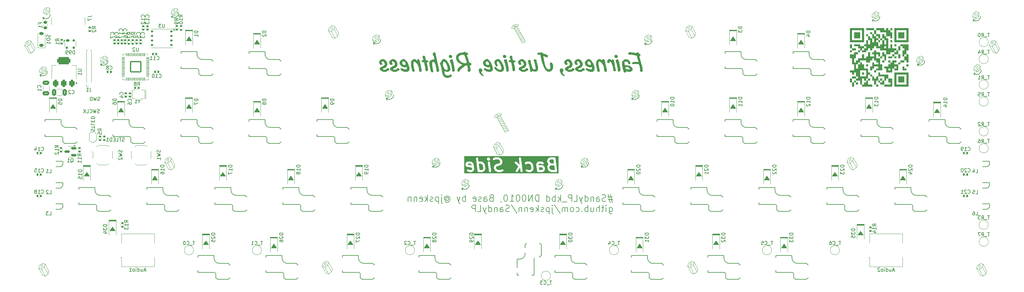
<source format=gbo>
G04 #@! TF.GenerationSoftware,KiCad,Pcbnew,8.0.5*
G04 #@! TF.CreationDate,2024-09-18T06:09:18+09:00*
G04 #@! TF.ProjectId,SandyLP_Base,53616e64-794c-4505-9f42-6173652e6b69,v.0*
G04 #@! TF.SameCoordinates,Original*
G04 #@! TF.FileFunction,Legend,Bot*
G04 #@! TF.FilePolarity,Positive*
%FSLAX46Y46*%
G04 Gerber Fmt 4.6, Leading zero omitted, Abs format (unit mm)*
G04 Created by KiCad (PCBNEW 8.0.5) date 2024-09-18 06:09:18*
%MOMM*%
%LPD*%
G01*
G04 APERTURE LIST*
G04 Aperture macros list*
%AMRoundRect*
0 Rectangle with rounded corners*
0 $1 Rounding radius*
0 $2 $3 $4 $5 $6 $7 $8 $9 X,Y pos of 4 corners*
0 Add a 4 corners polygon primitive as box body*
4,1,4,$2,$3,$4,$5,$6,$7,$8,$9,$2,$3,0*
0 Add four circle primitives for the rounded corners*
1,1,$1+$1,$2,$3*
1,1,$1+$1,$4,$5*
1,1,$1+$1,$6,$7*
1,1,$1+$1,$8,$9*
0 Add four rect primitives between the rounded corners*
20,1,$1+$1,$2,$3,$4,$5,0*
20,1,$1+$1,$4,$5,$6,$7,0*
20,1,$1+$1,$6,$7,$8,$9,0*
20,1,$1+$1,$8,$9,$2,$3,0*%
%AMFreePoly0*
4,1,19,0.500000,-0.750000,0.000000,-0.750000,0.000000,-0.744911,-0.071157,-0.744911,-0.207708,-0.704816,-0.327430,-0.627875,-0.420627,-0.520320,-0.479746,-0.390866,-0.500000,-0.250000,-0.500000,0.250000,-0.479746,0.390866,-0.420627,0.520320,-0.327430,0.627875,-0.207708,0.704816,-0.071157,0.744911,0.000000,0.744911,0.000000,0.750000,0.500000,0.750000,0.500000,-0.750000,0.500000,-0.750000,
$1*%
%AMFreePoly1*
4,1,19,0.000000,0.744911,0.071157,0.744911,0.207708,0.704816,0.327430,0.627875,0.420627,0.520320,0.479746,0.390866,0.500000,0.250000,0.500000,-0.250000,0.479746,-0.390866,0.420627,-0.520320,0.327430,-0.627875,0.207708,-0.704816,0.071157,-0.744911,0.000000,-0.744911,0.000000,-0.750000,-0.500000,-0.750000,-0.500000,0.750000,0.000000,0.750000,0.000000,0.744911,0.000000,0.744911,
$1*%
G04 Aperture macros list end*
%ADD10C,0.200000*%
%ADD11C,0.600000*%
%ADD12C,0.900000*%
%ADD13C,0.150000*%
%ADD14C,0.120000*%
%ADD15C,0.060000*%
%ADD16C,0.100000*%
%ADD17C,0.000000*%
%ADD18C,3.000000*%
%ADD19C,5.000000*%
%ADD20C,1.600000*%
%ADD21R,2.600000X2.600000*%
%ADD22C,2.200000*%
%ADD23O,3.300000X2.000000*%
%ADD24O,1.900000X1.600000*%
%ADD25O,1.300000X1.600000*%
%ADD26C,2.000000*%
%ADD27C,0.650000*%
%ADD28R,0.600000X1.450000*%
%ADD29R,0.300000X1.450000*%
%ADD30O,1.000000X1.600000*%
%ADD31O,1.000000X2.100000*%
%ADD32R,1.200000X0.900000*%
%ADD33C,3.600000*%
%ADD34R,1.315624X0.820000*%
%ADD35RoundRect,0.140000X0.170000X-0.140000X0.170000X0.140000X-0.170000X0.140000X-0.170000X-0.140000X0*%
%ADD36RoundRect,0.147500X-0.172500X0.147500X-0.172500X-0.147500X0.172500X-0.147500X0.172500X0.147500X0*%
%ADD37RoundRect,0.135000X0.185000X-0.135000X0.185000X0.135000X-0.185000X0.135000X-0.185000X-0.135000X0*%
%ADD38R,0.850000X0.850000*%
%ADD39O,0.850000X0.850000*%
%ADD40RoundRect,0.135000X-0.185000X0.135000X-0.185000X-0.135000X0.185000X-0.135000X0.185000X0.135000X0*%
%ADD41RoundRect,0.140000X-0.140000X-0.170000X0.140000X-0.170000X0.140000X0.170000X-0.140000X0.170000X0*%
%ADD42RoundRect,0.140000X0.140000X0.170000X-0.140000X0.170000X-0.140000X-0.170000X0.140000X-0.170000X0*%
%ADD43RoundRect,0.375000X0.375000X-0.625000X0.375000X0.625000X-0.375000X0.625000X-0.375000X-0.625000X0*%
%ADD44RoundRect,0.500000X1.400000X-0.500000X1.400000X0.500000X-1.400000X0.500000X-1.400000X-0.500000X0*%
%ADD45RoundRect,0.250000X-0.650000X0.325000X-0.650000X-0.325000X0.650000X-0.325000X0.650000X0.325000X0*%
%ADD46RoundRect,0.218750X-0.256250X0.218750X-0.256250X-0.218750X0.256250X-0.218750X0.256250X0.218750X0*%
%ADD47R,1.700000X1.000000*%
%ADD48RoundRect,0.250000X0.325000X0.650000X-0.325000X0.650000X-0.325000X-0.650000X0.325000X-0.650000X0*%
%ADD49C,1.700000*%
%ADD50O,1.700000X1.700000*%
%ADD51RoundRect,0.140000X-0.170000X0.140000X-0.170000X-0.140000X0.170000X-0.140000X0.170000X0.140000X0*%
%ADD52RoundRect,0.225000X0.375000X-0.225000X0.375000X0.225000X-0.375000X0.225000X-0.375000X-0.225000X0*%
%ADD53R,1.300000X3.400000*%
%ADD54RoundRect,0.125000X0.250000X0.125000X-0.250000X0.125000X-0.250000X-0.125000X0.250000X-0.125000X0*%
%ADD55R,3.400000X4.300000*%
%ADD56FreePoly0,90.000000*%
%ADD57FreePoly1,90.000000*%
%ADD58RoundRect,0.135000X-0.135000X-0.185000X0.135000X-0.185000X0.135000X0.185000X-0.135000X0.185000X0*%
%ADD59RoundRect,0.175000X-0.325000X0.175000X-0.325000X-0.175000X0.325000X-0.175000X0.325000X0.175000X0*%
%ADD60RoundRect,0.150000X-0.150000X0.200000X-0.150000X-0.200000X0.150000X-0.200000X0.150000X0.200000X0*%
%ADD61R,0.400000X1.900000*%
%ADD62RoundRect,0.150000X0.587500X0.150000X-0.587500X0.150000X-0.587500X-0.150000X0.587500X-0.150000X0*%
%ADD63RoundRect,0.050000X0.387500X0.050000X-0.387500X0.050000X-0.387500X-0.050000X0.387500X-0.050000X0*%
%ADD64RoundRect,0.050000X0.050000X0.387500X-0.050000X0.387500X-0.050000X-0.387500X0.050000X-0.387500X0*%
%ADD65RoundRect,0.144000X1.456000X1.456000X-1.456000X1.456000X-1.456000X-1.456000X1.456000X-1.456000X0*%
G04 APERTURE END LIST*
D10*
X187271499Y-88279895D02*
X185985785Y-88279895D01*
X186757214Y-87508466D02*
X187271499Y-89822752D01*
X186157214Y-89051323D02*
X187442928Y-89051323D01*
X186671499Y-89822752D02*
X186157214Y-87508466D01*
X185471499Y-89394181D02*
X185214357Y-89479895D01*
X185214357Y-89479895D02*
X184785785Y-89479895D01*
X184785785Y-89479895D02*
X184614357Y-89394181D01*
X184614357Y-89394181D02*
X184528642Y-89308466D01*
X184528642Y-89308466D02*
X184442928Y-89137038D01*
X184442928Y-89137038D02*
X184442928Y-88965609D01*
X184442928Y-88965609D02*
X184528642Y-88794181D01*
X184528642Y-88794181D02*
X184614357Y-88708466D01*
X184614357Y-88708466D02*
X184785785Y-88622752D01*
X184785785Y-88622752D02*
X185128642Y-88537038D01*
X185128642Y-88537038D02*
X185300071Y-88451323D01*
X185300071Y-88451323D02*
X185385785Y-88365609D01*
X185385785Y-88365609D02*
X185471499Y-88194181D01*
X185471499Y-88194181D02*
X185471499Y-88022752D01*
X185471499Y-88022752D02*
X185385785Y-87851323D01*
X185385785Y-87851323D02*
X185300071Y-87765609D01*
X185300071Y-87765609D02*
X185128642Y-87679895D01*
X185128642Y-87679895D02*
X184700071Y-87679895D01*
X184700071Y-87679895D02*
X184442928Y-87765609D01*
X182900071Y-89479895D02*
X182900071Y-88537038D01*
X182900071Y-88537038D02*
X182985785Y-88365609D01*
X182985785Y-88365609D02*
X183157213Y-88279895D01*
X183157213Y-88279895D02*
X183500071Y-88279895D01*
X183500071Y-88279895D02*
X183671499Y-88365609D01*
X182900071Y-89394181D02*
X183071499Y-89479895D01*
X183071499Y-89479895D02*
X183500071Y-89479895D01*
X183500071Y-89479895D02*
X183671499Y-89394181D01*
X183671499Y-89394181D02*
X183757213Y-89222752D01*
X183757213Y-89222752D02*
X183757213Y-89051323D01*
X183757213Y-89051323D02*
X183671499Y-88879895D01*
X183671499Y-88879895D02*
X183500071Y-88794181D01*
X183500071Y-88794181D02*
X183071499Y-88794181D01*
X183071499Y-88794181D02*
X182900071Y-88708466D01*
X182042928Y-88279895D02*
X182042928Y-89479895D01*
X182042928Y-88451323D02*
X181957214Y-88365609D01*
X181957214Y-88365609D02*
X181785785Y-88279895D01*
X181785785Y-88279895D02*
X181528642Y-88279895D01*
X181528642Y-88279895D02*
X181357214Y-88365609D01*
X181357214Y-88365609D02*
X181271500Y-88537038D01*
X181271500Y-88537038D02*
X181271500Y-89479895D01*
X179642929Y-89479895D02*
X179642929Y-87679895D01*
X179642929Y-89394181D02*
X179814357Y-89479895D01*
X179814357Y-89479895D02*
X180157214Y-89479895D01*
X180157214Y-89479895D02*
X180328643Y-89394181D01*
X180328643Y-89394181D02*
X180414357Y-89308466D01*
X180414357Y-89308466D02*
X180500071Y-89137038D01*
X180500071Y-89137038D02*
X180500071Y-88622752D01*
X180500071Y-88622752D02*
X180414357Y-88451323D01*
X180414357Y-88451323D02*
X180328643Y-88365609D01*
X180328643Y-88365609D02*
X180157214Y-88279895D01*
X180157214Y-88279895D02*
X179814357Y-88279895D01*
X179814357Y-88279895D02*
X179642929Y-88365609D01*
X178957215Y-88279895D02*
X178528643Y-89479895D01*
X178100072Y-88279895D02*
X178528643Y-89479895D01*
X178528643Y-89479895D02*
X178700072Y-89908466D01*
X178700072Y-89908466D02*
X178785786Y-89994181D01*
X178785786Y-89994181D02*
X178957215Y-90079895D01*
X176557214Y-89479895D02*
X177414357Y-89479895D01*
X177414357Y-89479895D02*
X177414357Y-87679895D01*
X175957214Y-89479895D02*
X175957214Y-87679895D01*
X175957214Y-87679895D02*
X175271500Y-87679895D01*
X175271500Y-87679895D02*
X175100071Y-87765609D01*
X175100071Y-87765609D02*
X175014357Y-87851323D01*
X175014357Y-87851323D02*
X174928643Y-88022752D01*
X174928643Y-88022752D02*
X174928643Y-88279895D01*
X174928643Y-88279895D02*
X175014357Y-88451323D01*
X175014357Y-88451323D02*
X175100071Y-88537038D01*
X175100071Y-88537038D02*
X175271500Y-88622752D01*
X175271500Y-88622752D02*
X175957214Y-88622752D01*
X174585786Y-89651323D02*
X173214357Y-89651323D01*
X172785785Y-89479895D02*
X172785785Y-87679895D01*
X172614357Y-88794181D02*
X172100071Y-89479895D01*
X172100071Y-88279895D02*
X172785785Y-88965609D01*
X171328642Y-89479895D02*
X171328642Y-87679895D01*
X171328642Y-88365609D02*
X171157214Y-88279895D01*
X171157214Y-88279895D02*
X170814356Y-88279895D01*
X170814356Y-88279895D02*
X170642928Y-88365609D01*
X170642928Y-88365609D02*
X170557214Y-88451323D01*
X170557214Y-88451323D02*
X170471499Y-88622752D01*
X170471499Y-88622752D02*
X170471499Y-89137038D01*
X170471499Y-89137038D02*
X170557214Y-89308466D01*
X170557214Y-89308466D02*
X170642928Y-89394181D01*
X170642928Y-89394181D02*
X170814356Y-89479895D01*
X170814356Y-89479895D02*
X171157214Y-89479895D01*
X171157214Y-89479895D02*
X171328642Y-89394181D01*
X168928643Y-89479895D02*
X168928643Y-87679895D01*
X168928643Y-89394181D02*
X169100071Y-89479895D01*
X169100071Y-89479895D02*
X169442928Y-89479895D01*
X169442928Y-89479895D02*
X169614357Y-89394181D01*
X169614357Y-89394181D02*
X169700071Y-89308466D01*
X169700071Y-89308466D02*
X169785785Y-89137038D01*
X169785785Y-89137038D02*
X169785785Y-88622752D01*
X169785785Y-88622752D02*
X169700071Y-88451323D01*
X169700071Y-88451323D02*
X169614357Y-88365609D01*
X169614357Y-88365609D02*
X169442928Y-88279895D01*
X169442928Y-88279895D02*
X169100071Y-88279895D01*
X169100071Y-88279895D02*
X168928643Y-88365609D01*
X166700071Y-89479895D02*
X166700071Y-87679895D01*
X166700071Y-87679895D02*
X166271500Y-87679895D01*
X166271500Y-87679895D02*
X166014357Y-87765609D01*
X166014357Y-87765609D02*
X165842928Y-87937038D01*
X165842928Y-87937038D02*
X165757214Y-88108466D01*
X165757214Y-88108466D02*
X165671500Y-88451323D01*
X165671500Y-88451323D02*
X165671500Y-88708466D01*
X165671500Y-88708466D02*
X165757214Y-89051323D01*
X165757214Y-89051323D02*
X165842928Y-89222752D01*
X165842928Y-89222752D02*
X166014357Y-89394181D01*
X166014357Y-89394181D02*
X166271500Y-89479895D01*
X166271500Y-89479895D02*
X166700071Y-89479895D01*
X164900071Y-89479895D02*
X164900071Y-87679895D01*
X164900071Y-87679895D02*
X163871500Y-89479895D01*
X163871500Y-89479895D02*
X163871500Y-87679895D01*
X162671500Y-87679895D02*
X162500071Y-87679895D01*
X162500071Y-87679895D02*
X162328643Y-87765609D01*
X162328643Y-87765609D02*
X162242929Y-87851323D01*
X162242929Y-87851323D02*
X162157214Y-88022752D01*
X162157214Y-88022752D02*
X162071500Y-88365609D01*
X162071500Y-88365609D02*
X162071500Y-88794181D01*
X162071500Y-88794181D02*
X162157214Y-89137038D01*
X162157214Y-89137038D02*
X162242929Y-89308466D01*
X162242929Y-89308466D02*
X162328643Y-89394181D01*
X162328643Y-89394181D02*
X162500071Y-89479895D01*
X162500071Y-89479895D02*
X162671500Y-89479895D01*
X162671500Y-89479895D02*
X162842929Y-89394181D01*
X162842929Y-89394181D02*
X162928643Y-89308466D01*
X162928643Y-89308466D02*
X163014357Y-89137038D01*
X163014357Y-89137038D02*
X163100071Y-88794181D01*
X163100071Y-88794181D02*
X163100071Y-88365609D01*
X163100071Y-88365609D02*
X163014357Y-88022752D01*
X163014357Y-88022752D02*
X162928643Y-87851323D01*
X162928643Y-87851323D02*
X162842929Y-87765609D01*
X162842929Y-87765609D02*
X162671500Y-87679895D01*
X160957214Y-87679895D02*
X160785785Y-87679895D01*
X160785785Y-87679895D02*
X160614357Y-87765609D01*
X160614357Y-87765609D02*
X160528643Y-87851323D01*
X160528643Y-87851323D02*
X160442928Y-88022752D01*
X160442928Y-88022752D02*
X160357214Y-88365609D01*
X160357214Y-88365609D02*
X160357214Y-88794181D01*
X160357214Y-88794181D02*
X160442928Y-89137038D01*
X160442928Y-89137038D02*
X160528643Y-89308466D01*
X160528643Y-89308466D02*
X160614357Y-89394181D01*
X160614357Y-89394181D02*
X160785785Y-89479895D01*
X160785785Y-89479895D02*
X160957214Y-89479895D01*
X160957214Y-89479895D02*
X161128643Y-89394181D01*
X161128643Y-89394181D02*
X161214357Y-89308466D01*
X161214357Y-89308466D02*
X161300071Y-89137038D01*
X161300071Y-89137038D02*
X161385785Y-88794181D01*
X161385785Y-88794181D02*
X161385785Y-88365609D01*
X161385785Y-88365609D02*
X161300071Y-88022752D01*
X161300071Y-88022752D02*
X161214357Y-87851323D01*
X161214357Y-87851323D02*
X161128643Y-87765609D01*
X161128643Y-87765609D02*
X160957214Y-87679895D01*
X158642928Y-89479895D02*
X159671499Y-89479895D01*
X159157214Y-89479895D02*
X159157214Y-87679895D01*
X159157214Y-87679895D02*
X159328642Y-87937038D01*
X159328642Y-87937038D02*
X159500071Y-88108466D01*
X159500071Y-88108466D02*
X159671499Y-88194181D01*
X157528642Y-87679895D02*
X157357213Y-87679895D01*
X157357213Y-87679895D02*
X157185785Y-87765609D01*
X157185785Y-87765609D02*
X157100071Y-87851323D01*
X157100071Y-87851323D02*
X157014356Y-88022752D01*
X157014356Y-88022752D02*
X156928642Y-88365609D01*
X156928642Y-88365609D02*
X156928642Y-88794181D01*
X156928642Y-88794181D02*
X157014356Y-89137038D01*
X157014356Y-89137038D02*
X157100071Y-89308466D01*
X157100071Y-89308466D02*
X157185785Y-89394181D01*
X157185785Y-89394181D02*
X157357213Y-89479895D01*
X157357213Y-89479895D02*
X157528642Y-89479895D01*
X157528642Y-89479895D02*
X157700071Y-89394181D01*
X157700071Y-89394181D02*
X157785785Y-89308466D01*
X157785785Y-89308466D02*
X157871499Y-89137038D01*
X157871499Y-89137038D02*
X157957213Y-88794181D01*
X157957213Y-88794181D02*
X157957213Y-88365609D01*
X157957213Y-88365609D02*
X157871499Y-88022752D01*
X157871499Y-88022752D02*
X157785785Y-87851323D01*
X157785785Y-87851323D02*
X157700071Y-87765609D01*
X157700071Y-87765609D02*
X157528642Y-87679895D01*
X156071499Y-89394181D02*
X156071499Y-89479895D01*
X156071499Y-89479895D02*
X156157213Y-89651323D01*
X156157213Y-89651323D02*
X156242927Y-89737038D01*
X153328641Y-88537038D02*
X153071498Y-88622752D01*
X153071498Y-88622752D02*
X152985784Y-88708466D01*
X152985784Y-88708466D02*
X152900070Y-88879895D01*
X152900070Y-88879895D02*
X152900070Y-89137038D01*
X152900070Y-89137038D02*
X152985784Y-89308466D01*
X152985784Y-89308466D02*
X153071498Y-89394181D01*
X153071498Y-89394181D02*
X153242927Y-89479895D01*
X153242927Y-89479895D02*
X153928641Y-89479895D01*
X153928641Y-89479895D02*
X153928641Y-87679895D01*
X153928641Y-87679895D02*
X153328641Y-87679895D01*
X153328641Y-87679895D02*
X153157213Y-87765609D01*
X153157213Y-87765609D02*
X153071498Y-87851323D01*
X153071498Y-87851323D02*
X152985784Y-88022752D01*
X152985784Y-88022752D02*
X152985784Y-88194181D01*
X152985784Y-88194181D02*
X153071498Y-88365609D01*
X153071498Y-88365609D02*
X153157213Y-88451323D01*
X153157213Y-88451323D02*
X153328641Y-88537038D01*
X153328641Y-88537038D02*
X153928641Y-88537038D01*
X151357213Y-89479895D02*
X151357213Y-88537038D01*
X151357213Y-88537038D02*
X151442927Y-88365609D01*
X151442927Y-88365609D02*
X151614355Y-88279895D01*
X151614355Y-88279895D02*
X151957213Y-88279895D01*
X151957213Y-88279895D02*
X152128641Y-88365609D01*
X151357213Y-89394181D02*
X151528641Y-89479895D01*
X151528641Y-89479895D02*
X151957213Y-89479895D01*
X151957213Y-89479895D02*
X152128641Y-89394181D01*
X152128641Y-89394181D02*
X152214355Y-89222752D01*
X152214355Y-89222752D02*
X152214355Y-89051323D01*
X152214355Y-89051323D02*
X152128641Y-88879895D01*
X152128641Y-88879895D02*
X151957213Y-88794181D01*
X151957213Y-88794181D02*
X151528641Y-88794181D01*
X151528641Y-88794181D02*
X151357213Y-88708466D01*
X150585784Y-89394181D02*
X150414356Y-89479895D01*
X150414356Y-89479895D02*
X150071499Y-89479895D01*
X150071499Y-89479895D02*
X149900070Y-89394181D01*
X149900070Y-89394181D02*
X149814356Y-89222752D01*
X149814356Y-89222752D02*
X149814356Y-89137038D01*
X149814356Y-89137038D02*
X149900070Y-88965609D01*
X149900070Y-88965609D02*
X150071499Y-88879895D01*
X150071499Y-88879895D02*
X150328642Y-88879895D01*
X150328642Y-88879895D02*
X150500070Y-88794181D01*
X150500070Y-88794181D02*
X150585784Y-88622752D01*
X150585784Y-88622752D02*
X150585784Y-88537038D01*
X150585784Y-88537038D02*
X150500070Y-88365609D01*
X150500070Y-88365609D02*
X150328642Y-88279895D01*
X150328642Y-88279895D02*
X150071499Y-88279895D01*
X150071499Y-88279895D02*
X149900070Y-88365609D01*
X148357213Y-89394181D02*
X148528641Y-89479895D01*
X148528641Y-89479895D02*
X148871499Y-89479895D01*
X148871499Y-89479895D02*
X149042927Y-89394181D01*
X149042927Y-89394181D02*
X149128641Y-89222752D01*
X149128641Y-89222752D02*
X149128641Y-88537038D01*
X149128641Y-88537038D02*
X149042927Y-88365609D01*
X149042927Y-88365609D02*
X148871499Y-88279895D01*
X148871499Y-88279895D02*
X148528641Y-88279895D01*
X148528641Y-88279895D02*
X148357213Y-88365609D01*
X148357213Y-88365609D02*
X148271499Y-88537038D01*
X148271499Y-88537038D02*
X148271499Y-88708466D01*
X148271499Y-88708466D02*
X149128641Y-88879895D01*
X146128641Y-89479895D02*
X146128641Y-87679895D01*
X146128641Y-88365609D02*
X145957213Y-88279895D01*
X145957213Y-88279895D02*
X145614355Y-88279895D01*
X145614355Y-88279895D02*
X145442927Y-88365609D01*
X145442927Y-88365609D02*
X145357213Y-88451323D01*
X145357213Y-88451323D02*
X145271498Y-88622752D01*
X145271498Y-88622752D02*
X145271498Y-89137038D01*
X145271498Y-89137038D02*
X145357213Y-89308466D01*
X145357213Y-89308466D02*
X145442927Y-89394181D01*
X145442927Y-89394181D02*
X145614355Y-89479895D01*
X145614355Y-89479895D02*
X145957213Y-89479895D01*
X145957213Y-89479895D02*
X146128641Y-89394181D01*
X144671499Y-88279895D02*
X144242927Y-89479895D01*
X143814356Y-88279895D02*
X144242927Y-89479895D01*
X144242927Y-89479895D02*
X144414356Y-89908466D01*
X144414356Y-89908466D02*
X144500070Y-89994181D01*
X144500070Y-89994181D02*
X144671499Y-90079895D01*
X140642926Y-88622752D02*
X140728641Y-88537038D01*
X140728641Y-88537038D02*
X140900069Y-88451323D01*
X140900069Y-88451323D02*
X141071498Y-88451323D01*
X141071498Y-88451323D02*
X141242926Y-88537038D01*
X141242926Y-88537038D02*
X141328641Y-88622752D01*
X141328641Y-88622752D02*
X141414355Y-88794181D01*
X141414355Y-88794181D02*
X141414355Y-88965609D01*
X141414355Y-88965609D02*
X141328641Y-89137038D01*
X141328641Y-89137038D02*
X141242926Y-89222752D01*
X141242926Y-89222752D02*
X141071498Y-89308466D01*
X141071498Y-89308466D02*
X140900069Y-89308466D01*
X140900069Y-89308466D02*
X140728641Y-89222752D01*
X140728641Y-89222752D02*
X140642926Y-89137038D01*
X140642926Y-88451323D02*
X140642926Y-89137038D01*
X140642926Y-89137038D02*
X140557212Y-89222752D01*
X140557212Y-89222752D02*
X140471498Y-89222752D01*
X140471498Y-89222752D02*
X140300069Y-89137038D01*
X140300069Y-89137038D02*
X140214355Y-88965609D01*
X140214355Y-88965609D02*
X140214355Y-88537038D01*
X140214355Y-88537038D02*
X140385784Y-88279895D01*
X140385784Y-88279895D02*
X140642926Y-88108466D01*
X140642926Y-88108466D02*
X140985784Y-88022752D01*
X140985784Y-88022752D02*
X141328641Y-88108466D01*
X141328641Y-88108466D02*
X141585784Y-88279895D01*
X141585784Y-88279895D02*
X141757212Y-88537038D01*
X141757212Y-88537038D02*
X141842926Y-88879895D01*
X141842926Y-88879895D02*
X141757212Y-89222752D01*
X141757212Y-89222752D02*
X141585784Y-89479895D01*
X141585784Y-89479895D02*
X141328641Y-89651323D01*
X141328641Y-89651323D02*
X140985784Y-89737038D01*
X140985784Y-89737038D02*
X140642926Y-89651323D01*
X140642926Y-89651323D02*
X140385784Y-89479895D01*
X139442926Y-88279895D02*
X139442926Y-89822752D01*
X139442926Y-89822752D02*
X139528640Y-89994181D01*
X139528640Y-89994181D02*
X139700069Y-90079895D01*
X139700069Y-90079895D02*
X139785783Y-90079895D01*
X139442926Y-87679895D02*
X139528640Y-87765609D01*
X139528640Y-87765609D02*
X139442926Y-87851323D01*
X139442926Y-87851323D02*
X139357212Y-87765609D01*
X139357212Y-87765609D02*
X139442926Y-87679895D01*
X139442926Y-87679895D02*
X139442926Y-87851323D01*
X138585783Y-88279895D02*
X138585783Y-90079895D01*
X138585783Y-88365609D02*
X138414355Y-88279895D01*
X138414355Y-88279895D02*
X138071497Y-88279895D01*
X138071497Y-88279895D02*
X137900069Y-88365609D01*
X137900069Y-88365609D02*
X137814355Y-88451323D01*
X137814355Y-88451323D02*
X137728640Y-88622752D01*
X137728640Y-88622752D02*
X137728640Y-89137038D01*
X137728640Y-89137038D02*
X137814355Y-89308466D01*
X137814355Y-89308466D02*
X137900069Y-89394181D01*
X137900069Y-89394181D02*
X138071497Y-89479895D01*
X138071497Y-89479895D02*
X138414355Y-89479895D01*
X138414355Y-89479895D02*
X138585783Y-89394181D01*
X137042926Y-89394181D02*
X136871498Y-89479895D01*
X136871498Y-89479895D02*
X136528641Y-89479895D01*
X136528641Y-89479895D02*
X136357212Y-89394181D01*
X136357212Y-89394181D02*
X136271498Y-89222752D01*
X136271498Y-89222752D02*
X136271498Y-89137038D01*
X136271498Y-89137038D02*
X136357212Y-88965609D01*
X136357212Y-88965609D02*
X136528641Y-88879895D01*
X136528641Y-88879895D02*
X136785784Y-88879895D01*
X136785784Y-88879895D02*
X136957212Y-88794181D01*
X136957212Y-88794181D02*
X137042926Y-88622752D01*
X137042926Y-88622752D02*
X137042926Y-88537038D01*
X137042926Y-88537038D02*
X136957212Y-88365609D01*
X136957212Y-88365609D02*
X136785784Y-88279895D01*
X136785784Y-88279895D02*
X136528641Y-88279895D01*
X136528641Y-88279895D02*
X136357212Y-88365609D01*
X135500069Y-89479895D02*
X135500069Y-87679895D01*
X135328641Y-88794181D02*
X134814355Y-89479895D01*
X134814355Y-88279895D02*
X135500069Y-88965609D01*
X133357212Y-89394181D02*
X133528640Y-89479895D01*
X133528640Y-89479895D02*
X133871498Y-89479895D01*
X133871498Y-89479895D02*
X134042926Y-89394181D01*
X134042926Y-89394181D02*
X134128640Y-89222752D01*
X134128640Y-89222752D02*
X134128640Y-88537038D01*
X134128640Y-88537038D02*
X134042926Y-88365609D01*
X134042926Y-88365609D02*
X133871498Y-88279895D01*
X133871498Y-88279895D02*
X133528640Y-88279895D01*
X133528640Y-88279895D02*
X133357212Y-88365609D01*
X133357212Y-88365609D02*
X133271498Y-88537038D01*
X133271498Y-88537038D02*
X133271498Y-88708466D01*
X133271498Y-88708466D02*
X134128640Y-88879895D01*
X132500069Y-88279895D02*
X132500069Y-89479895D01*
X132500069Y-88451323D02*
X132414355Y-88365609D01*
X132414355Y-88365609D02*
X132242926Y-88279895D01*
X132242926Y-88279895D02*
X131985783Y-88279895D01*
X131985783Y-88279895D02*
X131814355Y-88365609D01*
X131814355Y-88365609D02*
X131728641Y-88537038D01*
X131728641Y-88537038D02*
X131728641Y-89479895D01*
X130871498Y-88279895D02*
X130871498Y-89479895D01*
X130871498Y-88451323D02*
X130785784Y-88365609D01*
X130785784Y-88365609D02*
X130614355Y-88279895D01*
X130614355Y-88279895D02*
X130357212Y-88279895D01*
X130357212Y-88279895D02*
X130185784Y-88365609D01*
X130185784Y-88365609D02*
X130100070Y-88537038D01*
X130100070Y-88537038D02*
X130100070Y-89479895D01*
X186414357Y-91177794D02*
X186414357Y-92634937D01*
X186414357Y-92634937D02*
X186500071Y-92806365D01*
X186500071Y-92806365D02*
X186585785Y-92892080D01*
X186585785Y-92892080D02*
X186757214Y-92977794D01*
X186757214Y-92977794D02*
X187014357Y-92977794D01*
X187014357Y-92977794D02*
X187185785Y-92892080D01*
X186414357Y-92292080D02*
X186585785Y-92377794D01*
X186585785Y-92377794D02*
X186928642Y-92377794D01*
X186928642Y-92377794D02*
X187100071Y-92292080D01*
X187100071Y-92292080D02*
X187185785Y-92206365D01*
X187185785Y-92206365D02*
X187271499Y-92034937D01*
X187271499Y-92034937D02*
X187271499Y-91520651D01*
X187271499Y-91520651D02*
X187185785Y-91349222D01*
X187185785Y-91349222D02*
X187100071Y-91263508D01*
X187100071Y-91263508D02*
X186928642Y-91177794D01*
X186928642Y-91177794D02*
X186585785Y-91177794D01*
X186585785Y-91177794D02*
X186414357Y-91263508D01*
X185557214Y-92377794D02*
X185557214Y-91177794D01*
X185557214Y-90577794D02*
X185642928Y-90663508D01*
X185642928Y-90663508D02*
X185557214Y-90749222D01*
X185557214Y-90749222D02*
X185471500Y-90663508D01*
X185471500Y-90663508D02*
X185557214Y-90577794D01*
X185557214Y-90577794D02*
X185557214Y-90749222D01*
X184957214Y-91177794D02*
X184271500Y-91177794D01*
X184700071Y-90577794D02*
X184700071Y-92120651D01*
X184700071Y-92120651D02*
X184614357Y-92292080D01*
X184614357Y-92292080D02*
X184442928Y-92377794D01*
X184442928Y-92377794D02*
X184271500Y-92377794D01*
X183671500Y-92377794D02*
X183671500Y-90577794D01*
X182900072Y-92377794D02*
X182900072Y-91434937D01*
X182900072Y-91434937D02*
X182985786Y-91263508D01*
X182985786Y-91263508D02*
X183157214Y-91177794D01*
X183157214Y-91177794D02*
X183414357Y-91177794D01*
X183414357Y-91177794D02*
X183585786Y-91263508D01*
X183585786Y-91263508D02*
X183671500Y-91349222D01*
X181271501Y-91177794D02*
X181271501Y-92377794D01*
X182042929Y-91177794D02*
X182042929Y-92120651D01*
X182042929Y-92120651D02*
X181957215Y-92292080D01*
X181957215Y-92292080D02*
X181785786Y-92377794D01*
X181785786Y-92377794D02*
X181528643Y-92377794D01*
X181528643Y-92377794D02*
X181357215Y-92292080D01*
X181357215Y-92292080D02*
X181271501Y-92206365D01*
X180414358Y-92377794D02*
X180414358Y-90577794D01*
X180414358Y-91263508D02*
X180242930Y-91177794D01*
X180242930Y-91177794D02*
X179900072Y-91177794D01*
X179900072Y-91177794D02*
X179728644Y-91263508D01*
X179728644Y-91263508D02*
X179642930Y-91349222D01*
X179642930Y-91349222D02*
X179557215Y-91520651D01*
X179557215Y-91520651D02*
X179557215Y-92034937D01*
X179557215Y-92034937D02*
X179642930Y-92206365D01*
X179642930Y-92206365D02*
X179728644Y-92292080D01*
X179728644Y-92292080D02*
X179900072Y-92377794D01*
X179900072Y-92377794D02*
X180242930Y-92377794D01*
X180242930Y-92377794D02*
X180414358Y-92292080D01*
X178785787Y-92206365D02*
X178700073Y-92292080D01*
X178700073Y-92292080D02*
X178785787Y-92377794D01*
X178785787Y-92377794D02*
X178871501Y-92292080D01*
X178871501Y-92292080D02*
X178785787Y-92206365D01*
X178785787Y-92206365D02*
X178785787Y-92377794D01*
X177157216Y-92292080D02*
X177328644Y-92377794D01*
X177328644Y-92377794D02*
X177671501Y-92377794D01*
X177671501Y-92377794D02*
X177842930Y-92292080D01*
X177842930Y-92292080D02*
X177928644Y-92206365D01*
X177928644Y-92206365D02*
X178014358Y-92034937D01*
X178014358Y-92034937D02*
X178014358Y-91520651D01*
X178014358Y-91520651D02*
X177928644Y-91349222D01*
X177928644Y-91349222D02*
X177842930Y-91263508D01*
X177842930Y-91263508D02*
X177671501Y-91177794D01*
X177671501Y-91177794D02*
X177328644Y-91177794D01*
X177328644Y-91177794D02*
X177157216Y-91263508D01*
X176128644Y-92377794D02*
X176300073Y-92292080D01*
X176300073Y-92292080D02*
X176385787Y-92206365D01*
X176385787Y-92206365D02*
X176471501Y-92034937D01*
X176471501Y-92034937D02*
X176471501Y-91520651D01*
X176471501Y-91520651D02*
X176385787Y-91349222D01*
X176385787Y-91349222D02*
X176300073Y-91263508D01*
X176300073Y-91263508D02*
X176128644Y-91177794D01*
X176128644Y-91177794D02*
X175871501Y-91177794D01*
X175871501Y-91177794D02*
X175700073Y-91263508D01*
X175700073Y-91263508D02*
X175614359Y-91349222D01*
X175614359Y-91349222D02*
X175528644Y-91520651D01*
X175528644Y-91520651D02*
X175528644Y-92034937D01*
X175528644Y-92034937D02*
X175614359Y-92206365D01*
X175614359Y-92206365D02*
X175700073Y-92292080D01*
X175700073Y-92292080D02*
X175871501Y-92377794D01*
X175871501Y-92377794D02*
X176128644Y-92377794D01*
X174757216Y-92377794D02*
X174757216Y-91177794D01*
X174757216Y-91349222D02*
X174671502Y-91263508D01*
X174671502Y-91263508D02*
X174500073Y-91177794D01*
X174500073Y-91177794D02*
X174242930Y-91177794D01*
X174242930Y-91177794D02*
X174071502Y-91263508D01*
X174071502Y-91263508D02*
X173985788Y-91434937D01*
X173985788Y-91434937D02*
X173985788Y-92377794D01*
X173985788Y-91434937D02*
X173900073Y-91263508D01*
X173900073Y-91263508D02*
X173728645Y-91177794D01*
X173728645Y-91177794D02*
X173471502Y-91177794D01*
X173471502Y-91177794D02*
X173300073Y-91263508D01*
X173300073Y-91263508D02*
X173214359Y-91434937D01*
X173214359Y-91434937D02*
X173214359Y-92377794D01*
X171071502Y-90492080D02*
X172614359Y-92806365D01*
X170471502Y-91177794D02*
X170471502Y-92720651D01*
X170471502Y-92720651D02*
X170557216Y-92892080D01*
X170557216Y-92892080D02*
X170728645Y-92977794D01*
X170728645Y-92977794D02*
X170814359Y-92977794D01*
X170471502Y-90577794D02*
X170557216Y-90663508D01*
X170557216Y-90663508D02*
X170471502Y-90749222D01*
X170471502Y-90749222D02*
X170385788Y-90663508D01*
X170385788Y-90663508D02*
X170471502Y-90577794D01*
X170471502Y-90577794D02*
X170471502Y-90749222D01*
X169614359Y-91177794D02*
X169614359Y-92977794D01*
X169614359Y-91263508D02*
X169442931Y-91177794D01*
X169442931Y-91177794D02*
X169100073Y-91177794D01*
X169100073Y-91177794D02*
X168928645Y-91263508D01*
X168928645Y-91263508D02*
X168842931Y-91349222D01*
X168842931Y-91349222D02*
X168757216Y-91520651D01*
X168757216Y-91520651D02*
X168757216Y-92034937D01*
X168757216Y-92034937D02*
X168842931Y-92206365D01*
X168842931Y-92206365D02*
X168928645Y-92292080D01*
X168928645Y-92292080D02*
X169100073Y-92377794D01*
X169100073Y-92377794D02*
X169442931Y-92377794D01*
X169442931Y-92377794D02*
X169614359Y-92292080D01*
X168071502Y-92292080D02*
X167900074Y-92377794D01*
X167900074Y-92377794D02*
X167557217Y-92377794D01*
X167557217Y-92377794D02*
X167385788Y-92292080D01*
X167385788Y-92292080D02*
X167300074Y-92120651D01*
X167300074Y-92120651D02*
X167300074Y-92034937D01*
X167300074Y-92034937D02*
X167385788Y-91863508D01*
X167385788Y-91863508D02*
X167557217Y-91777794D01*
X167557217Y-91777794D02*
X167814360Y-91777794D01*
X167814360Y-91777794D02*
X167985788Y-91692080D01*
X167985788Y-91692080D02*
X168071502Y-91520651D01*
X168071502Y-91520651D02*
X168071502Y-91434937D01*
X168071502Y-91434937D02*
X167985788Y-91263508D01*
X167985788Y-91263508D02*
X167814360Y-91177794D01*
X167814360Y-91177794D02*
X167557217Y-91177794D01*
X167557217Y-91177794D02*
X167385788Y-91263508D01*
X166528645Y-92377794D02*
X166528645Y-90577794D01*
X166357217Y-91692080D02*
X165842931Y-92377794D01*
X165842931Y-91177794D02*
X166528645Y-91863508D01*
X164385788Y-92292080D02*
X164557216Y-92377794D01*
X164557216Y-92377794D02*
X164900074Y-92377794D01*
X164900074Y-92377794D02*
X165071502Y-92292080D01*
X165071502Y-92292080D02*
X165157216Y-92120651D01*
X165157216Y-92120651D02*
X165157216Y-91434937D01*
X165157216Y-91434937D02*
X165071502Y-91263508D01*
X165071502Y-91263508D02*
X164900074Y-91177794D01*
X164900074Y-91177794D02*
X164557216Y-91177794D01*
X164557216Y-91177794D02*
X164385788Y-91263508D01*
X164385788Y-91263508D02*
X164300074Y-91434937D01*
X164300074Y-91434937D02*
X164300074Y-91606365D01*
X164300074Y-91606365D02*
X165157216Y-91777794D01*
X163528645Y-91177794D02*
X163528645Y-92377794D01*
X163528645Y-91349222D02*
X163442931Y-91263508D01*
X163442931Y-91263508D02*
X163271502Y-91177794D01*
X163271502Y-91177794D02*
X163014359Y-91177794D01*
X163014359Y-91177794D02*
X162842931Y-91263508D01*
X162842931Y-91263508D02*
X162757217Y-91434937D01*
X162757217Y-91434937D02*
X162757217Y-92377794D01*
X161900074Y-91177794D02*
X161900074Y-92377794D01*
X161900074Y-91349222D02*
X161814360Y-91263508D01*
X161814360Y-91263508D02*
X161642931Y-91177794D01*
X161642931Y-91177794D02*
X161385788Y-91177794D01*
X161385788Y-91177794D02*
X161214360Y-91263508D01*
X161214360Y-91263508D02*
X161128646Y-91434937D01*
X161128646Y-91434937D02*
X161128646Y-92377794D01*
X158985789Y-90492080D02*
X160528646Y-92806365D01*
X158471503Y-92292080D02*
X158214361Y-92377794D01*
X158214361Y-92377794D02*
X157785789Y-92377794D01*
X157785789Y-92377794D02*
X157614361Y-92292080D01*
X157614361Y-92292080D02*
X157528646Y-92206365D01*
X157528646Y-92206365D02*
X157442932Y-92034937D01*
X157442932Y-92034937D02*
X157442932Y-91863508D01*
X157442932Y-91863508D02*
X157528646Y-91692080D01*
X157528646Y-91692080D02*
X157614361Y-91606365D01*
X157614361Y-91606365D02*
X157785789Y-91520651D01*
X157785789Y-91520651D02*
X158128646Y-91434937D01*
X158128646Y-91434937D02*
X158300075Y-91349222D01*
X158300075Y-91349222D02*
X158385789Y-91263508D01*
X158385789Y-91263508D02*
X158471503Y-91092080D01*
X158471503Y-91092080D02*
X158471503Y-90920651D01*
X158471503Y-90920651D02*
X158385789Y-90749222D01*
X158385789Y-90749222D02*
X158300075Y-90663508D01*
X158300075Y-90663508D02*
X158128646Y-90577794D01*
X158128646Y-90577794D02*
X157700075Y-90577794D01*
X157700075Y-90577794D02*
X157442932Y-90663508D01*
X155900075Y-92377794D02*
X155900075Y-91434937D01*
X155900075Y-91434937D02*
X155985789Y-91263508D01*
X155985789Y-91263508D02*
X156157217Y-91177794D01*
X156157217Y-91177794D02*
X156500075Y-91177794D01*
X156500075Y-91177794D02*
X156671503Y-91263508D01*
X155900075Y-92292080D02*
X156071503Y-92377794D01*
X156071503Y-92377794D02*
X156500075Y-92377794D01*
X156500075Y-92377794D02*
X156671503Y-92292080D01*
X156671503Y-92292080D02*
X156757217Y-92120651D01*
X156757217Y-92120651D02*
X156757217Y-91949222D01*
X156757217Y-91949222D02*
X156671503Y-91777794D01*
X156671503Y-91777794D02*
X156500075Y-91692080D01*
X156500075Y-91692080D02*
X156071503Y-91692080D01*
X156071503Y-91692080D02*
X155900075Y-91606365D01*
X155042932Y-91177794D02*
X155042932Y-92377794D01*
X155042932Y-91349222D02*
X154957218Y-91263508D01*
X154957218Y-91263508D02*
X154785789Y-91177794D01*
X154785789Y-91177794D02*
X154528646Y-91177794D01*
X154528646Y-91177794D02*
X154357218Y-91263508D01*
X154357218Y-91263508D02*
X154271504Y-91434937D01*
X154271504Y-91434937D02*
X154271504Y-92377794D01*
X152642933Y-92377794D02*
X152642933Y-90577794D01*
X152642933Y-92292080D02*
X152814361Y-92377794D01*
X152814361Y-92377794D02*
X153157218Y-92377794D01*
X153157218Y-92377794D02*
X153328647Y-92292080D01*
X153328647Y-92292080D02*
X153414361Y-92206365D01*
X153414361Y-92206365D02*
X153500075Y-92034937D01*
X153500075Y-92034937D02*
X153500075Y-91520651D01*
X153500075Y-91520651D02*
X153414361Y-91349222D01*
X153414361Y-91349222D02*
X153328647Y-91263508D01*
X153328647Y-91263508D02*
X153157218Y-91177794D01*
X153157218Y-91177794D02*
X152814361Y-91177794D01*
X152814361Y-91177794D02*
X152642933Y-91263508D01*
X151957219Y-91177794D02*
X151528647Y-92377794D01*
X151100076Y-91177794D02*
X151528647Y-92377794D01*
X151528647Y-92377794D02*
X151700076Y-92806365D01*
X151700076Y-92806365D02*
X151785790Y-92892080D01*
X151785790Y-92892080D02*
X151957219Y-92977794D01*
X149557218Y-92377794D02*
X150414361Y-92377794D01*
X150414361Y-92377794D02*
X150414361Y-90577794D01*
X148957218Y-92377794D02*
X148957218Y-90577794D01*
X148957218Y-90577794D02*
X148271504Y-90577794D01*
X148271504Y-90577794D02*
X148100075Y-90663508D01*
X148100075Y-90663508D02*
X148014361Y-90749222D01*
X148014361Y-90749222D02*
X147928647Y-90920651D01*
X147928647Y-90920651D02*
X147928647Y-91177794D01*
X147928647Y-91177794D02*
X148014361Y-91349222D01*
X148014361Y-91349222D02*
X148100075Y-91434937D01*
X148100075Y-91434937D02*
X148271504Y-91520651D01*
X148271504Y-91520651D02*
X148957218Y-91520651D01*
D11*
G36*
X147713321Y-79046063D02*
G01*
X147839793Y-79248418D01*
X147863546Y-79438440D01*
X146774998Y-79226040D01*
X146769451Y-79181670D01*
X146828726Y-79023606D01*
X146975102Y-78945539D01*
X147499707Y-78945539D01*
X147713321Y-79046063D01*
G37*
G36*
X150754000Y-79065206D02*
G01*
X150876892Y-79174443D01*
X151027293Y-79415085D01*
X151134917Y-80276073D01*
X151055040Y-80489078D01*
X150981315Y-80573336D01*
X150783436Y-80678872D01*
X150258829Y-80678872D01*
X150114796Y-80611092D01*
X149910883Y-78979788D01*
X149975102Y-78945539D01*
X150499707Y-78945539D01*
X150754000Y-79065206D01*
G37*
G36*
X167671655Y-80046063D02*
G01*
X167798127Y-80248418D01*
X167822417Y-80442739D01*
X167763142Y-80600806D01*
X167616769Y-80678872D01*
X166925496Y-80678872D01*
X166781463Y-80611092D01*
X166698269Y-79945539D01*
X167458041Y-79945539D01*
X167671655Y-80046063D01*
G37*
G36*
X171185268Y-80678872D02*
G01*
X170258830Y-80678872D01*
X170004534Y-80559204D01*
X169881643Y-80449967D01*
X169731242Y-80209326D01*
X169686118Y-79848338D01*
X169765995Y-79635332D01*
X169823614Y-79569483D01*
X170179953Y-79445539D01*
X171031101Y-79445539D01*
X171185268Y-80678872D01*
G37*
G36*
X170956101Y-78845539D02*
G01*
X170196330Y-78845539D01*
X169942035Y-78725871D01*
X169819143Y-78616633D01*
X169668742Y-78375992D01*
X169644452Y-78181671D01*
X169724330Y-77968665D01*
X169798053Y-77884409D01*
X169995936Y-77778872D01*
X170822768Y-77778872D01*
X170956101Y-78845539D01*
G37*
G36*
X172213984Y-81667761D02*
G01*
X145773719Y-81667761D01*
X145773719Y-79143576D01*
X146162608Y-79143576D01*
X146163116Y-79152196D01*
X146162774Y-79155715D01*
X146163625Y-79160835D01*
X146164918Y-79182750D01*
X146206585Y-79516083D01*
X146209888Y-79533277D01*
X146210248Y-79538472D01*
X146211696Y-79542689D01*
X146213989Y-79554620D01*
X146225640Y-79583279D01*
X146235692Y-79612539D01*
X146240344Y-79619447D01*
X146243484Y-79627169D01*
X146262166Y-79651849D01*
X146279440Y-79677497D01*
X146285721Y-79682964D01*
X146290752Y-79689611D01*
X146315173Y-79708605D01*
X146338508Y-79728919D01*
X146345996Y-79732578D01*
X146352572Y-79737692D01*
X146381073Y-79749717D01*
X146408873Y-79763300D01*
X146420620Y-79766402D01*
X146424728Y-79768135D01*
X146429883Y-79768848D01*
X146446815Y-79773319D01*
X147941870Y-80065037D01*
X147989083Y-80442739D01*
X147929808Y-80600806D01*
X147783435Y-80678872D01*
X147258829Y-80678872D01*
X146965340Y-80540760D01*
X146928816Y-80526410D01*
X146851738Y-80512539D01*
X146773697Y-80519091D01*
X146700011Y-80545619D01*
X146635701Y-80590313D01*
X146585151Y-80650129D01*
X146551805Y-80720991D01*
X146537934Y-80798069D01*
X146544486Y-80876110D01*
X146571014Y-80949796D01*
X146615708Y-81014106D01*
X146675524Y-81064656D01*
X146709862Y-81083652D01*
X147064030Y-81250318D01*
X147073512Y-81254043D01*
X147076963Y-81256036D01*
X147082054Y-81257400D01*
X147100554Y-81264669D01*
X147126828Y-81269397D01*
X147152610Y-81276305D01*
X147172440Y-81277604D01*
X147177631Y-81278539D01*
X147181602Y-81278205D01*
X147191768Y-81278872D01*
X147858434Y-81278872D01*
X147882608Y-81277287D01*
X147887565Y-81277454D01*
X147890515Y-81276768D01*
X147897592Y-81276305D01*
X147930592Y-81267462D01*
X147963851Y-81259740D01*
X147970309Y-81256820D01*
X147973239Y-81256036D01*
X147977538Y-81253553D01*
X147999610Y-81243578D01*
X148312110Y-81076912D01*
X148325114Y-81068841D01*
X148329661Y-81066775D01*
X148333395Y-81063702D01*
X148345453Y-81056220D01*
X148367173Y-81035914D01*
X148390140Y-81017020D01*
X148395690Y-81009254D01*
X148402662Y-81002737D01*
X148418389Y-80977496D01*
X148435680Y-80953306D01*
X148441520Y-80940374D01*
X148444079Y-80936269D01*
X148445533Y-80931491D01*
X148451833Y-80917543D01*
X148576833Y-80584209D01*
X148583181Y-80563188D01*
X148585197Y-80558412D01*
X148585680Y-80554914D01*
X148588179Y-80546643D01*
X148591389Y-80513641D01*
X148595927Y-80480836D01*
X148595418Y-80472220D01*
X148595762Y-80468695D01*
X148594908Y-80463564D01*
X148593617Y-80441662D01*
X148426951Y-79108329D01*
X148425275Y-79099607D01*
X148425149Y-79095997D01*
X148423623Y-79091008D01*
X148419547Y-79069791D01*
X148409806Y-79045832D01*
X148402244Y-79021106D01*
X148392016Y-79002076D01*
X148390052Y-78997243D01*
X148387871Y-78994362D01*
X148383667Y-78986539D01*
X148175333Y-78653206D01*
X148152403Y-78621360D01*
X148147022Y-78616343D01*
X148142827Y-78610307D01*
X148118469Y-78589722D01*
X148095122Y-78567955D01*
X148088624Y-78564501D01*
X148083011Y-78559757D01*
X148048673Y-78540760D01*
X147694508Y-78374094D01*
X147685024Y-78370367D01*
X147681573Y-78368375D01*
X147676479Y-78367010D01*
X147657984Y-78359743D01*
X147631711Y-78355014D01*
X147605926Y-78348106D01*
X147586096Y-78346806D01*
X147580906Y-78345872D01*
X147576934Y-78346205D01*
X147566768Y-78345539D01*
X146900101Y-78345539D01*
X146875925Y-78347123D01*
X146870969Y-78346957D01*
X146868018Y-78347642D01*
X146860943Y-78348106D01*
X146827945Y-78356947D01*
X146794684Y-78364671D01*
X146788224Y-78367590D01*
X146785296Y-78368375D01*
X146780997Y-78370856D01*
X146758924Y-78380833D01*
X146446424Y-78547500D01*
X146433424Y-78555567D01*
X146428874Y-78557636D01*
X146425134Y-78560712D01*
X146413081Y-78568193D01*
X146391365Y-78588494D01*
X146368395Y-78607392D01*
X146362844Y-78615157D01*
X146355872Y-78621676D01*
X146340148Y-78646910D01*
X146322855Y-78671105D01*
X146317011Y-78684042D01*
X146314456Y-78688144D01*
X146313002Y-78692918D01*
X146306702Y-78706869D01*
X146181702Y-79040202D01*
X146175357Y-79061210D01*
X146173337Y-79065999D01*
X146172851Y-79069506D01*
X146170357Y-79077768D01*
X146167149Y-79110737D01*
X146162608Y-79143576D01*
X145773719Y-79143576D01*
X145773719Y-77476908D01*
X149120942Y-77476908D01*
X149123252Y-77516082D01*
X149560752Y-81016083D01*
X149568156Y-81054620D01*
X149597651Y-81127169D01*
X149644919Y-81189611D01*
X149706738Y-81237693D01*
X149778895Y-81268136D01*
X149856471Y-81278865D01*
X149934183Y-81269151D01*
X150006731Y-81239656D01*
X150020010Y-81229603D01*
X150064030Y-81250318D01*
X150073512Y-81254043D01*
X150076963Y-81256036D01*
X150082054Y-81257400D01*
X150100554Y-81264669D01*
X150126828Y-81269397D01*
X150152610Y-81276305D01*
X150172440Y-81277604D01*
X150177631Y-81278539D01*
X150181602Y-81278205D01*
X150191768Y-81278872D01*
X150858435Y-81278872D01*
X150882609Y-81277287D01*
X150887566Y-81277454D01*
X150890516Y-81276768D01*
X150897593Y-81276305D01*
X150930593Y-81267462D01*
X150963852Y-81259740D01*
X150970310Y-81256820D01*
X150973240Y-81256036D01*
X150977539Y-81253553D01*
X150999611Y-81243578D01*
X151312111Y-81076912D01*
X151345454Y-81056220D01*
X151356465Y-81045925D01*
X151368991Y-81037536D01*
X151396708Y-81009757D01*
X151542541Y-80843090D01*
X151566395Y-80811930D01*
X151572916Y-80798667D01*
X151581514Y-80786640D01*
X151597667Y-80750876D01*
X151722667Y-80417543D01*
X151729015Y-80396522D01*
X151731031Y-80391746D01*
X151731514Y-80388248D01*
X151734013Y-80379977D01*
X151737223Y-80346973D01*
X151741761Y-80314169D01*
X151741253Y-80305554D01*
X151741596Y-80302029D01*
X151740742Y-80296899D01*
X151739451Y-80274995D01*
X151614451Y-79274996D01*
X151612775Y-79266274D01*
X151612649Y-79262664D01*
X151611123Y-79257675D01*
X151607047Y-79236458D01*
X151597309Y-79212506D01*
X151589745Y-79187773D01*
X151579514Y-79168737D01*
X151577552Y-79163910D01*
X151575373Y-79161032D01*
X151571168Y-79153207D01*
X151362835Y-78819873D01*
X151339904Y-78788027D01*
X151337279Y-78785579D01*
X151335305Y-78782582D01*
X151307744Y-78754649D01*
X151182785Y-78643575D01*
X152433442Y-78643575D01*
X152435752Y-78682749D01*
X152727419Y-81016083D01*
X152734823Y-81054620D01*
X152764318Y-81127169D01*
X152811586Y-81189611D01*
X152873405Y-81237693D01*
X152945562Y-81268136D01*
X153023139Y-81278866D01*
X153100850Y-81269152D01*
X153173399Y-81239656D01*
X153235841Y-81192388D01*
X153283922Y-81130569D01*
X153314366Y-81058413D01*
X153325095Y-80980836D01*
X153322785Y-80941662D01*
X153031118Y-78608329D01*
X153023714Y-78569791D01*
X152994219Y-78497243D01*
X152946951Y-78434800D01*
X152885132Y-78386719D01*
X152812975Y-78356275D01*
X152735399Y-78345546D01*
X152657687Y-78355260D01*
X152585139Y-78384755D01*
X152522696Y-78432023D01*
X152474615Y-78493842D01*
X152444171Y-78565999D01*
X152433442Y-78643575D01*
X151182785Y-78643575D01*
X151120244Y-78587983D01*
X151089271Y-78563886D01*
X151085896Y-78562193D01*
X151083012Y-78559756D01*
X151048674Y-78540760D01*
X150694507Y-78374093D01*
X150685022Y-78370366D01*
X150681573Y-78368375D01*
X150676480Y-78367010D01*
X150657983Y-78359743D01*
X150631712Y-78355015D01*
X150605926Y-78348106D01*
X150586096Y-78346806D01*
X150580906Y-78345872D01*
X150576934Y-78346205D01*
X150566768Y-78345539D01*
X149900101Y-78345539D01*
X149875925Y-78347123D01*
X149870969Y-78346957D01*
X149868018Y-78347642D01*
X149860943Y-78348106D01*
X149832863Y-78355629D01*
X149741692Y-77626252D01*
X152142389Y-77626252D01*
X152144916Y-77664162D01*
X152147147Y-77702095D01*
X152147519Y-77703216D01*
X152147598Y-77704395D01*
X152159863Y-77740395D01*
X152171824Y-77776421D01*
X152172472Y-77777405D01*
X152172854Y-77778526D01*
X152194027Y-77810137D01*
X152214897Y-77841828D01*
X152216008Y-77842955D01*
X152216437Y-77843594D01*
X152217918Y-77844890D01*
X152242459Y-77869762D01*
X152429959Y-78036429D01*
X152460931Y-78060525D01*
X152461985Y-78061053D01*
X152462876Y-78061833D01*
X152470695Y-78065678D01*
X152477571Y-78071026D01*
X152504654Y-78082452D01*
X152530936Y-78095633D01*
X152532091Y-78095870D01*
X152533153Y-78096393D01*
X152541703Y-78098083D01*
X152549727Y-78101469D01*
X152578847Y-78105496D01*
X152607643Y-78111425D01*
X152608821Y-78111355D01*
X152609981Y-78111585D01*
X152618674Y-78111005D01*
X152627304Y-78112199D01*
X152656467Y-78108553D01*
X152685824Y-78106827D01*
X152686945Y-78106454D01*
X152688124Y-78106376D01*
X152696374Y-78103565D01*
X152705015Y-78102485D01*
X152732239Y-78091416D01*
X152760151Y-78082150D01*
X152761136Y-78081501D01*
X152762255Y-78081120D01*
X152769495Y-78076270D01*
X152777564Y-78072990D01*
X152801002Y-78055247D01*
X152825557Y-78039077D01*
X152826341Y-78038194D01*
X152827323Y-78037537D01*
X152836352Y-78028487D01*
X152840006Y-78025722D01*
X152843166Y-78021658D01*
X152855041Y-78009758D01*
X153000875Y-77843091D01*
X153022116Y-77815343D01*
X153023421Y-77813876D01*
X153023764Y-77813190D01*
X153024729Y-77811931D01*
X153041522Y-77777781D01*
X153058529Y-77743871D01*
X153058766Y-77742715D01*
X153059289Y-77741654D01*
X153066669Y-77704331D01*
X153074321Y-77667164D01*
X153074251Y-77665985D01*
X153074481Y-77664826D01*
X153072036Y-77628160D01*
X153808939Y-77628160D01*
X153814646Y-77706268D01*
X153840375Y-77780237D01*
X153884371Y-77845026D01*
X153943636Y-77896221D01*
X154014134Y-77930332D01*
X154091056Y-77945035D01*
X154169164Y-77939328D01*
X154206991Y-77928888D01*
X154638286Y-77778872D01*
X155353874Y-77778872D01*
X155608166Y-77898539D01*
X155731059Y-78007777D01*
X155881460Y-78248418D01*
X155905750Y-78442739D01*
X155825873Y-78655744D01*
X155752148Y-78740002D01*
X155519658Y-78863997D01*
X154908471Y-79021723D01*
X154882241Y-79030357D01*
X154878018Y-79031338D01*
X154874681Y-79032845D01*
X154871197Y-79033993D01*
X154867414Y-79036130D01*
X154842259Y-79047500D01*
X154529759Y-79214166D01*
X154496416Y-79234858D01*
X154485404Y-79245151D01*
X154472880Y-79253541D01*
X154445162Y-79281320D01*
X154299328Y-79447987D01*
X154275474Y-79479147D01*
X154268950Y-79492412D01*
X154260355Y-79504438D01*
X154244202Y-79540202D01*
X154119202Y-79873535D01*
X154112857Y-79894542D01*
X154110837Y-79899332D01*
X154110351Y-79902839D01*
X154107857Y-79911101D01*
X154104649Y-79944070D01*
X154100108Y-79976909D01*
X154100616Y-79985529D01*
X154100274Y-79989048D01*
X154101125Y-79994168D01*
X154102418Y-80016083D01*
X154144085Y-80349417D01*
X154145760Y-80358138D01*
X154145887Y-80361748D01*
X154147412Y-80366735D01*
X154151489Y-80387954D01*
X154161229Y-80411913D01*
X154168792Y-80436639D01*
X154179019Y-80455670D01*
X154180984Y-80460503D01*
X154183163Y-80463382D01*
X154187368Y-80471206D01*
X154395701Y-80804539D01*
X154418632Y-80836384D01*
X154421256Y-80838830D01*
X154423230Y-80841828D01*
X154450792Y-80869762D01*
X154638292Y-81036429D01*
X154669264Y-81060525D01*
X154672638Y-81062217D01*
X154675524Y-81064656D01*
X154709862Y-81083652D01*
X155064030Y-81250318D01*
X155073512Y-81254043D01*
X155076963Y-81256036D01*
X155082054Y-81257400D01*
X155100554Y-81264669D01*
X155126828Y-81269397D01*
X155152610Y-81276305D01*
X155172440Y-81277604D01*
X155177631Y-81278539D01*
X155181602Y-81278205D01*
X155191768Y-81278872D01*
X156025101Y-81278872D01*
X156064259Y-81276305D01*
X156074870Y-81273461D01*
X156085829Y-81272661D01*
X156123657Y-81262221D01*
X156602824Y-81095555D01*
X156638965Y-81080266D01*
X156703755Y-81036271D01*
X156754949Y-80977005D01*
X156789061Y-80906508D01*
X156803764Y-80829585D01*
X156798057Y-80751478D01*
X156772329Y-80677509D01*
X156728333Y-80612719D01*
X156669067Y-80561525D01*
X156598570Y-80527413D01*
X156521647Y-80512710D01*
X156443540Y-80518417D01*
X156405712Y-80528857D01*
X155974417Y-80678872D01*
X155258829Y-80678872D01*
X155004533Y-80559203D01*
X154881643Y-80449967D01*
X154731242Y-80209325D01*
X154706951Y-80015003D01*
X154786828Y-79802000D01*
X154860555Y-79717741D01*
X155093041Y-79593748D01*
X155704232Y-79436022D01*
X155730458Y-79427388D01*
X155734686Y-79426407D01*
X155738024Y-79424897D01*
X155741506Y-79423752D01*
X155745284Y-79421616D01*
X155770445Y-79410245D01*
X156082945Y-79243578D01*
X156116288Y-79222885D01*
X156127297Y-79212592D01*
X156139823Y-79204203D01*
X156167541Y-79176424D01*
X156313374Y-79009757D01*
X156337228Y-78978598D01*
X156343752Y-78965330D01*
X156352347Y-78953306D01*
X156368500Y-78917543D01*
X156478611Y-78623914D01*
X159934216Y-78623914D01*
X159938815Y-78702095D01*
X159963491Y-78776422D01*
X160006564Y-78841828D01*
X160034126Y-78869762D01*
X160969736Y-79701415D01*
X160270702Y-80819872D01*
X160252125Y-80854439D01*
X160229220Y-80929330D01*
X160226480Y-81007597D01*
X160244090Y-81083908D01*
X160280850Y-81153060D01*
X160334256Y-81210341D01*
X160400668Y-81251848D01*
X160475559Y-81274753D01*
X160553826Y-81277493D01*
X160630137Y-81259883D01*
X160699289Y-81223123D01*
X160756570Y-81169717D01*
X160779500Y-81137872D01*
X161424589Y-80105729D01*
X161449753Y-80128097D01*
X161560752Y-81016083D01*
X161568156Y-81054620D01*
X161597651Y-81127169D01*
X161644919Y-81189611D01*
X161706738Y-81237693D01*
X161778895Y-81268136D01*
X161856471Y-81278865D01*
X161934183Y-81269151D01*
X162006731Y-81239656D01*
X162069174Y-81192388D01*
X162117255Y-81130569D01*
X162147699Y-81058413D01*
X162158428Y-80980836D01*
X162156118Y-80941662D01*
X161893577Y-78841338D01*
X162789019Y-78841338D01*
X162806733Y-78917624D01*
X162843588Y-78986726D01*
X162897071Y-79043935D01*
X162963539Y-79085351D01*
X163038462Y-79108154D01*
X163116733Y-79110788D01*
X163193019Y-79093074D01*
X163228778Y-79076912D01*
X163475102Y-78945539D01*
X163999707Y-78945539D01*
X164254000Y-79065206D01*
X164376892Y-79174443D01*
X164527293Y-79415085D01*
X164634917Y-80276073D01*
X164555040Y-80489078D01*
X164481315Y-80573336D01*
X164283436Y-80678872D01*
X163758829Y-80678872D01*
X163465340Y-80540760D01*
X163428816Y-80526410D01*
X163351738Y-80512539D01*
X163273697Y-80519091D01*
X163200011Y-80545619D01*
X163135701Y-80590313D01*
X163085151Y-80650129D01*
X163051805Y-80720991D01*
X163037934Y-80798069D01*
X163044486Y-80876110D01*
X163071014Y-80949796D01*
X163115708Y-81014106D01*
X163175524Y-81064656D01*
X163209862Y-81083652D01*
X163564030Y-81250318D01*
X163573512Y-81254043D01*
X163576963Y-81256036D01*
X163582054Y-81257400D01*
X163600554Y-81264669D01*
X163626828Y-81269397D01*
X163652610Y-81276305D01*
X163672440Y-81277604D01*
X163677631Y-81278539D01*
X163681602Y-81278205D01*
X163691768Y-81278872D01*
X164358435Y-81278872D01*
X164382609Y-81277287D01*
X164387566Y-81277454D01*
X164390516Y-81276768D01*
X164397593Y-81276305D01*
X164430593Y-81267462D01*
X164463852Y-81259740D01*
X164470310Y-81256820D01*
X164473240Y-81256036D01*
X164477539Y-81253553D01*
X164499611Y-81243578D01*
X164812111Y-81076912D01*
X164845454Y-81056220D01*
X164856465Y-81045925D01*
X164868991Y-81037536D01*
X164896708Y-81009757D01*
X165042541Y-80843090D01*
X165066395Y-80811930D01*
X165072916Y-80798667D01*
X165081514Y-80786640D01*
X165097667Y-80750876D01*
X165222667Y-80417543D01*
X165229015Y-80396522D01*
X165231031Y-80391746D01*
X165231514Y-80388248D01*
X165234013Y-80379977D01*
X165237223Y-80346973D01*
X165241761Y-80314169D01*
X165241253Y-80305554D01*
X165241596Y-80302029D01*
X165240742Y-80296899D01*
X165239451Y-80274995D01*
X165114451Y-79274996D01*
X165112775Y-79266274D01*
X165112649Y-79262664D01*
X165111123Y-79257675D01*
X165107047Y-79236458D01*
X165097309Y-79212506D01*
X165089745Y-79187773D01*
X165079514Y-79168737D01*
X165077552Y-79163910D01*
X165075373Y-79161032D01*
X165071168Y-79153207D01*
X165065148Y-79143575D01*
X165995942Y-79143575D01*
X165996450Y-79152195D01*
X165996108Y-79155715D01*
X165996959Y-79160836D01*
X165998252Y-79182749D01*
X166227419Y-81016082D01*
X166234823Y-81054619D01*
X166264318Y-81127168D01*
X166311586Y-81189610D01*
X166373405Y-81237692D01*
X166445562Y-81268135D01*
X166523138Y-81278865D01*
X166600850Y-81269151D01*
X166673398Y-81239655D01*
X166686677Y-81229602D01*
X166730697Y-81250318D01*
X166740179Y-81254043D01*
X166743630Y-81256036D01*
X166748721Y-81257400D01*
X166767221Y-81264669D01*
X166793495Y-81269397D01*
X166819277Y-81276305D01*
X166839107Y-81277604D01*
X166844298Y-81278539D01*
X166848269Y-81278205D01*
X166858435Y-81278872D01*
X167691768Y-81278872D01*
X167715942Y-81277287D01*
X167720899Y-81277454D01*
X167723849Y-81276768D01*
X167730926Y-81276305D01*
X167763926Y-81267462D01*
X167797185Y-81259740D01*
X167803643Y-81256820D01*
X167806573Y-81256036D01*
X167810872Y-81253553D01*
X167832944Y-81243578D01*
X168145444Y-81076912D01*
X168158448Y-81068841D01*
X168162995Y-81066775D01*
X168166729Y-81063702D01*
X168178787Y-81056220D01*
X168200507Y-81035914D01*
X168223474Y-81017020D01*
X168229024Y-81009254D01*
X168235996Y-81002737D01*
X168251723Y-80977496D01*
X168269014Y-80953306D01*
X168274854Y-80940374D01*
X168277413Y-80936269D01*
X168278867Y-80931491D01*
X168285167Y-80917543D01*
X168410167Y-80584209D01*
X168416514Y-80563191D01*
X168418531Y-80558413D01*
X168419014Y-80554913D01*
X168421513Y-80546643D01*
X168424723Y-80513642D01*
X168429261Y-80480836D01*
X168428752Y-80472220D01*
X168429096Y-80468695D01*
X168428242Y-80463564D01*
X168426951Y-80441662D01*
X168385285Y-80108329D01*
X168383609Y-80099608D01*
X168383483Y-80095997D01*
X168381957Y-80091008D01*
X168377881Y-80069792D01*
X168368141Y-80045835D01*
X168360578Y-80021106D01*
X168350350Y-80002075D01*
X168348386Y-79997243D01*
X168346205Y-79994362D01*
X168342001Y-79986539D01*
X168133667Y-79653206D01*
X168110737Y-79621360D01*
X168105356Y-79616343D01*
X168101161Y-79610307D01*
X168076803Y-79589722D01*
X168053456Y-79567955D01*
X168046958Y-79564501D01*
X168041345Y-79559757D01*
X168007007Y-79540760D01*
X167652842Y-79374094D01*
X167643358Y-79370367D01*
X167639907Y-79368375D01*
X167634813Y-79367010D01*
X167616318Y-79359743D01*
X167590045Y-79355014D01*
X167564260Y-79348106D01*
X167544430Y-79346806D01*
X167539240Y-79345872D01*
X167535268Y-79346205D01*
X167525102Y-79345539D01*
X166758830Y-79345539D01*
X166614796Y-79277758D01*
X166602785Y-79181671D01*
X166662060Y-79023606D01*
X166808436Y-78945539D01*
X167333041Y-78945539D01*
X167626528Y-79083651D01*
X167663052Y-79098002D01*
X167740129Y-79111873D01*
X167818170Y-79105321D01*
X167891857Y-79078794D01*
X167956167Y-79034099D01*
X168006717Y-78974283D01*
X168040064Y-78903421D01*
X168053934Y-78826344D01*
X168047383Y-78748303D01*
X168020855Y-78674616D01*
X167976161Y-78610307D01*
X167916345Y-78559757D01*
X167882007Y-78540760D01*
X167527842Y-78374094D01*
X167518358Y-78370367D01*
X167514907Y-78368375D01*
X167509813Y-78367010D01*
X167491318Y-78359743D01*
X167465045Y-78355014D01*
X167439260Y-78348106D01*
X167419430Y-78346806D01*
X167414240Y-78345872D01*
X167410268Y-78346205D01*
X167400102Y-78345539D01*
X166733435Y-78345539D01*
X166709259Y-78347123D01*
X166704303Y-78346957D01*
X166701352Y-78347642D01*
X166694277Y-78348106D01*
X166661279Y-78356947D01*
X166628018Y-78364671D01*
X166621558Y-78367590D01*
X166618630Y-78368375D01*
X166614331Y-78370856D01*
X166592258Y-78380833D01*
X166279758Y-78547500D01*
X166266758Y-78555567D01*
X166262208Y-78557636D01*
X166258468Y-78560712D01*
X166246415Y-78568193D01*
X166224699Y-78588494D01*
X166201729Y-78607392D01*
X166196178Y-78615157D01*
X166189206Y-78621676D01*
X166173482Y-78646910D01*
X166156189Y-78671105D01*
X166150345Y-78684042D01*
X166147790Y-78688144D01*
X166146336Y-78692918D01*
X166140036Y-78706869D01*
X166015036Y-79040202D01*
X166008691Y-79061209D01*
X166006671Y-79065999D01*
X166006185Y-79069507D01*
X166003691Y-79077768D01*
X166000483Y-79110735D01*
X165995942Y-79143575D01*
X165065148Y-79143575D01*
X164862835Y-78819873D01*
X164839904Y-78788027D01*
X164837279Y-78785579D01*
X164835305Y-78782582D01*
X164807744Y-78754649D01*
X164620244Y-78587983D01*
X164589271Y-78563886D01*
X164585896Y-78562193D01*
X164583012Y-78559756D01*
X164548674Y-78540760D01*
X164194507Y-78374093D01*
X164185022Y-78370366D01*
X164181573Y-78368375D01*
X164176480Y-78367010D01*
X164157983Y-78359743D01*
X164131712Y-78355015D01*
X164105926Y-78348106D01*
X164086096Y-78346806D01*
X164080906Y-78345872D01*
X164076934Y-78346205D01*
X164066768Y-78345539D01*
X163400101Y-78345539D01*
X163375925Y-78347123D01*
X163370969Y-78346957D01*
X163368018Y-78347642D01*
X163360943Y-78348106D01*
X163327945Y-78356947D01*
X163294684Y-78364671D01*
X163288224Y-78367590D01*
X163285296Y-78368375D01*
X163280997Y-78370856D01*
X163258924Y-78380833D01*
X162946424Y-78547500D01*
X162913081Y-78568193D01*
X162855872Y-78621676D01*
X162814456Y-78688144D01*
X162791653Y-78763067D01*
X162789019Y-78841338D01*
X161893577Y-78841338D01*
X161806357Y-78143575D01*
X169037609Y-78143575D01*
X169038117Y-78152195D01*
X169037775Y-78155715D01*
X169038626Y-78160836D01*
X169039919Y-78182749D01*
X169081585Y-78516082D01*
X169083260Y-78524803D01*
X169083387Y-78528414D01*
X169084912Y-78533402D01*
X169088989Y-78554619D01*
X169098728Y-78578575D01*
X169106292Y-78603305D01*
X169116519Y-78622335D01*
X169118484Y-78627168D01*
X169120664Y-78630048D01*
X169124869Y-78637872D01*
X169333202Y-78971205D01*
X169356133Y-79003051D01*
X169358759Y-79005499D01*
X169360732Y-79008495D01*
X169388293Y-79036429D01*
X169448755Y-79090173D01*
X169424330Y-79114654D01*
X169278496Y-79281320D01*
X169254642Y-79312479D01*
X169248119Y-79325742D01*
X169239522Y-79337771D01*
X169223369Y-79373535D01*
X169098369Y-79706869D01*
X169092022Y-79727881D01*
X169090004Y-79732666D01*
X169089519Y-79736169D01*
X169087023Y-79744435D01*
X169083814Y-79777415D01*
X169079275Y-79810242D01*
X169079783Y-79818863D01*
X169079441Y-79822383D01*
X169080292Y-79827504D01*
X169081585Y-79849416D01*
X169144085Y-80349416D01*
X169145760Y-80358137D01*
X169145887Y-80361749D01*
X169147413Y-80366738D01*
X169151489Y-80387954D01*
X169161228Y-80411909D01*
X169168792Y-80436640D01*
X169179019Y-80455670D01*
X169180984Y-80460502D01*
X169183164Y-80463382D01*
X169187369Y-80471206D01*
X169395703Y-80804539D01*
X169418634Y-80836385D01*
X169421257Y-80838830D01*
X169423231Y-80841828D01*
X169450793Y-80869762D01*
X169638293Y-81036429D01*
X169669265Y-81060525D01*
X169672639Y-81062217D01*
X169675525Y-81064656D01*
X169709863Y-81083652D01*
X170064029Y-81250318D01*
X170073513Y-81254044D01*
X170076963Y-81256036D01*
X170082055Y-81257400D01*
X170100553Y-81264668D01*
X170126823Y-81269395D01*
X170152610Y-81276305D01*
X170172439Y-81277604D01*
X170177630Y-81278539D01*
X170181601Y-81278205D01*
X170191768Y-81278872D01*
X171525102Y-81278872D01*
X171564260Y-81276305D01*
X171582311Y-81271468D01*
X171600850Y-81269151D01*
X171619967Y-81261378D01*
X171639907Y-81256036D01*
X171656089Y-81246692D01*
X171673398Y-81239656D01*
X171689855Y-81227197D01*
X171707730Y-81216878D01*
X171720941Y-81203666D01*
X171735841Y-81192388D01*
X171748513Y-81176094D01*
X171763108Y-81161500D01*
X171772451Y-81145317D01*
X171783922Y-81130569D01*
X171791945Y-81111552D01*
X171802266Y-81093677D01*
X171807101Y-81075631D01*
X171814366Y-81058413D01*
X171817194Y-81037961D01*
X171822535Y-81018030D01*
X171822535Y-80999346D01*
X171825095Y-80980836D01*
X171822785Y-80941662D01*
X171385285Y-77441662D01*
X171385035Y-77440360D01*
X171385035Y-77439714D01*
X171384595Y-77438075D01*
X171377881Y-77403124D01*
X171370108Y-77384006D01*
X171364766Y-77364067D01*
X171355422Y-77347884D01*
X171348386Y-77330576D01*
X171335927Y-77314118D01*
X171325608Y-77296244D01*
X171312396Y-77283032D01*
X171301118Y-77268133D01*
X171284824Y-77255460D01*
X171270230Y-77240866D01*
X171254047Y-77231522D01*
X171239299Y-77220052D01*
X171220283Y-77212029D01*
X171202407Y-77201708D01*
X171184359Y-77196872D01*
X171167142Y-77189608D01*
X171146692Y-77186779D01*
X171126760Y-77181439D01*
X171091239Y-77179110D01*
X171089566Y-77178879D01*
X171088927Y-77178958D01*
X171087602Y-77178872D01*
X169920935Y-77178872D01*
X169896759Y-77180456D01*
X169891803Y-77180290D01*
X169888852Y-77180975D01*
X169881777Y-77181439D01*
X169848779Y-77190280D01*
X169815518Y-77198004D01*
X169809058Y-77200923D01*
X169806130Y-77201708D01*
X169801831Y-77204189D01*
X169779758Y-77214166D01*
X169467258Y-77380833D01*
X169433915Y-77401526D01*
X169422904Y-77411819D01*
X169410379Y-77420209D01*
X169382661Y-77447988D01*
X169236829Y-77614655D01*
X169212975Y-77645815D01*
X169206453Y-77659077D01*
X169197856Y-77671105D01*
X169181703Y-77706869D01*
X169056703Y-78040202D01*
X169050357Y-78061214D01*
X169048339Y-78065998D01*
X169047854Y-78069501D01*
X169045358Y-78077768D01*
X169042149Y-78110744D01*
X169037609Y-78143575D01*
X161806357Y-78143575D01*
X161718618Y-77441662D01*
X161711214Y-77403124D01*
X161681719Y-77330576D01*
X161634451Y-77268133D01*
X161572632Y-77220052D01*
X161500475Y-77189608D01*
X161422899Y-77178879D01*
X161345187Y-77188593D01*
X161272639Y-77218088D01*
X161210196Y-77265356D01*
X161162115Y-77327175D01*
X161131671Y-77399332D01*
X161120942Y-77476908D01*
X161123252Y-77516082D01*
X161336863Y-79224977D01*
X160432744Y-78421316D01*
X160401772Y-78397220D01*
X160331766Y-78362112D01*
X160255060Y-78346320D01*
X160176879Y-78350919D01*
X160102552Y-78375595D01*
X160037146Y-78418668D01*
X159985116Y-78477202D01*
X159950008Y-78547208D01*
X159934216Y-78623914D01*
X156478611Y-78623914D01*
X156493500Y-78584209D01*
X156499847Y-78563191D01*
X156501864Y-78558413D01*
X156502347Y-78554913D01*
X156504846Y-78546643D01*
X156508056Y-78513642D01*
X156512594Y-78480836D01*
X156512085Y-78472220D01*
X156512429Y-78468695D01*
X156511575Y-78463564D01*
X156510284Y-78441662D01*
X156468618Y-78108329D01*
X156466942Y-78099608D01*
X156466816Y-78095997D01*
X156465290Y-78091008D01*
X156461214Y-78069792D01*
X156451474Y-78045835D01*
X156443911Y-78021106D01*
X156433683Y-78002075D01*
X156431719Y-77997243D01*
X156429538Y-77994362D01*
X156425334Y-77986539D01*
X156217000Y-77653206D01*
X156194070Y-77621360D01*
X156191444Y-77618911D01*
X156189472Y-77615917D01*
X156161911Y-77587984D01*
X155974410Y-77421316D01*
X155943438Y-77397220D01*
X155940061Y-77395526D01*
X155937178Y-77393090D01*
X155902840Y-77374093D01*
X155548675Y-77207427D01*
X155539191Y-77203700D01*
X155535740Y-77201708D01*
X155530646Y-77200343D01*
X155512151Y-77193076D01*
X155485878Y-77188347D01*
X155460093Y-77181439D01*
X155440263Y-77180139D01*
X155435073Y-77179205D01*
X155431101Y-77179538D01*
X155420935Y-77178872D01*
X154587601Y-77178872D01*
X154548443Y-77181439D01*
X154537831Y-77184282D01*
X154526872Y-77185083D01*
X154489044Y-77195523D01*
X154009879Y-77362190D01*
X153973737Y-77377479D01*
X153908948Y-77421475D01*
X153857753Y-77480740D01*
X153823642Y-77551238D01*
X153808939Y-77628160D01*
X153072036Y-77628160D01*
X153071953Y-77626915D01*
X153069723Y-77588983D01*
X153069350Y-77587861D01*
X153069272Y-77586683D01*
X153057025Y-77550738D01*
X153045046Y-77514657D01*
X153044395Y-77513669D01*
X153044015Y-77512552D01*
X153022872Y-77480986D01*
X153001973Y-77449250D01*
X153000860Y-77448122D01*
X153000433Y-77447484D01*
X152998951Y-77446187D01*
X152974412Y-77421317D01*
X152786911Y-77254649D01*
X152755939Y-77230553D01*
X152754884Y-77230024D01*
X152753994Y-77229245D01*
X152746174Y-77225399D01*
X152739299Y-77220052D01*
X152712215Y-77208625D01*
X152685934Y-77195445D01*
X152684778Y-77195207D01*
X152683717Y-77194685D01*
X152675166Y-77192994D01*
X152667143Y-77189609D01*
X152638022Y-77185581D01*
X152609227Y-77179653D01*
X152608048Y-77179722D01*
X152606889Y-77179493D01*
X152598195Y-77180072D01*
X152589566Y-77178879D01*
X152560402Y-77182524D01*
X152531046Y-77184251D01*
X152529924Y-77184623D01*
X152528746Y-77184702D01*
X152520495Y-77187512D01*
X152511855Y-77188593D01*
X152484627Y-77199662D01*
X152456720Y-77208928D01*
X152455732Y-77209578D01*
X152454615Y-77209959D01*
X152447377Y-77214806D01*
X152439306Y-77218088D01*
X152415865Y-77235832D01*
X152391313Y-77252001D01*
X152390528Y-77252883D01*
X152389547Y-77253541D01*
X152380517Y-77262590D01*
X152376864Y-77265356D01*
X152373703Y-77269419D01*
X152361829Y-77281320D01*
X152215995Y-77447987D01*
X152194753Y-77475734D01*
X152193449Y-77477202D01*
X152193105Y-77477887D01*
X152192141Y-77479147D01*
X152175347Y-77513296D01*
X152158341Y-77547207D01*
X152158103Y-77548362D01*
X152157581Y-77549424D01*
X152150200Y-77586746D01*
X152142549Y-77623914D01*
X152142618Y-77625092D01*
X152142389Y-77626252D01*
X149741692Y-77626252D01*
X149718618Y-77441662D01*
X149711214Y-77403124D01*
X149681719Y-77330576D01*
X149634451Y-77268133D01*
X149572632Y-77220052D01*
X149500475Y-77189608D01*
X149422899Y-77178879D01*
X149345187Y-77188593D01*
X149272639Y-77218088D01*
X149210196Y-77265356D01*
X149162115Y-77327175D01*
X149131671Y-77399332D01*
X149120942Y-77476908D01*
X145773719Y-77476908D01*
X145773719Y-76789983D01*
X172213984Y-76789983D01*
X172213984Y-81667761D01*
G37*
D12*
G36*
X191732657Y-48099437D02*
G01*
X191846379Y-48304551D01*
X192057465Y-48392164D01*
X192165700Y-48399489D01*
X192301987Y-48366516D01*
X192437176Y-48332445D01*
X192672235Y-48346731D01*
X192898365Y-48379671D01*
X193124916Y-48425009D01*
X193247207Y-48453345D01*
X193476136Y-48508729D01*
X193698876Y-48561232D01*
X193915086Y-48609570D01*
X194062734Y-48637992D01*
X194139753Y-48858714D01*
X194216251Y-49078218D01*
X194292226Y-49296505D01*
X194334210Y-49417249D01*
X194408467Y-49644555D01*
X194477720Y-49876134D01*
X194536925Y-50103466D01*
X194559524Y-50205299D01*
X194552086Y-50428783D01*
X194486984Y-50454793D01*
X194430930Y-50444901D01*
X194205530Y-50420249D01*
X193978117Y-50397934D01*
X193741988Y-50379445D01*
X193553854Y-50372361D01*
X193332744Y-50389401D01*
X193102402Y-50461387D01*
X192917638Y-50607446D01*
X192842741Y-50728467D01*
X192919145Y-50936092D01*
X193108345Y-51066191D01*
X193151586Y-51069186D01*
X193280180Y-51037312D01*
X193408774Y-51005438D01*
X193628622Y-51010517D01*
X193695637Y-51013132D01*
X193920458Y-51013132D01*
X193980302Y-51013132D01*
X194220170Y-51017747D01*
X194447826Y-51033486D01*
X194637560Y-51060393D01*
X194799126Y-51135131D01*
X194874964Y-51331869D01*
X194930336Y-51550790D01*
X194948603Y-51635218D01*
X194992721Y-51852324D01*
X195037484Y-52086707D01*
X195075970Y-52313704D01*
X195102544Y-52543206D01*
X195094782Y-52635393D01*
X195024217Y-52847329D01*
X195025539Y-52862905D01*
X195154471Y-53046319D01*
X195198097Y-53079426D01*
X195399437Y-53179375D01*
X195456384Y-53186038D01*
X195681000Y-53139509D01*
X195775121Y-53021174D01*
X195811056Y-52779224D01*
X195803768Y-52545101D01*
X195776256Y-52301978D01*
X195738335Y-52069446D01*
X195698184Y-51863830D01*
X195646072Y-51634869D01*
X195587339Y-51403286D01*
X195528477Y-51185389D01*
X195460600Y-50944844D01*
X195383706Y-50681652D01*
X195315700Y-50454793D01*
X195247693Y-50227676D01*
X195185457Y-50015087D01*
X195115777Y-49769782D01*
X195055112Y-49547178D01*
X194994215Y-49310019D01*
X194939578Y-49074649D01*
X194933215Y-49044657D01*
X194895848Y-48820496D01*
X194915630Y-48698442D01*
X194968386Y-48706136D01*
X195018945Y-48713830D01*
X195166223Y-48587434D01*
X195201739Y-48369890D01*
X195198097Y-48348931D01*
X195050114Y-48175704D01*
X195012350Y-48158788D01*
X194791040Y-48091181D01*
X194748568Y-48079653D01*
X194734280Y-47968645D01*
X194626569Y-47766686D01*
X194415543Y-47699367D01*
X194203207Y-47787711D01*
X194029173Y-47934543D01*
X194013275Y-47949960D01*
X193782285Y-47905176D01*
X193565360Y-47864798D01*
X193298006Y-47817811D01*
X193055656Y-47778656D01*
X192787881Y-47740725D01*
X192559175Y-47715029D01*
X192336300Y-47700346D01*
X192274510Y-47699367D01*
X192055441Y-47722942D01*
X191892026Y-47782898D01*
X191738280Y-47946453D01*
X191732657Y-48099437D01*
G37*
G36*
X191294115Y-49679065D02*
G01*
X191524902Y-49732214D01*
X191745778Y-49830920D01*
X191933791Y-49956904D01*
X192061831Y-50070492D01*
X192217811Y-50261886D01*
X192330495Y-50478492D01*
X192394311Y-50692197D01*
X192399871Y-50751244D01*
X192306384Y-50952682D01*
X192269311Y-50988145D01*
X192057989Y-51075780D01*
X191940416Y-51056675D01*
X191801900Y-50880142D01*
X191785019Y-50810135D01*
X191695911Y-50600678D01*
X191536886Y-50429048D01*
X191316861Y-50329683D01*
X191074301Y-50302019D01*
X190988919Y-50309563D01*
X190789709Y-50443687D01*
X190724931Y-50671697D01*
X190731525Y-50913120D01*
X190773149Y-51160410D01*
X190814915Y-51357148D01*
X191469974Y-51357148D01*
X191494677Y-51357436D01*
X191726951Y-51385913D01*
X191948453Y-51450348D01*
X192153875Y-51536931D01*
X192370131Y-51651705D01*
X192438447Y-51692560D01*
X192620724Y-51817393D01*
X192790405Y-51967329D01*
X192927654Y-52144352D01*
X193009803Y-52350728D01*
X193017905Y-52398006D01*
X192998459Y-52639004D01*
X192886789Y-52830143D01*
X192709751Y-52979409D01*
X192669458Y-53004430D01*
X192458591Y-53105324D01*
X192232053Y-53165860D01*
X191989845Y-53186038D01*
X191807031Y-53174415D01*
X191568892Y-53125314D01*
X191354295Y-53049407D01*
X191136949Y-52943139D01*
X191171982Y-53141731D01*
X191075956Y-53343427D01*
X190846788Y-53397064D01*
X190829187Y-53396823D01*
X190610758Y-53335240D01*
X190471998Y-53149768D01*
X190462593Y-53122799D01*
X190393275Y-52900892D01*
X190329004Y-52664557D01*
X190272021Y-52435084D01*
X190211925Y-52176041D01*
X190174157Y-52004514D01*
X190949004Y-52004514D01*
X190976786Y-52091621D01*
X191113439Y-52273534D01*
X191310606Y-52405682D01*
X191392377Y-52448111D01*
X191605235Y-52524771D01*
X191834873Y-52552961D01*
X191885912Y-52551995D01*
X192114248Y-52505627D01*
X192206366Y-52305665D01*
X192191159Y-52250431D01*
X192062497Y-52065131D01*
X191860884Y-51949764D01*
X191621934Y-51885622D01*
X191376173Y-51856668D01*
X191149039Y-51849542D01*
X191107874Y-51850904D01*
X190949004Y-52004514D01*
X190174157Y-52004514D01*
X190161607Y-51947515D01*
X190109297Y-51700065D01*
X190084678Y-51575103D01*
X190046407Y-51337081D01*
X190022760Y-51114927D01*
X190014706Y-50811448D01*
X190039555Y-50543673D01*
X190097306Y-50311602D01*
X190225488Y-50057711D01*
X190412162Y-49867293D01*
X190657328Y-49740348D01*
X190879588Y-49686793D01*
X191134751Y-49668941D01*
X191294115Y-49679065D01*
G37*
G36*
X187914409Y-48909468D02*
G01*
X188007476Y-49116678D01*
X188091363Y-49202926D01*
X188296326Y-49306069D01*
X188399109Y-49317232D01*
X188617419Y-49265698D01*
X188743125Y-49171052D01*
X188846009Y-48972911D01*
X188840944Y-48810550D01*
X188746456Y-48603340D01*
X188660693Y-48517092D01*
X188458013Y-48416293D01*
X188339758Y-48402786D01*
X188120733Y-48453158D01*
X188001237Y-48545669D01*
X187904981Y-48754754D01*
X187914409Y-48909468D01*
G37*
G36*
X188211164Y-50003066D02*
G01*
X188277014Y-50215890D01*
X188357343Y-50409730D01*
X188441913Y-50616647D01*
X188502423Y-50815295D01*
X188843142Y-52455142D01*
X188863699Y-52680181D01*
X188859513Y-52911918D01*
X188858529Y-52932148D01*
X189025879Y-53080564D01*
X189149789Y-53115696D01*
X189380103Y-53076052D01*
X189544947Y-52919921D01*
X189583458Y-52675201D01*
X189578435Y-52614510D01*
X189549344Y-52388732D01*
X189513849Y-52126845D01*
X189479319Y-51887550D01*
X189439160Y-51630221D01*
X189400391Y-51405426D01*
X189363013Y-51213167D01*
X189311649Y-50973127D01*
X189259909Y-50745537D01*
X189207793Y-50530398D01*
X189144758Y-50288667D01*
X189081183Y-50064864D01*
X189027790Y-49892057D01*
X189016799Y-49811823D01*
X188834486Y-49672430D01*
X188771701Y-49668941D01*
X188549108Y-49696839D01*
X188403505Y-49748076D01*
X188225940Y-49880388D01*
X188211164Y-50003066D01*
G37*
G36*
X185837123Y-50322902D02*
G01*
X185889880Y-50502054D01*
X186057138Y-50660033D01*
X186268963Y-50745814D01*
X186280058Y-50746052D01*
X186474065Y-50634314D01*
X186506471Y-50576792D01*
X186508452Y-50353343D01*
X186682326Y-50231677D01*
X186859249Y-50393965D01*
X186992119Y-50613234D01*
X187109352Y-50838273D01*
X187173620Y-50970267D01*
X187260753Y-51174141D01*
X187332950Y-51389375D01*
X187392065Y-51603963D01*
X187447393Y-51843060D01*
X187454988Y-51879217D01*
X187498535Y-52099778D01*
X187534123Y-52322151D01*
X187540717Y-52547465D01*
X187520934Y-52749699D01*
X187644765Y-52937054D01*
X187684698Y-52964022D01*
X187894694Y-53040271D01*
X187967165Y-53045355D01*
X188194715Y-52999120D01*
X188314147Y-52806538D01*
X188302389Y-52654077D01*
X188260623Y-52545267D01*
X188219957Y-52443052D01*
X188176130Y-52219867D01*
X188133500Y-51984798D01*
X188093778Y-51753756D01*
X188051119Y-51495435D01*
X188013327Y-51259329D01*
X187975218Y-51023383D01*
X187932251Y-50765680D01*
X187892297Y-50535721D01*
X187849494Y-50302500D01*
X187805599Y-50082200D01*
X187702971Y-49867877D01*
X187503898Y-49752472D01*
X187317601Y-49730491D01*
X187098706Y-49777786D01*
X187008756Y-49879967D01*
X186838032Y-49731590D01*
X186634013Y-49626077D01*
X186464705Y-49598599D01*
X186248493Y-49639815D01*
X186132779Y-49704112D01*
X185982438Y-49875685D01*
X185921754Y-49985480D01*
X185840880Y-50198270D01*
X185837123Y-50322902D01*
G37*
G36*
X183105878Y-53001391D02*
G01*
X183273710Y-53145466D01*
X183429011Y-53186038D01*
X183647026Y-53131084D01*
X183830180Y-53045355D01*
X183810396Y-52949733D01*
X183762860Y-52733212D01*
X183712422Y-52516004D01*
X183692793Y-52433160D01*
X183637925Y-52202608D01*
X183588900Y-51987013D01*
X183577389Y-51933073D01*
X183518479Y-51629015D01*
X183474465Y-51354864D01*
X183445346Y-51110621D01*
X183429693Y-50831485D01*
X183440520Y-50605519D01*
X183506414Y-50366260D01*
X183686958Y-50233338D01*
X183716973Y-50231677D01*
X183922710Y-50319690D01*
X184077476Y-50456991D01*
X184242666Y-50633945D01*
X184392572Y-50819692D01*
X184527194Y-51014231D01*
X184646531Y-51217563D01*
X184750584Y-51429688D01*
X184839353Y-51650606D01*
X184912838Y-51880316D01*
X184971038Y-52118819D01*
X184997743Y-52341128D01*
X185005110Y-52524385D01*
X185015334Y-52746822D01*
X185039182Y-52928851D01*
X185170545Y-53108992D01*
X185177668Y-53113498D01*
X185386839Y-53185401D01*
X185408477Y-53186038D01*
X185639458Y-53126361D01*
X185760642Y-52922861D01*
X185761329Y-52684152D01*
X185742601Y-52574943D01*
X185393090Y-50893331D01*
X185339234Y-50705386D01*
X185284280Y-50515243D01*
X185257154Y-50289431D01*
X185253505Y-50233875D01*
X185231661Y-50010691D01*
X185222730Y-49960201D01*
X185104647Y-49774111D01*
X185030389Y-49715103D01*
X184832894Y-49612366D01*
X184746823Y-49598599D01*
X184539839Y-49685694D01*
X184442375Y-49800833D01*
X184532500Y-50123966D01*
X184383801Y-49945423D01*
X184208462Y-49783812D01*
X184005628Y-49660679D01*
X183774319Y-49600652D01*
X183722469Y-49598599D01*
X183504602Y-49630525D01*
X183290362Y-49726300D01*
X183192706Y-49792040D01*
X183022123Y-49943251D01*
X182891395Y-50122760D01*
X182844294Y-50226181D01*
X182787351Y-50468944D01*
X182761210Y-50692025D01*
X182754443Y-50933997D01*
X182767049Y-51194860D01*
X182791083Y-51417152D01*
X182827516Y-51651533D01*
X182862978Y-51835253D01*
X183105878Y-53001391D01*
G37*
G36*
X180908464Y-49619959D02*
G01*
X181119250Y-49721629D01*
X181303189Y-49875416D01*
X181458774Y-50050563D01*
X181616452Y-50268428D01*
X181744102Y-50473477D01*
X181843638Y-50649521D01*
X181955115Y-50863925D01*
X182052208Y-51072049D01*
X182149736Y-51313511D01*
X182226552Y-51545930D01*
X182282657Y-51769308D01*
X182324875Y-52022493D01*
X182341068Y-52250775D01*
X182322177Y-52516412D01*
X182257022Y-52737776D01*
X182110517Y-52952222D01*
X181891724Y-53097493D01*
X181664641Y-53163902D01*
X181391293Y-53186038D01*
X181168108Y-53174704D01*
X180944786Y-53140701D01*
X180721327Y-53084029D01*
X180497730Y-53004688D01*
X180271361Y-52895031D01*
X180069455Y-52748457D01*
X179928135Y-52579214D01*
X179841572Y-52361719D01*
X179912476Y-52201749D01*
X180130633Y-52163882D01*
X180184226Y-52173191D01*
X180387971Y-52255832D01*
X180591153Y-52358421D01*
X180637062Y-52381979D01*
X180840782Y-52469180D01*
X181061631Y-52529973D01*
X181297870Y-52552961D01*
X181481439Y-52494103D01*
X181588128Y-52290642D01*
X181601885Y-52061748D01*
X181573742Y-51808875D01*
X181472763Y-51857441D01*
X181250609Y-51919883D01*
X181113360Y-51915521D01*
X180880447Y-51886896D01*
X180656790Y-51831552D01*
X180442389Y-51749492D01*
X180237245Y-51640714D01*
X180113958Y-51559587D01*
X179929033Y-51401416D01*
X179783342Y-51222629D01*
X179676885Y-51023226D01*
X179609663Y-50803205D01*
X179596680Y-50593691D01*
X179601368Y-50575495D01*
X180343626Y-50575495D01*
X180353749Y-50795512D01*
X180420505Y-50986944D01*
X180571095Y-51163982D01*
X180794540Y-51263297D01*
X181018700Y-51286806D01*
X181046904Y-51285956D01*
X181252807Y-51190086D01*
X181271114Y-51165030D01*
X181301167Y-50940592D01*
X181285316Y-50873307D01*
X181205224Y-50655661D01*
X181086844Y-50465784D01*
X181051212Y-50423946D01*
X180869089Y-50283116D01*
X180645009Y-50231677D01*
X180540917Y-50249387D01*
X180386722Y-50413027D01*
X180343626Y-50575495D01*
X179601368Y-50575495D01*
X179656138Y-50362913D01*
X179774823Y-50162157D01*
X179929499Y-49989876D01*
X180108632Y-49837416D01*
X180315159Y-49709028D01*
X180523609Y-49629550D01*
X180760414Y-49598599D01*
X180908464Y-49619959D01*
G37*
G36*
X176847643Y-52272692D02*
G01*
X176922004Y-52487144D01*
X177053036Y-52683993D01*
X177219420Y-52846107D01*
X177285082Y-52896977D01*
X177495696Y-53023441D01*
X177727467Y-53113773D01*
X177947623Y-53163173D01*
X178183977Y-53184909D01*
X178254482Y-53186038D01*
X178474352Y-53170471D01*
X178699271Y-53110304D01*
X178764461Y-53084922D01*
X179008752Y-52978259D01*
X179209250Y-52878091D01*
X179416378Y-52748764D01*
X179568448Y-52571251D01*
X179571195Y-52514493D01*
X179459345Y-52305528D01*
X179254441Y-52198701D01*
X179013955Y-52171576D01*
X178868875Y-52179269D01*
X178786881Y-52397508D01*
X178591841Y-52520521D01*
X178572120Y-52528781D01*
X178347415Y-52601115D01*
X178119809Y-52627012D01*
X178013781Y-52623303D01*
X177801341Y-52547253D01*
X177757692Y-52462835D01*
X177754395Y-52393592D01*
X177751098Y-52321052D01*
X177956061Y-52224160D01*
X178020375Y-52202350D01*
X178238773Y-52131034D01*
X178364391Y-52086946D01*
X178542324Y-51953612D01*
X178724216Y-51777478D01*
X178861083Y-51590825D01*
X178965887Y-51352958D01*
X179005854Y-51099943D01*
X178989630Y-50877527D01*
X178980982Y-50831782D01*
X178919845Y-50614024D01*
X178828758Y-50404784D01*
X178707720Y-50204062D01*
X178556733Y-50011858D01*
X178391732Y-49850833D01*
X178197107Y-49715232D01*
X177970435Y-49624428D01*
X177762088Y-49598599D01*
X177540808Y-49627561D01*
X177331980Y-49704154D01*
X177137795Y-49814017D01*
X177093840Y-49843697D01*
X176920066Y-49984076D01*
X176776391Y-50164151D01*
X176705860Y-50371262D01*
X176699163Y-50592883D01*
X176712455Y-50699890D01*
X176788622Y-50911894D01*
X176799283Y-50929601D01*
X176916913Y-51123274D01*
X176938868Y-51159311D01*
X177149144Y-51246541D01*
X177252109Y-51258230D01*
X177463055Y-51184210D01*
X177492811Y-51168104D01*
X177640089Y-51012033D01*
X177509297Y-50824088D01*
X177422469Y-50665819D01*
X177410254Y-50436877D01*
X177541377Y-50258811D01*
X177693945Y-50231677D01*
X177910733Y-50308915D01*
X178060187Y-50472211D01*
X178081924Y-50505351D01*
X178185335Y-50712011D01*
X178254452Y-50932194D01*
X178261077Y-50962574D01*
X178245363Y-51182409D01*
X178119351Y-51368990D01*
X177936844Y-51511021D01*
X177731154Y-51609930D01*
X177524594Y-51710055D01*
X177317165Y-51811398D01*
X177201551Y-51868226D01*
X176996502Y-51993205D01*
X176853688Y-52170339D01*
X176847643Y-52272692D01*
G37*
G36*
X173998795Y-52272692D02*
G01*
X174073155Y-52487144D01*
X174204188Y-52683993D01*
X174370571Y-52846107D01*
X174436234Y-52896977D01*
X174646847Y-53023441D01*
X174878618Y-53113773D01*
X175098774Y-53163173D01*
X175335128Y-53184909D01*
X175405633Y-53186038D01*
X175625504Y-53170471D01*
X175850423Y-53110304D01*
X175915613Y-53084922D01*
X176159903Y-52978259D01*
X176360402Y-52878091D01*
X176567529Y-52748764D01*
X176719599Y-52571251D01*
X176722347Y-52514493D01*
X176610497Y-52305528D01*
X176405592Y-52198701D01*
X176165107Y-52171576D01*
X176020026Y-52179269D01*
X175938032Y-52397508D01*
X175742993Y-52520521D01*
X175723271Y-52528781D01*
X175498567Y-52601115D01*
X175270960Y-52627012D01*
X175164932Y-52623303D01*
X174952493Y-52547253D01*
X174908844Y-52462835D01*
X174905546Y-52393592D01*
X174902249Y-52321052D01*
X175107213Y-52224160D01*
X175171527Y-52202350D01*
X175389924Y-52131034D01*
X175515543Y-52086946D01*
X175693476Y-51953612D01*
X175875368Y-51777478D01*
X176012234Y-51590825D01*
X176117038Y-51352958D01*
X176157005Y-51099943D01*
X176140782Y-50877527D01*
X176132134Y-50831782D01*
X176070997Y-50614024D01*
X175979909Y-50404784D01*
X175858872Y-50204062D01*
X175707884Y-50011858D01*
X175542884Y-49850833D01*
X175348258Y-49715232D01*
X175121587Y-49624428D01*
X174913240Y-49598599D01*
X174691959Y-49627561D01*
X174483132Y-49704154D01*
X174288947Y-49814017D01*
X174244991Y-49843697D01*
X174071218Y-49984076D01*
X173927543Y-50164151D01*
X173857012Y-50371262D01*
X173850314Y-50592883D01*
X173863606Y-50699890D01*
X173939773Y-50911894D01*
X173950435Y-50929601D01*
X174068064Y-51123274D01*
X174090019Y-51159311D01*
X174300295Y-51246541D01*
X174403261Y-51258230D01*
X174614206Y-51184210D01*
X174643962Y-51168104D01*
X174791241Y-51012033D01*
X174660449Y-50824088D01*
X174573620Y-50665819D01*
X174561406Y-50436877D01*
X174692528Y-50258811D01*
X174845096Y-50231677D01*
X175061885Y-50308915D01*
X175211339Y-50472211D01*
X175233076Y-50505351D01*
X175336486Y-50712011D01*
X175405603Y-50932194D01*
X175412228Y-50962574D01*
X175396514Y-51182409D01*
X175270502Y-51368990D01*
X175087996Y-51511021D01*
X174882305Y-51609930D01*
X174675746Y-51710055D01*
X174468317Y-51811398D01*
X174352703Y-51868226D01*
X174147653Y-51993205D01*
X174004840Y-52170339D01*
X173998795Y-52272692D01*
G37*
G36*
X173624004Y-52669465D02*
G01*
X173525627Y-52466755D01*
X173397591Y-52344133D01*
X173204975Y-52236972D01*
X173003017Y-52201251D01*
X172784160Y-52266630D01*
X172660100Y-52407881D01*
X172589147Y-52623508D01*
X172592900Y-52847501D01*
X172606244Y-52923355D01*
X172658264Y-53138154D01*
X172731129Y-53355505D01*
X172782099Y-53469604D01*
X172900579Y-53666910D01*
X173046458Y-53844525D01*
X173082151Y-53881764D01*
X173246535Y-54039674D01*
X173419989Y-54177630D01*
X173503104Y-54234573D01*
X173697060Y-54340285D01*
X173880093Y-54381851D01*
X174039461Y-54282933D01*
X173972416Y-54088394D01*
X173772297Y-53970948D01*
X173639391Y-53874070D01*
X173476408Y-53708923D01*
X173375609Y-53548739D01*
X173303241Y-53339327D01*
X173298673Y-53306939D01*
X173380783Y-53100343D01*
X173394294Y-53089318D01*
X173559016Y-52942795D01*
X173583338Y-52915662D01*
X173629249Y-52698522D01*
X173624004Y-52669465D01*
G37*
G36*
X166286460Y-48142301D02*
G01*
X166404063Y-48337665D01*
X166630107Y-48402532D01*
X166649161Y-48402786D01*
X166844800Y-48402786D01*
X167041537Y-48402786D01*
X167158041Y-48483020D01*
X167198033Y-48705052D01*
X167217392Y-48825937D01*
X167254370Y-49050474D01*
X167277842Y-49176548D01*
X167330595Y-49423225D01*
X167384579Y-49662072D01*
X167439792Y-49893088D01*
X167496235Y-50116272D01*
X167553909Y-50331626D01*
X167672946Y-50738840D01*
X167796903Y-51114729D01*
X167925780Y-51459295D01*
X168059577Y-51772536D01*
X168198295Y-52054454D01*
X168341932Y-52305047D01*
X168490490Y-52524316D01*
X168643968Y-52712261D01*
X168802367Y-52868881D01*
X169049189Y-53045080D01*
X169307082Y-53150799D01*
X169576045Y-53186038D01*
X169821085Y-53155376D01*
X170043615Y-53063391D01*
X170243635Y-52910081D01*
X170397164Y-52729864D01*
X170512472Y-52545267D01*
X170620304Y-52318966D01*
X170695677Y-52090964D01*
X170738593Y-51861262D01*
X170749052Y-51629860D01*
X170727053Y-51396758D01*
X170712507Y-51318680D01*
X170643539Y-51098586D01*
X170540366Y-50885719D01*
X170522364Y-50853763D01*
X170390318Y-50663552D01*
X170200944Y-50542840D01*
X170180546Y-50541621D01*
X169960108Y-50611415D01*
X169847521Y-50788917D01*
X169806855Y-51008736D01*
X169825368Y-51233534D01*
X169832134Y-51268121D01*
X169883104Y-51486789D01*
X169893683Y-51528606D01*
X169946259Y-51746278D01*
X169953034Y-51779200D01*
X169950012Y-52007261D01*
X169864870Y-52213127D01*
X169846422Y-52243017D01*
X169699461Y-52406807D01*
X169490464Y-52482385D01*
X169477127Y-52482619D01*
X169239732Y-52429731D01*
X169018706Y-52271065D01*
X168853671Y-52067973D01*
X168736769Y-51871228D01*
X168625759Y-51636403D01*
X168520642Y-51363499D01*
X168421418Y-51052515D01*
X168358542Y-50824036D01*
X168298285Y-50578634D01*
X168240647Y-50316307D01*
X168193730Y-50072583D01*
X168148895Y-49819466D01*
X168105215Y-49562488D01*
X168066137Y-49326767D01*
X168023384Y-49064256D01*
X167976956Y-48774954D01*
X167964775Y-48698442D01*
X168181043Y-48782678D01*
X168394057Y-48878762D01*
X168497835Y-48927054D01*
X168712953Y-49026745D01*
X168920111Y-49107052D01*
X168969346Y-49116098D01*
X169171105Y-49019855D01*
X169195759Y-48980909D01*
X169243570Y-48764525D01*
X169233128Y-48686352D01*
X169104116Y-48485983D01*
X168914915Y-48362567D01*
X168711259Y-48275232D01*
X168608844Y-48240121D01*
X168379380Y-48173264D01*
X168150960Y-48106233D01*
X167923583Y-48039029D01*
X167797713Y-48001618D01*
X167674117Y-47817434D01*
X167468761Y-47706746D01*
X167387751Y-47699367D01*
X167181240Y-47804999D01*
X167126167Y-47847745D01*
X166928331Y-47804880D01*
X166724998Y-47769709D01*
X166504557Y-47814676D01*
X166399667Y-47874123D01*
X166280759Y-48064128D01*
X166286460Y-48142301D01*
G37*
G36*
X163672818Y-50231677D02*
G01*
X163726038Y-50448628D01*
X163793765Y-50682550D01*
X163863248Y-50904463D01*
X163882744Y-50964772D01*
X163955216Y-51194414D01*
X164020817Y-51417125D01*
X164078091Y-51638086D01*
X164092671Y-51704461D01*
X164137901Y-51938036D01*
X164176134Y-52155364D01*
X164210274Y-52359521D01*
X164247842Y-52586163D01*
X164288327Y-52815472D01*
X164325679Y-53005787D01*
X164488327Y-53164739D01*
X164664199Y-53186038D01*
X164879201Y-53130500D01*
X164991995Y-52931015D01*
X164996125Y-52895878D01*
X165201111Y-53011798D01*
X165412957Y-53089722D01*
X165610518Y-53115696D01*
X165828689Y-53088648D01*
X166046696Y-53014597D01*
X166095218Y-52992598D01*
X166287469Y-52874248D01*
X166427585Y-52704518D01*
X166432640Y-52693645D01*
X166494850Y-52473532D01*
X166509276Y-52223866D01*
X166494850Y-52003258D01*
X166458786Y-51754056D01*
X166432640Y-51618732D01*
X166385330Y-51398857D01*
X166337056Y-51182009D01*
X166285237Y-50952935D01*
X166233704Y-50727368D01*
X166175618Y-50491990D01*
X166118895Y-50251838D01*
X166067397Y-50018453D01*
X166032570Y-49843697D01*
X165834251Y-49730550D01*
X165621345Y-49669112D01*
X165611617Y-49668941D01*
X165396882Y-49721337D01*
X165305821Y-49934195D01*
X165319259Y-50041534D01*
X165380387Y-50262336D01*
X165433564Y-50421820D01*
X165501683Y-50631828D01*
X165546771Y-50802106D01*
X165778680Y-51918784D01*
X165791568Y-52150391D01*
X165761094Y-52315557D01*
X165647454Y-52507520D01*
X165518195Y-52552961D01*
X165299972Y-52501661D01*
X165117591Y-52365992D01*
X164966480Y-52171391D01*
X164934576Y-52118819D01*
X164836152Y-51919523D01*
X164753827Y-51695325D01*
X164693500Y-51472256D01*
X164676289Y-51393418D01*
X164479552Y-50447099D01*
X164459923Y-50215607D01*
X164477354Y-49997570D01*
X164286455Y-49873600D01*
X164070689Y-49816220D01*
X163853900Y-49866867D01*
X163760745Y-49933823D01*
X163664665Y-50135241D01*
X163672818Y-50231677D01*
G37*
G36*
X161069067Y-52272692D02*
G01*
X161143427Y-52487144D01*
X161274460Y-52683993D01*
X161440844Y-52846107D01*
X161506506Y-52896977D01*
X161717119Y-53023441D01*
X161948891Y-53113773D01*
X162169046Y-53163173D01*
X162405401Y-53184909D01*
X162475906Y-53186038D01*
X162695776Y-53170471D01*
X162920695Y-53110304D01*
X162985885Y-53084922D01*
X163230175Y-52978259D01*
X163430674Y-52878091D01*
X163637801Y-52748764D01*
X163789871Y-52571251D01*
X163792619Y-52514493D01*
X163680769Y-52305528D01*
X163475864Y-52198701D01*
X163235379Y-52171576D01*
X163090299Y-52179269D01*
X163008304Y-52397508D01*
X162813265Y-52520521D01*
X162793543Y-52528781D01*
X162568839Y-52601115D01*
X162341232Y-52627012D01*
X162235204Y-52623303D01*
X162022765Y-52547253D01*
X161979116Y-52462835D01*
X161975818Y-52393592D01*
X161972521Y-52321052D01*
X162177485Y-52224160D01*
X162241799Y-52202350D01*
X162460196Y-52131034D01*
X162585815Y-52086946D01*
X162763748Y-51953612D01*
X162945640Y-51777478D01*
X163082506Y-51590825D01*
X163187311Y-51352958D01*
X163227277Y-51099943D01*
X163211054Y-50877527D01*
X163202406Y-50831782D01*
X163141269Y-50614024D01*
X163050182Y-50404784D01*
X162929144Y-50204062D01*
X162778156Y-50011858D01*
X162613156Y-49850833D01*
X162418531Y-49715232D01*
X162191859Y-49624428D01*
X161983512Y-49598599D01*
X161762232Y-49627561D01*
X161553404Y-49704154D01*
X161359219Y-49814017D01*
X161315264Y-49843697D01*
X161141490Y-49984076D01*
X160997815Y-50164151D01*
X160927284Y-50371262D01*
X160920586Y-50592883D01*
X160933878Y-50699890D01*
X161010045Y-50911894D01*
X161020707Y-50929601D01*
X161138337Y-51123274D01*
X161160292Y-51159311D01*
X161370567Y-51246541D01*
X161473533Y-51258230D01*
X161684478Y-51184210D01*
X161714234Y-51168104D01*
X161861513Y-51012033D01*
X161730721Y-50824088D01*
X161643892Y-50665819D01*
X161631678Y-50436877D01*
X161762800Y-50258811D01*
X161915368Y-50231677D01*
X162132157Y-50308915D01*
X162281611Y-50472211D01*
X162303348Y-50505351D01*
X162406758Y-50712011D01*
X162475876Y-50932194D01*
X162482500Y-50962574D01*
X162466787Y-51182409D01*
X162340774Y-51368990D01*
X162158268Y-51511021D01*
X161952578Y-51609930D01*
X161746018Y-51710055D01*
X161538589Y-51811398D01*
X161422975Y-51868226D01*
X161217925Y-51993205D01*
X161075112Y-52170339D01*
X161069067Y-52272692D01*
G37*
G36*
X158263083Y-50236073D02*
G01*
X158418188Y-50395236D01*
X158642097Y-50472670D01*
X158883448Y-50519433D01*
X158963205Y-50530630D01*
X159022500Y-50763002D01*
X159075505Y-51000368D01*
X159124785Y-51232590D01*
X159140159Y-51306590D01*
X159246771Y-51818767D01*
X159277258Y-52040599D01*
X159291834Y-52277089D01*
X159304741Y-52497091D01*
X159332793Y-52717261D01*
X159334698Y-52726618D01*
X159461863Y-52917422D01*
X159503959Y-52948634D01*
X159707153Y-53039309D01*
X159769939Y-53045355D01*
X159959704Y-52914408D01*
X160024929Y-52710131D01*
X160046807Y-52488037D01*
X160029162Y-52256616D01*
X160020532Y-52211143D01*
X159677615Y-50558107D01*
X159907803Y-50520517D01*
X160069991Y-50487766D01*
X160236424Y-50343996D01*
X160233756Y-50308613D01*
X160205180Y-50238271D01*
X160043772Y-50086416D01*
X159838114Y-49973087D01*
X159698498Y-49950309D01*
X159652336Y-49950309D01*
X159606174Y-49958003D01*
X159439851Y-49811171D01*
X159374266Y-49582113D01*
X159257762Y-49020477D01*
X159273149Y-48875396D01*
X159133530Y-48705252D01*
X159117078Y-48695145D01*
X158907437Y-48615798D01*
X158873079Y-48613812D01*
X158664230Y-48692168D01*
X158596108Y-48765487D01*
X158509487Y-48972111D01*
X158515874Y-49087521D01*
X158582091Y-49306933D01*
X158651063Y-49455717D01*
X158739007Y-49664798D01*
X158778557Y-49832706D01*
X158785152Y-49863481D01*
X158559564Y-49902347D01*
X158345499Y-49999291D01*
X158259666Y-50216877D01*
X158263083Y-50236073D01*
G37*
G36*
X156634227Y-48909468D02*
G01*
X156727295Y-49116678D01*
X156811181Y-49202926D01*
X157016145Y-49306069D01*
X157118927Y-49317232D01*
X157337238Y-49265698D01*
X157462943Y-49171052D01*
X157565828Y-48972911D01*
X157560763Y-48810550D01*
X157466275Y-48603340D01*
X157380511Y-48517092D01*
X157177832Y-48416293D01*
X157059576Y-48402786D01*
X156840552Y-48453158D01*
X156721056Y-48545669D01*
X156624799Y-48754754D01*
X156634227Y-48909468D01*
G37*
G36*
X156930982Y-50003066D02*
G01*
X156996832Y-50215890D01*
X157077162Y-50409730D01*
X157161732Y-50616647D01*
X157222242Y-50815295D01*
X157562961Y-52455142D01*
X157583517Y-52680181D01*
X157579331Y-52911918D01*
X157578348Y-52932148D01*
X157745698Y-53080564D01*
X157869608Y-53115696D01*
X158099921Y-53076052D01*
X158264766Y-52919921D01*
X158303277Y-52675201D01*
X158298254Y-52614510D01*
X158269162Y-52388732D01*
X158233667Y-52126845D01*
X158199138Y-51887550D01*
X158158978Y-51630221D01*
X158120209Y-51405426D01*
X158082832Y-51213167D01*
X158031467Y-50973127D01*
X157979727Y-50745537D01*
X157927612Y-50530398D01*
X157864577Y-50288667D01*
X157801001Y-50064864D01*
X157747608Y-49892057D01*
X157736617Y-49811823D01*
X157554304Y-49672430D01*
X157491520Y-49668941D01*
X157268927Y-49696839D01*
X157123324Y-49748076D01*
X156945759Y-49880388D01*
X156930982Y-50003066D01*
G37*
G36*
X154267881Y-52152891D02*
G01*
X154371540Y-52364396D01*
X154536447Y-52546347D01*
X154721695Y-52703964D01*
X154748184Y-52724419D01*
X154935099Y-52862974D01*
X155128463Y-52984854D01*
X155340475Y-53084939D01*
X155410937Y-53108003D01*
X155626404Y-53158528D01*
X155857890Y-53184819D01*
X155916520Y-53186038D01*
X156165917Y-53167578D01*
X156382286Y-53112197D01*
X156589122Y-53003696D01*
X156752818Y-52846973D01*
X156787001Y-52800257D01*
X156893957Y-52593421D01*
X156952140Y-52358696D01*
X156963042Y-52130434D01*
X156936602Y-51880818D01*
X156922190Y-51805578D01*
X156863895Y-51577731D01*
X156781334Y-51340146D01*
X156693997Y-51134721D01*
X156589809Y-50922534D01*
X156468769Y-50703585D01*
X156330878Y-50477874D01*
X156191688Y-50271794D01*
X156054387Y-50093191D01*
X155885418Y-49908578D01*
X155686551Y-49743714D01*
X155491934Y-49640674D01*
X155270253Y-49598599D01*
X155051808Y-49628584D01*
X154834188Y-49708751D01*
X154643770Y-49811823D01*
X154465196Y-49945276D01*
X154312027Y-50122943D01*
X154256890Y-50285532D01*
X154256340Y-50505351D01*
X154288765Y-50735388D01*
X154292061Y-50751548D01*
X154356795Y-50970096D01*
X154446440Y-51176175D01*
X154503086Y-51285707D01*
X154628344Y-51486828D01*
X154797575Y-51643256D01*
X154891066Y-51667092D01*
X155102852Y-51606613D01*
X155121876Y-51593453D01*
X155219695Y-51393418D01*
X155115281Y-51223059D01*
X155037000Y-51014699D01*
X154991084Y-50816394D01*
X154950417Y-50590805D01*
X154940525Y-50461387D01*
X155020055Y-50254110D01*
X155109786Y-50231677D01*
X155341862Y-50293930D01*
X155522422Y-50433378D01*
X155676693Y-50620760D01*
X155806163Y-50829931D01*
X155827493Y-50869151D01*
X155930726Y-51076233D01*
X156019233Y-51283947D01*
X156093014Y-51492291D01*
X156159303Y-51731172D01*
X156179203Y-51820965D01*
X156214532Y-52052107D01*
X156212368Y-52277765D01*
X156133869Y-52490886D01*
X155942263Y-52610766D01*
X155821998Y-52623303D01*
X155603279Y-52576452D01*
X155395267Y-52471506D01*
X155299929Y-52410079D01*
X155119098Y-52272531D01*
X154949593Y-52107966D01*
X154869084Y-52005613D01*
X154715752Y-51838817D01*
X154517375Y-51761614D01*
X154332869Y-51882364D01*
X154322835Y-51899001D01*
X154262847Y-52115684D01*
X154267881Y-52152891D01*
G37*
G36*
X152384807Y-49619959D02*
G01*
X152595594Y-49721629D01*
X152779533Y-49875416D01*
X152935118Y-50050563D01*
X153092796Y-50268428D01*
X153220445Y-50473477D01*
X153319982Y-50649521D01*
X153431458Y-50863925D01*
X153528552Y-51072049D01*
X153626079Y-51313511D01*
X153702895Y-51545930D01*
X153759001Y-51769308D01*
X153801218Y-52022493D01*
X153817411Y-52250775D01*
X153798521Y-52516412D01*
X153733365Y-52737776D01*
X153586860Y-52952222D01*
X153368067Y-53097493D01*
X153140984Y-53163902D01*
X152867636Y-53186038D01*
X152644452Y-53174704D01*
X152421130Y-53140701D01*
X152197671Y-53084029D01*
X151974074Y-53004688D01*
X151747705Y-52895031D01*
X151545798Y-52748457D01*
X151404479Y-52579214D01*
X151317915Y-52361719D01*
X151388820Y-52201749D01*
X151606977Y-52163882D01*
X151660569Y-52173191D01*
X151864315Y-52255832D01*
X152067497Y-52358421D01*
X152113405Y-52381979D01*
X152317125Y-52469180D01*
X152537974Y-52529973D01*
X152774213Y-52552961D01*
X152957782Y-52494103D01*
X153064472Y-52290642D01*
X153078228Y-52061748D01*
X153050086Y-51808875D01*
X152949107Y-51857441D01*
X152726952Y-51919883D01*
X152589703Y-51915521D01*
X152356790Y-51886896D01*
X152133133Y-51831552D01*
X151918733Y-51749492D01*
X151713589Y-51640714D01*
X151590302Y-51559587D01*
X151405376Y-51401416D01*
X151259685Y-51222629D01*
X151153229Y-51023226D01*
X151086007Y-50803205D01*
X151073024Y-50593691D01*
X151077712Y-50575495D01*
X151819969Y-50575495D01*
X151830093Y-50795512D01*
X151896849Y-50986944D01*
X152047438Y-51163982D01*
X152270884Y-51263297D01*
X152495044Y-51286806D01*
X152523248Y-51285956D01*
X152729151Y-51190086D01*
X152747457Y-51165030D01*
X152777511Y-50940592D01*
X152761660Y-50873307D01*
X152681568Y-50655661D01*
X152563188Y-50465784D01*
X152527555Y-50423946D01*
X152345432Y-50283116D01*
X152121352Y-50231677D01*
X152017260Y-50249387D01*
X151863065Y-50413027D01*
X151819969Y-50575495D01*
X151077712Y-50575495D01*
X151132481Y-50362913D01*
X151251166Y-50162157D01*
X151405843Y-49989876D01*
X151584976Y-49837416D01*
X151791502Y-49709028D01*
X151999952Y-49629550D01*
X152236757Y-49598599D01*
X152384807Y-49619959D01*
G37*
G36*
X150925539Y-52669465D02*
G01*
X150827162Y-52466755D01*
X150699126Y-52344133D01*
X150506510Y-52236972D01*
X150304552Y-52201251D01*
X150085695Y-52266630D01*
X149961635Y-52407881D01*
X149890682Y-52623508D01*
X149894436Y-52847501D01*
X149907779Y-52923355D01*
X149959799Y-53138154D01*
X150032664Y-53355505D01*
X150083634Y-53469604D01*
X150202114Y-53666910D01*
X150347993Y-53844525D01*
X150383687Y-53881764D01*
X150548071Y-54039674D01*
X150721524Y-54177630D01*
X150804639Y-54234573D01*
X150998596Y-54340285D01*
X151181628Y-54381851D01*
X151340996Y-54282933D01*
X151273952Y-54088394D01*
X151073832Y-53970948D01*
X150940927Y-53874070D01*
X150777943Y-53708923D01*
X150677144Y-53548739D01*
X150604776Y-53339327D01*
X150600208Y-53306939D01*
X150682318Y-53100343D01*
X150695829Y-53089318D01*
X150860551Y-52942795D01*
X150884873Y-52915662D01*
X150930785Y-52698522D01*
X150925539Y-52669465D01*
G37*
G36*
X145860482Y-47560267D02*
G01*
X146081837Y-47603746D01*
X146183838Y-47661569D01*
X146363205Y-47792790D01*
X146424702Y-47810153D01*
X146643474Y-47873024D01*
X146804766Y-47984032D01*
X146892968Y-48187364D01*
X146860819Y-48403061D01*
X146643474Y-48469831D01*
X146583024Y-48469831D01*
X146615124Y-48563407D01*
X146694207Y-48790937D01*
X146771844Y-49008644D01*
X146856698Y-49235899D01*
X146860733Y-49248140D01*
X146922575Y-49459826D01*
X146981994Y-49689069D01*
X147036949Y-49914039D01*
X147043927Y-49940788D01*
X147104118Y-50165392D01*
X147165491Y-50380896D01*
X147231488Y-50592179D01*
X147297477Y-50608773D01*
X147523821Y-50688286D01*
X147722130Y-50817236D01*
X147835989Y-51015330D01*
X147832365Y-51112369D01*
X147692008Y-51286806D01*
X147594507Y-51341288D01*
X147375469Y-51390121D01*
X147393141Y-51475779D01*
X147441415Y-51718715D01*
X147482580Y-51940592D01*
X147526406Y-52203671D01*
X147563414Y-52479871D01*
X147581755Y-52734097D01*
X147549126Y-52970616D01*
X147533876Y-52996702D01*
X147362418Y-53144805D01*
X147140264Y-53186038D01*
X147080202Y-53181463D01*
X146874283Y-53090417D01*
X146822704Y-53046487D01*
X146714915Y-52847518D01*
X146717426Y-52807960D01*
X146802842Y-52600222D01*
X146817301Y-52421576D01*
X146801743Y-52195756D01*
X146782990Y-51977659D01*
X146748987Y-51757218D01*
X146683041Y-51436283D01*
X146534663Y-51427490D01*
X146396178Y-51427490D01*
X146287374Y-51443831D01*
X146062163Y-51537958D01*
X145851962Y-51663461D01*
X145649756Y-51803998D01*
X145470295Y-51939959D01*
X145275103Y-52096837D01*
X145225124Y-52138240D01*
X145040923Y-52296595D01*
X144846028Y-52478214D01*
X144690416Y-52641693D01*
X144538556Y-52840090D01*
X144455180Y-53061841D01*
X144450995Y-53069482D01*
X144258442Y-53186038D01*
X144113165Y-53152589D01*
X143937507Y-53011283D01*
X143928714Y-52971715D01*
X143903740Y-52757869D01*
X143932328Y-52516879D01*
X144023082Y-52285040D01*
X144150349Y-52093605D01*
X144323289Y-51908893D01*
X144381566Y-51864375D01*
X144556709Y-51730771D01*
X144732314Y-51597089D01*
X144908384Y-51463331D01*
X145084917Y-51329495D01*
X145261914Y-51195581D01*
X145214731Y-51172845D01*
X144991473Y-51061256D01*
X144789305Y-50953155D01*
X144574544Y-50828039D01*
X144362375Y-50688419D01*
X144170515Y-50537225D01*
X144110623Y-50482751D01*
X143947536Y-50308613D01*
X143809334Y-50118402D01*
X143696016Y-49912116D01*
X143607582Y-49689755D01*
X143544032Y-49451321D01*
X143533746Y-49398136D01*
X143507823Y-49146323D01*
X144219768Y-49146323D01*
X144237560Y-49384276D01*
X144269141Y-49507048D01*
X144350774Y-49712395D01*
X144465960Y-49905646D01*
X144614702Y-50086800D01*
X144796998Y-50255857D01*
X144897170Y-50334339D01*
X145083793Y-50459286D01*
X145284828Y-50568454D01*
X145500272Y-50661845D01*
X145730128Y-50739458D01*
X145786526Y-50755289D01*
X146010396Y-50794412D01*
X146107662Y-50778956D01*
X146323645Y-50712650D01*
X146532465Y-50636143D01*
X146519991Y-50586032D01*
X146458457Y-50346846D01*
X146398318Y-50126603D01*
X146327993Y-49887318D01*
X146248487Y-49642632D01*
X146160972Y-49408456D01*
X146124569Y-49322963D01*
X146026951Y-49085804D01*
X145946722Y-48877625D01*
X145866797Y-48645132D01*
X145810361Y-48426967D01*
X145703409Y-48417545D01*
X145475138Y-48402786D01*
X145247822Y-48413042D01*
X145009542Y-48449879D01*
X144794206Y-48513506D01*
X144579377Y-48617110D01*
X144431399Y-48723447D01*
X144282027Y-48915410D01*
X144219768Y-49146323D01*
X143507823Y-49146323D01*
X143507594Y-49144095D01*
X143523571Y-48909856D01*
X143581676Y-48695420D01*
X143707011Y-48464237D01*
X143857798Y-48293368D01*
X144050714Y-48142301D01*
X144121180Y-48097183D01*
X144348911Y-47979292D01*
X144557401Y-47901062D01*
X144782903Y-47841026D01*
X145025417Y-47799182D01*
X145284943Y-47775531D01*
X145504814Y-47769709D01*
X145687263Y-47719151D01*
X145791677Y-47558683D01*
X145860482Y-47560267D01*
G37*
G36*
X141488728Y-48909468D02*
G01*
X141581796Y-49116678D01*
X141665682Y-49202926D01*
X141870646Y-49306069D01*
X141973428Y-49317232D01*
X142191739Y-49265698D01*
X142317444Y-49171052D01*
X142420329Y-48972911D01*
X142415264Y-48810550D01*
X142320776Y-48603340D01*
X142235012Y-48517092D01*
X142032333Y-48416293D01*
X141914077Y-48402786D01*
X141695053Y-48453158D01*
X141575557Y-48545669D01*
X141479300Y-48754754D01*
X141488728Y-48909468D01*
G37*
G36*
X141785483Y-50003066D02*
G01*
X141851333Y-50215890D01*
X141931663Y-50409730D01*
X142016233Y-50616647D01*
X142076743Y-50815295D01*
X142417462Y-52455142D01*
X142438018Y-52680181D01*
X142433832Y-52911918D01*
X142432849Y-52932148D01*
X142600199Y-53080564D01*
X142724109Y-53115696D01*
X142954422Y-53076052D01*
X143119267Y-52919921D01*
X143157778Y-52675201D01*
X143152755Y-52614510D01*
X143123663Y-52388732D01*
X143088168Y-52126845D01*
X143053639Y-51887550D01*
X143013479Y-51630221D01*
X142974710Y-51405426D01*
X142937333Y-51213167D01*
X142885968Y-50973127D01*
X142834228Y-50745537D01*
X142782113Y-50530398D01*
X142719078Y-50288667D01*
X142655502Y-50064864D01*
X142602109Y-49892057D01*
X142591118Y-49811823D01*
X142408805Y-49672430D01*
X142346021Y-49668941D01*
X142123428Y-49696839D01*
X141977825Y-49748076D01*
X141800260Y-49880388D01*
X141785483Y-50003066D01*
G37*
G36*
X140193209Y-49599540D02*
G01*
X140428241Y-49658775D01*
X140632544Y-49782886D01*
X140804803Y-49938026D01*
X140978887Y-50140177D01*
X141119468Y-50335747D01*
X141261216Y-50561405D01*
X141289884Y-50610324D01*
X141423594Y-50851089D01*
X141541258Y-51085467D01*
X141642876Y-51313459D01*
X141728448Y-51535065D01*
X141797973Y-51750284D01*
X141860222Y-52000117D01*
X141884179Y-52132730D01*
X141904374Y-52372607D01*
X141882920Y-52602070D01*
X141793177Y-52824437D01*
X141678787Y-52953027D01*
X141484332Y-53078327D01*
X141299504Y-53151958D01*
X141075469Y-53186038D01*
X140876870Y-53174415D01*
X140659301Y-53132667D01*
X140426524Y-53049407D01*
X140230267Y-52943139D01*
X140256305Y-53152556D01*
X140297312Y-53372884D01*
X140335620Y-53528056D01*
X140419517Y-53752758D01*
X140553276Y-53966437D01*
X140723124Y-54119065D01*
X140929063Y-54210642D01*
X141171091Y-54241167D01*
X141243820Y-54236492D01*
X141463449Y-54201600D01*
X141488587Y-54196693D01*
X141699754Y-54132357D01*
X141798673Y-53958701D01*
X141982221Y-53879566D01*
X142091856Y-53891390D01*
X142280350Y-54010942D01*
X142366904Y-54215888D01*
X142371827Y-54264324D01*
X142268810Y-54464833D01*
X142079116Y-54594721D01*
X141864618Y-54690696D01*
X141723341Y-54743574D01*
X141509687Y-54809537D01*
X141287556Y-54856320D01*
X141063379Y-54874245D01*
X140839407Y-54852556D01*
X140611798Y-54787490D01*
X140401726Y-54690696D01*
X140206680Y-54565610D01*
X140030312Y-54402478D01*
X139893945Y-54212591D01*
X139859392Y-54150441D01*
X139770748Y-53939326D01*
X139705176Y-53722739D01*
X139652144Y-53497082D01*
X139646001Y-53467041D01*
X139604991Y-53248390D01*
X139565385Y-53015885D01*
X139530145Y-52796960D01*
X139490723Y-52552726D01*
X139451610Y-52324793D01*
X139408146Y-52096837D01*
X139404670Y-52080597D01*
X139345886Y-51859756D01*
X139272813Y-51639122D01*
X139188327Y-51412103D01*
X139106116Y-51193383D01*
X139821405Y-51193383D01*
X139827411Y-51221485D01*
X139887518Y-51446765D01*
X139969057Y-51672869D01*
X140072028Y-51899797D01*
X140179709Y-52099036D01*
X140200830Y-52135618D01*
X140328909Y-52330724D01*
X140481264Y-52505507D01*
X140659248Y-52635577D01*
X140887525Y-52693645D01*
X141064940Y-52634613D01*
X141160510Y-52430551D01*
X141163800Y-52200981D01*
X141124929Y-51947361D01*
X141119626Y-51922488D01*
X141058382Y-51685790D01*
X140983506Y-51455976D01*
X140902212Y-51239900D01*
X140806192Y-51009835D01*
X140690066Y-50769288D01*
X140578267Y-50578509D01*
X140435935Y-50401555D01*
X140236862Y-50302019D01*
X140047406Y-50345845D01*
X139906799Y-50523890D01*
X139871285Y-50764934D01*
X139889548Y-51003240D01*
X139821405Y-51193383D01*
X139106116Y-51193383D01*
X139103147Y-51185483D01*
X139019857Y-50954180D01*
X138946527Y-50727368D01*
X139128976Y-50609765D01*
X139293840Y-50470180D01*
X139391385Y-50294261D01*
X139498683Y-50099014D01*
X139605982Y-49901949D01*
X139726745Y-49769234D01*
X139930043Y-49641258D01*
X140159925Y-49598599D01*
X140193209Y-49599540D01*
G37*
G36*
X136466973Y-53178345D02*
G01*
X136659315Y-53289628D01*
X136882430Y-53326722D01*
X137088008Y-53232175D01*
X137171492Y-53126687D01*
X137118362Y-52883616D01*
X137070255Y-52662183D01*
X137020479Y-52431193D01*
X136971965Y-52203269D01*
X136946178Y-52080351D01*
X136887139Y-51775114D01*
X136843151Y-51499901D01*
X136814213Y-51254711D01*
X136799040Y-50974494D01*
X136810623Y-50747652D01*
X136878166Y-50507465D01*
X137061869Y-50374029D01*
X137092357Y-50372361D01*
X137307096Y-50438944D01*
X137473995Y-50602005D01*
X137600975Y-50812625D01*
X137694639Y-51030039D01*
X137781261Y-51290936D01*
X137841607Y-51515145D01*
X137897992Y-51763812D01*
X137936460Y-51989126D01*
X137981605Y-52204415D01*
X137983721Y-52214440D01*
X138011667Y-52444372D01*
X138018892Y-52568348D01*
X138034889Y-52796633D01*
X138054063Y-52922256D01*
X138194648Y-53093367D01*
X138211234Y-53103606D01*
X138421967Y-53184750D01*
X138447539Y-53186038D01*
X138660699Y-53116457D01*
X138740996Y-53024472D01*
X138812008Y-52808345D01*
X138801446Y-52665068D01*
X137806767Y-48101635D01*
X137801272Y-48038987D01*
X137797975Y-47984032D01*
X137687513Y-47779707D01*
X137467410Y-47700479D01*
X137429779Y-47699367D01*
X137210561Y-47769773D01*
X137119834Y-47835655D01*
X136987232Y-48015952D01*
X136984646Y-48111527D01*
X137046745Y-48323927D01*
X137128662Y-48536962D01*
X137162699Y-48618209D01*
X137248203Y-48828698D01*
X137320211Y-49040994D01*
X137340752Y-49123791D01*
X137383714Y-49343054D01*
X137425403Y-49569484D01*
X137464163Y-49786795D01*
X137469346Y-49816220D01*
X137256321Y-49748374D01*
X137169294Y-49739283D01*
X136940339Y-49760149D01*
X136725033Y-49815935D01*
X136545009Y-49887661D01*
X136338015Y-50017453D01*
X136183184Y-50185498D01*
X136080518Y-50391797D01*
X136046021Y-50522936D01*
X136024790Y-50752801D01*
X136036334Y-51001527D01*
X136065388Y-51222389D01*
X136104273Y-51430787D01*
X136466973Y-53178345D01*
G37*
G36*
X133867619Y-50236073D02*
G01*
X134022724Y-50395236D01*
X134246633Y-50472670D01*
X134487984Y-50519433D01*
X134567741Y-50530630D01*
X134627036Y-50763002D01*
X134680041Y-51000368D01*
X134729320Y-51232590D01*
X134744695Y-51306590D01*
X134851307Y-51818767D01*
X134881794Y-52040599D01*
X134896370Y-52277089D01*
X134909277Y-52497091D01*
X134937329Y-52717261D01*
X134939234Y-52726618D01*
X135066398Y-52917422D01*
X135108495Y-52948634D01*
X135311689Y-53039309D01*
X135374475Y-53045355D01*
X135564240Y-52914408D01*
X135629465Y-52710131D01*
X135651343Y-52488037D01*
X135633698Y-52256616D01*
X135625068Y-52211143D01*
X135282151Y-50558107D01*
X135512339Y-50520517D01*
X135674527Y-50487766D01*
X135840959Y-50343996D01*
X135838292Y-50308613D01*
X135809716Y-50238271D01*
X135648308Y-50086416D01*
X135442650Y-49973087D01*
X135303034Y-49950309D01*
X135256872Y-49950309D01*
X135210710Y-49958003D01*
X135044387Y-49811171D01*
X134978802Y-49582113D01*
X134862298Y-49020477D01*
X134877685Y-48875396D01*
X134738066Y-48705252D01*
X134721614Y-48695145D01*
X134511973Y-48615798D01*
X134477615Y-48613812D01*
X134268766Y-48692168D01*
X134200644Y-48765487D01*
X134114023Y-48972111D01*
X134120410Y-49087521D01*
X134186627Y-49306933D01*
X134255599Y-49455717D01*
X134343543Y-49664798D01*
X134383093Y-49832706D01*
X134389688Y-49863481D01*
X134164100Y-49902347D01*
X133950035Y-49999291D01*
X133864202Y-50216877D01*
X133867619Y-50236073D01*
G37*
G36*
X131233093Y-53001391D02*
G01*
X131400926Y-53145466D01*
X131556227Y-53186038D01*
X131774242Y-53131084D01*
X131957396Y-53045355D01*
X131937612Y-52949733D01*
X131890076Y-52733212D01*
X131839638Y-52516004D01*
X131820009Y-52433160D01*
X131765140Y-52202608D01*
X131716116Y-51987013D01*
X131704604Y-51933073D01*
X131645694Y-51629015D01*
X131601680Y-51354864D01*
X131572562Y-51110621D01*
X131556908Y-50831485D01*
X131567736Y-50605519D01*
X131633630Y-50366260D01*
X131814173Y-50233338D01*
X131844189Y-50231677D01*
X132049925Y-50319690D01*
X132204691Y-50456991D01*
X132369882Y-50633945D01*
X132519788Y-50819692D01*
X132654409Y-51014231D01*
X132773747Y-51217563D01*
X132877800Y-51429688D01*
X132966569Y-51650606D01*
X133040053Y-51880316D01*
X133098254Y-52118819D01*
X133124958Y-52341128D01*
X133132326Y-52524385D01*
X133142549Y-52746822D01*
X133166398Y-52928851D01*
X133297761Y-53108992D01*
X133304883Y-53113498D01*
X133514054Y-53185401D01*
X133535693Y-53186038D01*
X133766674Y-53126361D01*
X133887858Y-52922861D01*
X133888545Y-52684152D01*
X133869817Y-52574943D01*
X133520305Y-50893331D01*
X133466450Y-50705386D01*
X133411495Y-50515243D01*
X133384370Y-50289431D01*
X133380721Y-50233875D01*
X133358876Y-50010691D01*
X133349946Y-49960201D01*
X133231862Y-49774111D01*
X133157605Y-49715103D01*
X132960109Y-49612366D01*
X132874039Y-49598599D01*
X132667054Y-49685694D01*
X132569590Y-49800833D01*
X132659716Y-50123966D01*
X132511016Y-49945423D01*
X132335678Y-49783812D01*
X132132844Y-49660679D01*
X131901535Y-49600652D01*
X131849684Y-49598599D01*
X131631817Y-49630525D01*
X131417578Y-49726300D01*
X131319922Y-49792040D01*
X131149339Y-49943251D01*
X131018610Y-50122760D01*
X130971509Y-50226181D01*
X130914567Y-50468944D01*
X130888426Y-50692025D01*
X130881658Y-50933997D01*
X130894265Y-51194860D01*
X130918299Y-51417152D01*
X130954732Y-51651533D01*
X130990194Y-51835253D01*
X131233093Y-53001391D01*
G37*
G36*
X129035679Y-49619959D02*
G01*
X129246466Y-49721629D01*
X129430405Y-49875416D01*
X129585990Y-50050563D01*
X129743668Y-50268428D01*
X129871317Y-50473477D01*
X129970854Y-50649521D01*
X130082330Y-50863925D01*
X130179424Y-51072049D01*
X130276951Y-51313511D01*
X130353768Y-51545930D01*
X130409873Y-51769308D01*
X130452090Y-52022493D01*
X130468284Y-52250775D01*
X130449393Y-52516412D01*
X130384237Y-52737776D01*
X130237733Y-52952222D01*
X130018939Y-53097493D01*
X129791856Y-53163902D01*
X129518509Y-53186038D01*
X129295324Y-53174704D01*
X129072002Y-53140701D01*
X128848543Y-53084029D01*
X128624946Y-53004688D01*
X128398577Y-52895031D01*
X128196670Y-52748457D01*
X128055351Y-52579214D01*
X127968788Y-52361719D01*
X128039692Y-52201749D01*
X128257849Y-52163882D01*
X128311442Y-52173191D01*
X128515187Y-52255832D01*
X128718369Y-52358421D01*
X128764278Y-52381979D01*
X128967997Y-52469180D01*
X129188846Y-52529973D01*
X129425086Y-52552961D01*
X129608655Y-52494103D01*
X129715344Y-52290642D01*
X129729101Y-52061748D01*
X129700958Y-51808875D01*
X129599979Y-51857441D01*
X129377825Y-51919883D01*
X129240575Y-51915521D01*
X129007662Y-51886896D01*
X128784005Y-51831552D01*
X128569605Y-51749492D01*
X128364461Y-51640714D01*
X128241174Y-51559587D01*
X128056248Y-51401416D01*
X127910557Y-51222629D01*
X127804101Y-51023226D01*
X127736879Y-50803205D01*
X127723896Y-50593691D01*
X127728584Y-50575495D01*
X128470841Y-50575495D01*
X128480965Y-50795512D01*
X128547721Y-50986944D01*
X128698311Y-51163982D01*
X128921756Y-51263297D01*
X129145916Y-51286806D01*
X129174120Y-51285956D01*
X129380023Y-51190086D01*
X129398330Y-51165030D01*
X129428383Y-50940592D01*
X129412532Y-50873307D01*
X129332440Y-50655661D01*
X129214060Y-50465784D01*
X129178427Y-50423946D01*
X128996304Y-50283116D01*
X128772225Y-50231677D01*
X128668133Y-50249387D01*
X128513938Y-50413027D01*
X128470841Y-50575495D01*
X127728584Y-50575495D01*
X127783353Y-50362913D01*
X127902038Y-50162157D01*
X128056715Y-49989876D01*
X128235848Y-49837416D01*
X128442374Y-49709028D01*
X128650824Y-49629550D01*
X128887629Y-49598599D01*
X129035679Y-49619959D01*
G37*
G36*
X124974859Y-52272692D02*
G01*
X125049219Y-52487144D01*
X125180252Y-52683993D01*
X125346636Y-52846107D01*
X125412298Y-52896977D01*
X125622911Y-53023441D01*
X125854683Y-53113773D01*
X126074838Y-53163173D01*
X126311193Y-53184909D01*
X126381698Y-53186038D01*
X126601568Y-53170471D01*
X126826487Y-53110304D01*
X126891677Y-53084922D01*
X127135967Y-52978259D01*
X127336466Y-52878091D01*
X127543593Y-52748764D01*
X127695663Y-52571251D01*
X127698411Y-52514493D01*
X127586561Y-52305528D01*
X127381656Y-52198701D01*
X127141171Y-52171576D01*
X126996091Y-52179269D01*
X126914097Y-52397508D01*
X126719057Y-52520521D01*
X126699336Y-52528781D01*
X126474631Y-52601115D01*
X126247024Y-52627012D01*
X126140996Y-52623303D01*
X125928557Y-52547253D01*
X125884908Y-52462835D01*
X125881610Y-52393592D01*
X125878313Y-52321052D01*
X126083277Y-52224160D01*
X126147591Y-52202350D01*
X126365988Y-52131034D01*
X126491607Y-52086946D01*
X126669540Y-51953612D01*
X126851432Y-51777478D01*
X126988298Y-51590825D01*
X127093103Y-51352958D01*
X127133069Y-51099943D01*
X127116846Y-50877527D01*
X127108198Y-50831782D01*
X127047061Y-50614024D01*
X126955974Y-50404784D01*
X126834936Y-50204062D01*
X126683948Y-50011858D01*
X126518948Y-49850833D01*
X126324323Y-49715232D01*
X126097651Y-49624428D01*
X125889304Y-49598599D01*
X125668024Y-49627561D01*
X125459196Y-49704154D01*
X125265011Y-49814017D01*
X125221056Y-49843697D01*
X125047282Y-49984076D01*
X124903607Y-50164151D01*
X124833076Y-50371262D01*
X124826378Y-50592883D01*
X124839670Y-50699890D01*
X124915837Y-50911894D01*
X124926499Y-50929601D01*
X125044129Y-51123274D01*
X125066084Y-51159311D01*
X125276359Y-51246541D01*
X125379325Y-51258230D01*
X125590270Y-51184210D01*
X125620026Y-51168104D01*
X125767305Y-51012033D01*
X125636513Y-50824088D01*
X125549684Y-50665819D01*
X125537470Y-50436877D01*
X125668593Y-50258811D01*
X125821160Y-50231677D01*
X126037949Y-50308915D01*
X126187403Y-50472211D01*
X126209140Y-50505351D01*
X126312550Y-50712011D01*
X126381668Y-50932194D01*
X126388292Y-50962574D01*
X126372579Y-51182409D01*
X126246566Y-51368990D01*
X126064060Y-51511021D01*
X125858370Y-51609930D01*
X125651810Y-51710055D01*
X125444381Y-51811398D01*
X125328767Y-51868226D01*
X125123717Y-51993205D01*
X124980904Y-52170339D01*
X124974859Y-52272692D01*
G37*
G36*
X122126010Y-52272692D02*
G01*
X122200371Y-52487144D01*
X122331403Y-52683993D01*
X122497787Y-52846107D01*
X122563449Y-52896977D01*
X122774063Y-53023441D01*
X123005834Y-53113773D01*
X123225990Y-53163173D01*
X123462344Y-53184909D01*
X123532849Y-53186038D01*
X123752719Y-53170471D01*
X123977638Y-53110304D01*
X124042828Y-53084922D01*
X124287119Y-52978259D01*
X124487617Y-52878091D01*
X124694745Y-52748764D01*
X124846815Y-52571251D01*
X124849562Y-52514493D01*
X124737712Y-52305528D01*
X124532808Y-52198701D01*
X124292322Y-52171576D01*
X124147242Y-52179269D01*
X124065248Y-52397508D01*
X123870208Y-52520521D01*
X123850487Y-52528781D01*
X123625783Y-52601115D01*
X123398176Y-52627012D01*
X123292148Y-52623303D01*
X123079708Y-52547253D01*
X123036059Y-52462835D01*
X123032762Y-52393592D01*
X123029465Y-52321052D01*
X123234428Y-52224160D01*
X123298742Y-52202350D01*
X123517140Y-52131034D01*
X123642758Y-52086946D01*
X123820691Y-51953612D01*
X124002584Y-51777478D01*
X124139450Y-51590825D01*
X124244254Y-51352958D01*
X124284221Y-51099943D01*
X124267997Y-50877527D01*
X124259349Y-50831782D01*
X124198212Y-50614024D01*
X124107125Y-50404784D01*
X123986088Y-50204062D01*
X123835100Y-50011858D01*
X123670099Y-49850833D01*
X123475474Y-49715232D01*
X123248802Y-49624428D01*
X123040456Y-49598599D01*
X122819175Y-49627561D01*
X122610347Y-49704154D01*
X122416162Y-49814017D01*
X122372207Y-49843697D01*
X122198433Y-49984076D01*
X122054758Y-50164151D01*
X121984227Y-50371262D01*
X121977530Y-50592883D01*
X121990822Y-50699890D01*
X122066989Y-50911894D01*
X122077650Y-50929601D01*
X122195280Y-51123274D01*
X122217235Y-51159311D01*
X122427511Y-51246541D01*
X122530476Y-51258230D01*
X122741422Y-51184210D01*
X122771178Y-51168104D01*
X122918456Y-51012033D01*
X122787664Y-50824088D01*
X122700836Y-50665819D01*
X122688621Y-50436877D01*
X122819744Y-50258811D01*
X122972312Y-50231677D01*
X123189100Y-50308915D01*
X123338554Y-50472211D01*
X123360292Y-50505351D01*
X123463702Y-50712011D01*
X123532819Y-50932194D01*
X123539444Y-50962574D01*
X123523730Y-51182409D01*
X123397718Y-51368990D01*
X123215211Y-51511021D01*
X123009521Y-51609930D01*
X122802961Y-51710055D01*
X122595532Y-51811398D01*
X122479918Y-51868226D01*
X122274869Y-51993205D01*
X122132055Y-52170339D01*
X122126010Y-52272692D01*
G37*
D13*
X132238790Y-100660224D02*
X131667362Y-100660224D01*
X131953076Y-101660224D02*
X131953076Y-100660224D01*
X131572124Y-101755462D02*
X130810219Y-101755462D01*
X130000695Y-101564985D02*
X130048314Y-101612605D01*
X130048314Y-101612605D02*
X130191171Y-101660224D01*
X130191171Y-101660224D02*
X130286409Y-101660224D01*
X130286409Y-101660224D02*
X130429266Y-101612605D01*
X130429266Y-101612605D02*
X130524504Y-101517366D01*
X130524504Y-101517366D02*
X130572123Y-101422128D01*
X130572123Y-101422128D02*
X130619742Y-101231652D01*
X130619742Y-101231652D02*
X130619742Y-101088795D01*
X130619742Y-101088795D02*
X130572123Y-100898319D01*
X130572123Y-100898319D02*
X130524504Y-100803081D01*
X130524504Y-100803081D02*
X130429266Y-100707843D01*
X130429266Y-100707843D02*
X130286409Y-100660224D01*
X130286409Y-100660224D02*
X130191171Y-100660224D01*
X130191171Y-100660224D02*
X130048314Y-100707843D01*
X130048314Y-100707843D02*
X130000695Y-100755462D01*
X129619742Y-100755462D02*
X129572123Y-100707843D01*
X129572123Y-100707843D02*
X129476885Y-100660224D01*
X129476885Y-100660224D02*
X129238790Y-100660224D01*
X129238790Y-100660224D02*
X129143552Y-100707843D01*
X129143552Y-100707843D02*
X129095933Y-100755462D01*
X129095933Y-100755462D02*
X129048314Y-100850700D01*
X129048314Y-100850700D02*
X129048314Y-100945938D01*
X129048314Y-100945938D02*
X129095933Y-101088795D01*
X129095933Y-101088795D02*
X129667361Y-101660224D01*
X129667361Y-101660224D02*
X129048314Y-101660224D01*
X189388790Y-100660224D02*
X188817362Y-100660224D01*
X189103076Y-101660224D02*
X189103076Y-100660224D01*
X188722124Y-101755462D02*
X187960219Y-101755462D01*
X187150695Y-101564985D02*
X187198314Y-101612605D01*
X187198314Y-101612605D02*
X187341171Y-101660224D01*
X187341171Y-101660224D02*
X187436409Y-101660224D01*
X187436409Y-101660224D02*
X187579266Y-101612605D01*
X187579266Y-101612605D02*
X187674504Y-101517366D01*
X187674504Y-101517366D02*
X187722123Y-101422128D01*
X187722123Y-101422128D02*
X187769742Y-101231652D01*
X187769742Y-101231652D02*
X187769742Y-101088795D01*
X187769742Y-101088795D02*
X187722123Y-100898319D01*
X187722123Y-100898319D02*
X187674504Y-100803081D01*
X187674504Y-100803081D02*
X187579266Y-100707843D01*
X187579266Y-100707843D02*
X187436409Y-100660224D01*
X187436409Y-100660224D02*
X187341171Y-100660224D01*
X187341171Y-100660224D02*
X187198314Y-100707843D01*
X187198314Y-100707843D02*
X187150695Y-100755462D01*
X186293552Y-100993557D02*
X186293552Y-101660224D01*
X186531647Y-100612605D02*
X186769742Y-101326890D01*
X186769742Y-101326890D02*
X186150695Y-101326890D01*
X251301290Y-100660224D02*
X250729862Y-100660224D01*
X251015576Y-101660224D02*
X251015576Y-100660224D01*
X250634624Y-101755462D02*
X249872719Y-101755462D01*
X249063195Y-101564985D02*
X249110814Y-101612605D01*
X249110814Y-101612605D02*
X249253671Y-101660224D01*
X249253671Y-101660224D02*
X249348909Y-101660224D01*
X249348909Y-101660224D02*
X249491766Y-101612605D01*
X249491766Y-101612605D02*
X249587004Y-101517366D01*
X249587004Y-101517366D02*
X249634623Y-101422128D01*
X249634623Y-101422128D02*
X249682242Y-101231652D01*
X249682242Y-101231652D02*
X249682242Y-101088795D01*
X249682242Y-101088795D02*
X249634623Y-100898319D01*
X249634623Y-100898319D02*
X249587004Y-100803081D01*
X249587004Y-100803081D02*
X249491766Y-100707843D01*
X249491766Y-100707843D02*
X249348909Y-100660224D01*
X249348909Y-100660224D02*
X249253671Y-100660224D01*
X249253671Y-100660224D02*
X249110814Y-100707843D01*
X249110814Y-100707843D02*
X249063195Y-100755462D01*
X248206052Y-100660224D02*
X248396528Y-100660224D01*
X248396528Y-100660224D02*
X248491766Y-100707843D01*
X248491766Y-100707843D02*
X248539385Y-100755462D01*
X248539385Y-100755462D02*
X248634623Y-100898319D01*
X248634623Y-100898319D02*
X248682242Y-101088795D01*
X248682242Y-101088795D02*
X248682242Y-101469747D01*
X248682242Y-101469747D02*
X248634623Y-101564985D01*
X248634623Y-101564985D02*
X248587004Y-101612605D01*
X248587004Y-101612605D02*
X248491766Y-101660224D01*
X248491766Y-101660224D02*
X248301290Y-101660224D01*
X248301290Y-101660224D02*
X248206052Y-101612605D01*
X248206052Y-101612605D02*
X248158433Y-101564985D01*
X248158433Y-101564985D02*
X248110814Y-101469747D01*
X248110814Y-101469747D02*
X248110814Y-101231652D01*
X248110814Y-101231652D02*
X248158433Y-101136414D01*
X248158433Y-101136414D02*
X248206052Y-101088795D01*
X248206052Y-101088795D02*
X248301290Y-101041176D01*
X248301290Y-101041176D02*
X248491766Y-101041176D01*
X248491766Y-101041176D02*
X248587004Y-101088795D01*
X248587004Y-101088795D02*
X248634623Y-101136414D01*
X248634623Y-101136414D02*
X248682242Y-101231652D01*
X70326290Y-100660224D02*
X69754862Y-100660224D01*
X70040576Y-101660224D02*
X70040576Y-100660224D01*
X69659624Y-101755462D02*
X68897719Y-101755462D01*
X68088195Y-101564985D02*
X68135814Y-101612605D01*
X68135814Y-101612605D02*
X68278671Y-101660224D01*
X68278671Y-101660224D02*
X68373909Y-101660224D01*
X68373909Y-101660224D02*
X68516766Y-101612605D01*
X68516766Y-101612605D02*
X68612004Y-101517366D01*
X68612004Y-101517366D02*
X68659623Y-101422128D01*
X68659623Y-101422128D02*
X68707242Y-101231652D01*
X68707242Y-101231652D02*
X68707242Y-101088795D01*
X68707242Y-101088795D02*
X68659623Y-100898319D01*
X68659623Y-100898319D02*
X68612004Y-100803081D01*
X68612004Y-100803081D02*
X68516766Y-100707843D01*
X68516766Y-100707843D02*
X68373909Y-100660224D01*
X68373909Y-100660224D02*
X68278671Y-100660224D01*
X68278671Y-100660224D02*
X68135814Y-100707843D01*
X68135814Y-100707843D02*
X68088195Y-100755462D01*
X67469147Y-100660224D02*
X67373909Y-100660224D01*
X67373909Y-100660224D02*
X67278671Y-100707843D01*
X67278671Y-100707843D02*
X67231052Y-100755462D01*
X67231052Y-100755462D02*
X67183433Y-100850700D01*
X67183433Y-100850700D02*
X67135814Y-101041176D01*
X67135814Y-101041176D02*
X67135814Y-101279271D01*
X67135814Y-101279271D02*
X67183433Y-101469747D01*
X67183433Y-101469747D02*
X67231052Y-101564985D01*
X67231052Y-101564985D02*
X67278671Y-101612605D01*
X67278671Y-101612605D02*
X67373909Y-101660224D01*
X67373909Y-101660224D02*
X67469147Y-101660224D01*
X67469147Y-101660224D02*
X67564385Y-101612605D01*
X67564385Y-101612605D02*
X67612004Y-101564985D01*
X67612004Y-101564985D02*
X67659623Y-101469747D01*
X67659623Y-101469747D02*
X67707242Y-101279271D01*
X67707242Y-101279271D02*
X67707242Y-101041176D01*
X67707242Y-101041176D02*
X67659623Y-100850700D01*
X67659623Y-100850700D02*
X67612004Y-100755462D01*
X67612004Y-100755462D02*
X67564385Y-100707843D01*
X67564385Y-100707843D02*
X67469147Y-100660224D01*
X292973166Y-67322724D02*
X292401738Y-67322724D01*
X292687452Y-68322724D02*
X292687452Y-67322724D01*
X292306500Y-68417962D02*
X291544595Y-68417962D01*
X290735071Y-68322724D02*
X291068404Y-67846533D01*
X291306499Y-68322724D02*
X291306499Y-67322724D01*
X291306499Y-67322724D02*
X290925547Y-67322724D01*
X290925547Y-67322724D02*
X290830309Y-67370343D01*
X290830309Y-67370343D02*
X290782690Y-67417962D01*
X290782690Y-67417962D02*
X290735071Y-67513200D01*
X290735071Y-67513200D02*
X290735071Y-67656057D01*
X290735071Y-67656057D02*
X290782690Y-67751295D01*
X290782690Y-67751295D02*
X290830309Y-67798914D01*
X290830309Y-67798914D02*
X290925547Y-67846533D01*
X290925547Y-67846533D02*
X291306499Y-67846533D01*
X290354118Y-67417962D02*
X290306499Y-67370343D01*
X290306499Y-67370343D02*
X290211261Y-67322724D01*
X290211261Y-67322724D02*
X289973166Y-67322724D01*
X289973166Y-67322724D02*
X289877928Y-67370343D01*
X289877928Y-67370343D02*
X289830309Y-67417962D01*
X289830309Y-67417962D02*
X289782690Y-67513200D01*
X289782690Y-67513200D02*
X289782690Y-67608438D01*
X289782690Y-67608438D02*
X289830309Y-67751295D01*
X289830309Y-67751295D02*
X290401737Y-68322724D01*
X290401737Y-68322724D02*
X289782690Y-68322724D01*
X292973166Y-93516474D02*
X292401738Y-93516474D01*
X292687452Y-94516474D02*
X292687452Y-93516474D01*
X292306500Y-94611712D02*
X291544595Y-94611712D01*
X290735071Y-94516474D02*
X291068404Y-94040283D01*
X291306499Y-94516474D02*
X291306499Y-93516474D01*
X291306499Y-93516474D02*
X290925547Y-93516474D01*
X290925547Y-93516474D02*
X290830309Y-93564093D01*
X290830309Y-93564093D02*
X290782690Y-93611712D01*
X290782690Y-93611712D02*
X290735071Y-93706950D01*
X290735071Y-93706950D02*
X290735071Y-93849807D01*
X290735071Y-93849807D02*
X290782690Y-93945045D01*
X290782690Y-93945045D02*
X290830309Y-93992664D01*
X290830309Y-93992664D02*
X290925547Y-94040283D01*
X290925547Y-94040283D02*
X291306499Y-94040283D01*
X290401737Y-93516474D02*
X289782690Y-93516474D01*
X289782690Y-93516474D02*
X290116023Y-93897426D01*
X290116023Y-93897426D02*
X289973166Y-93897426D01*
X289973166Y-93897426D02*
X289877928Y-93945045D01*
X289877928Y-93945045D02*
X289830309Y-93992664D01*
X289830309Y-93992664D02*
X289782690Y-94087902D01*
X289782690Y-94087902D02*
X289782690Y-94325997D01*
X289782690Y-94325997D02*
X289830309Y-94421235D01*
X289830309Y-94421235D02*
X289877928Y-94468855D01*
X289877928Y-94468855D02*
X289973166Y-94516474D01*
X289973166Y-94516474D02*
X290258880Y-94516474D01*
X290258880Y-94516474D02*
X290354118Y-94468855D01*
X290354118Y-94468855D02*
X290401737Y-94421235D01*
X232251290Y-100660224D02*
X231679862Y-100660224D01*
X231965576Y-101660224D02*
X231965576Y-100660224D01*
X231584624Y-101755462D02*
X230822719Y-101755462D01*
X230013195Y-101564985D02*
X230060814Y-101612605D01*
X230060814Y-101612605D02*
X230203671Y-101660224D01*
X230203671Y-101660224D02*
X230298909Y-101660224D01*
X230298909Y-101660224D02*
X230441766Y-101612605D01*
X230441766Y-101612605D02*
X230537004Y-101517366D01*
X230537004Y-101517366D02*
X230584623Y-101422128D01*
X230584623Y-101422128D02*
X230632242Y-101231652D01*
X230632242Y-101231652D02*
X230632242Y-101088795D01*
X230632242Y-101088795D02*
X230584623Y-100898319D01*
X230584623Y-100898319D02*
X230537004Y-100803081D01*
X230537004Y-100803081D02*
X230441766Y-100707843D01*
X230441766Y-100707843D02*
X230298909Y-100660224D01*
X230298909Y-100660224D02*
X230203671Y-100660224D01*
X230203671Y-100660224D02*
X230060814Y-100707843D01*
X230060814Y-100707843D02*
X230013195Y-100755462D01*
X229108433Y-100660224D02*
X229584623Y-100660224D01*
X229584623Y-100660224D02*
X229632242Y-101136414D01*
X229632242Y-101136414D02*
X229584623Y-101088795D01*
X229584623Y-101088795D02*
X229489385Y-101041176D01*
X229489385Y-101041176D02*
X229251290Y-101041176D01*
X229251290Y-101041176D02*
X229156052Y-101088795D01*
X229156052Y-101088795D02*
X229108433Y-101136414D01*
X229108433Y-101136414D02*
X229060814Y-101231652D01*
X229060814Y-101231652D02*
X229060814Y-101469747D01*
X229060814Y-101469747D02*
X229108433Y-101564985D01*
X229108433Y-101564985D02*
X229156052Y-101612605D01*
X229156052Y-101612605D02*
X229251290Y-101660224D01*
X229251290Y-101660224D02*
X229489385Y-101660224D01*
X229489385Y-101660224D02*
X229584623Y-101612605D01*
X229584623Y-101612605D02*
X229632242Y-101564985D01*
X292973166Y-47082099D02*
X292401738Y-47082099D01*
X292687452Y-48082099D02*
X292687452Y-47082099D01*
X292306500Y-48177337D02*
X291544595Y-48177337D01*
X290735071Y-48082099D02*
X291068404Y-47605908D01*
X291306499Y-48082099D02*
X291306499Y-47082099D01*
X291306499Y-47082099D02*
X290925547Y-47082099D01*
X290925547Y-47082099D02*
X290830309Y-47129718D01*
X290830309Y-47129718D02*
X290782690Y-47177337D01*
X290782690Y-47177337D02*
X290735071Y-47272575D01*
X290735071Y-47272575D02*
X290735071Y-47415432D01*
X290735071Y-47415432D02*
X290782690Y-47510670D01*
X290782690Y-47510670D02*
X290830309Y-47558289D01*
X290830309Y-47558289D02*
X290925547Y-47605908D01*
X290925547Y-47605908D02*
X291306499Y-47605908D01*
X289877928Y-47415432D02*
X289877928Y-48082099D01*
X290116023Y-47034480D02*
X290354118Y-47748765D01*
X290354118Y-47748765D02*
X289735071Y-47748765D01*
X292973166Y-72085224D02*
X292401738Y-72085224D01*
X292687452Y-73085224D02*
X292687452Y-72085224D01*
X292306500Y-73180462D02*
X291544595Y-73180462D01*
X290735071Y-73085224D02*
X291068404Y-72609033D01*
X291306499Y-73085224D02*
X291306499Y-72085224D01*
X291306499Y-72085224D02*
X290925547Y-72085224D01*
X290925547Y-72085224D02*
X290830309Y-72132843D01*
X290830309Y-72132843D02*
X290782690Y-72180462D01*
X290782690Y-72180462D02*
X290735071Y-72275700D01*
X290735071Y-72275700D02*
X290735071Y-72418557D01*
X290735071Y-72418557D02*
X290782690Y-72513795D01*
X290782690Y-72513795D02*
X290830309Y-72561414D01*
X290830309Y-72561414D02*
X290925547Y-72609033D01*
X290925547Y-72609033D02*
X291306499Y-72609033D01*
X289877928Y-72085224D02*
X290068404Y-72085224D01*
X290068404Y-72085224D02*
X290163642Y-72132843D01*
X290163642Y-72132843D02*
X290211261Y-72180462D01*
X290211261Y-72180462D02*
X290306499Y-72323319D01*
X290306499Y-72323319D02*
X290354118Y-72513795D01*
X290354118Y-72513795D02*
X290354118Y-72894747D01*
X290354118Y-72894747D02*
X290306499Y-72989985D01*
X290306499Y-72989985D02*
X290258880Y-73037605D01*
X290258880Y-73037605D02*
X290163642Y-73085224D01*
X290163642Y-73085224D02*
X289973166Y-73085224D01*
X289973166Y-73085224D02*
X289877928Y-73037605D01*
X289877928Y-73037605D02*
X289830309Y-72989985D01*
X289830309Y-72989985D02*
X289782690Y-72894747D01*
X289782690Y-72894747D02*
X289782690Y-72656652D01*
X289782690Y-72656652D02*
X289830309Y-72561414D01*
X289830309Y-72561414D02*
X289877928Y-72513795D01*
X289877928Y-72513795D02*
X289973166Y-72466176D01*
X289973166Y-72466176D02*
X290163642Y-72466176D01*
X290163642Y-72466176D02*
X290258880Y-72513795D01*
X290258880Y-72513795D02*
X290306499Y-72561414D01*
X290306499Y-72561414D02*
X290354118Y-72656652D01*
X292973166Y-54225849D02*
X292401738Y-54225849D01*
X292687452Y-55225849D02*
X292687452Y-54225849D01*
X292306500Y-55321087D02*
X291544595Y-55321087D01*
X290735071Y-55225849D02*
X291068404Y-54749658D01*
X291306499Y-55225849D02*
X291306499Y-54225849D01*
X291306499Y-54225849D02*
X290925547Y-54225849D01*
X290925547Y-54225849D02*
X290830309Y-54273468D01*
X290830309Y-54273468D02*
X290782690Y-54321087D01*
X290782690Y-54321087D02*
X290735071Y-54416325D01*
X290735071Y-54416325D02*
X290735071Y-54559182D01*
X290735071Y-54559182D02*
X290782690Y-54654420D01*
X290782690Y-54654420D02*
X290830309Y-54702039D01*
X290830309Y-54702039D02*
X290925547Y-54749658D01*
X290925547Y-54749658D02*
X291306499Y-54749658D01*
X289782690Y-55225849D02*
X290354118Y-55225849D01*
X290068404Y-55225849D02*
X290068404Y-54225849D01*
X290068404Y-54225849D02*
X290163642Y-54368706D01*
X290163642Y-54368706D02*
X290258880Y-54463944D01*
X290258880Y-54463944D02*
X290354118Y-54511563D01*
X292973166Y-58988349D02*
X292401738Y-58988349D01*
X292687452Y-59988349D02*
X292687452Y-58988349D01*
X292306500Y-60083587D02*
X291544595Y-60083587D01*
X290735071Y-59988349D02*
X291068404Y-59512158D01*
X291306499Y-59988349D02*
X291306499Y-58988349D01*
X291306499Y-58988349D02*
X290925547Y-58988349D01*
X290925547Y-58988349D02*
X290830309Y-59035968D01*
X290830309Y-59035968D02*
X290782690Y-59083587D01*
X290782690Y-59083587D02*
X290735071Y-59178825D01*
X290735071Y-59178825D02*
X290735071Y-59321682D01*
X290735071Y-59321682D02*
X290782690Y-59416920D01*
X290782690Y-59416920D02*
X290830309Y-59464539D01*
X290830309Y-59464539D02*
X290925547Y-59512158D01*
X290925547Y-59512158D02*
X291306499Y-59512158D01*
X289830309Y-58988349D02*
X290306499Y-58988349D01*
X290306499Y-58988349D02*
X290354118Y-59464539D01*
X290354118Y-59464539D02*
X290306499Y-59416920D01*
X290306499Y-59416920D02*
X290211261Y-59369301D01*
X290211261Y-59369301D02*
X289973166Y-59369301D01*
X289973166Y-59369301D02*
X289877928Y-59416920D01*
X289877928Y-59416920D02*
X289830309Y-59464539D01*
X289830309Y-59464539D02*
X289782690Y-59559777D01*
X289782690Y-59559777D02*
X289782690Y-59797872D01*
X289782690Y-59797872D02*
X289830309Y-59893110D01*
X289830309Y-59893110D02*
X289877928Y-59940730D01*
X289877928Y-59940730D02*
X289973166Y-59988349D01*
X289973166Y-59988349D02*
X290211261Y-59988349D01*
X290211261Y-59988349D02*
X290306499Y-59940730D01*
X290306499Y-59940730D02*
X290354118Y-59893110D01*
X40425754Y-37745071D02*
X41140039Y-37745071D01*
X41140039Y-37745071D02*
X41282896Y-37697452D01*
X41282896Y-37697452D02*
X41378135Y-37602214D01*
X41378135Y-37602214D02*
X41425754Y-37459357D01*
X41425754Y-37459357D02*
X41425754Y-37364119D01*
X40425754Y-38126024D02*
X40425754Y-38792690D01*
X40425754Y-38792690D02*
X41425754Y-38364119D01*
X170338915Y-111800038D02*
X169767487Y-111800038D01*
X170053201Y-112800038D02*
X170053201Y-111800038D01*
X169672249Y-112895276D02*
X168910344Y-112895276D01*
X168100820Y-112704799D02*
X168148439Y-112752419D01*
X168148439Y-112752419D02*
X168291296Y-112800038D01*
X168291296Y-112800038D02*
X168386534Y-112800038D01*
X168386534Y-112800038D02*
X168529391Y-112752419D01*
X168529391Y-112752419D02*
X168624629Y-112657180D01*
X168624629Y-112657180D02*
X168672248Y-112561942D01*
X168672248Y-112561942D02*
X168719867Y-112371466D01*
X168719867Y-112371466D02*
X168719867Y-112228609D01*
X168719867Y-112228609D02*
X168672248Y-112038133D01*
X168672248Y-112038133D02*
X168624629Y-111942895D01*
X168624629Y-111942895D02*
X168529391Y-111847657D01*
X168529391Y-111847657D02*
X168386534Y-111800038D01*
X168386534Y-111800038D02*
X168291296Y-111800038D01*
X168291296Y-111800038D02*
X168148439Y-111847657D01*
X168148439Y-111847657D02*
X168100820Y-111895276D01*
X167767486Y-111800038D02*
X167148439Y-111800038D01*
X167148439Y-111800038D02*
X167481772Y-112180990D01*
X167481772Y-112180990D02*
X167338915Y-112180990D01*
X167338915Y-112180990D02*
X167243677Y-112228609D01*
X167243677Y-112228609D02*
X167196058Y-112276228D01*
X167196058Y-112276228D02*
X167148439Y-112371466D01*
X167148439Y-112371466D02*
X167148439Y-112609561D01*
X167148439Y-112609561D02*
X167196058Y-112704799D01*
X167196058Y-112704799D02*
X167243677Y-112752419D01*
X167243677Y-112752419D02*
X167338915Y-112800038D01*
X167338915Y-112800038D02*
X167624629Y-112800038D01*
X167624629Y-112800038D02*
X167719867Y-112752419D01*
X167719867Y-112752419D02*
X167767486Y-112704799D01*
X292973166Y-42319599D02*
X292401738Y-42319599D01*
X292687452Y-43319599D02*
X292687452Y-42319599D01*
X292306500Y-43414837D02*
X291544595Y-43414837D01*
X290735071Y-43319599D02*
X291068404Y-42843408D01*
X291306499Y-43319599D02*
X291306499Y-42319599D01*
X291306499Y-42319599D02*
X290925547Y-42319599D01*
X290925547Y-42319599D02*
X290830309Y-42367218D01*
X290830309Y-42367218D02*
X290782690Y-42414837D01*
X290782690Y-42414837D02*
X290735071Y-42510075D01*
X290735071Y-42510075D02*
X290735071Y-42652932D01*
X290735071Y-42652932D02*
X290782690Y-42748170D01*
X290782690Y-42748170D02*
X290830309Y-42795789D01*
X290830309Y-42795789D02*
X290925547Y-42843408D01*
X290925547Y-42843408D02*
X291306499Y-42843408D01*
X290116023Y-42319599D02*
X290020785Y-42319599D01*
X290020785Y-42319599D02*
X289925547Y-42367218D01*
X289925547Y-42367218D02*
X289877928Y-42414837D01*
X289877928Y-42414837D02*
X289830309Y-42510075D01*
X289830309Y-42510075D02*
X289782690Y-42700551D01*
X289782690Y-42700551D02*
X289782690Y-42938646D01*
X289782690Y-42938646D02*
X289830309Y-43129122D01*
X289830309Y-43129122D02*
X289877928Y-43224360D01*
X289877928Y-43224360D02*
X289925547Y-43271980D01*
X289925547Y-43271980D02*
X290020785Y-43319599D01*
X290020785Y-43319599D02*
X290116023Y-43319599D01*
X290116023Y-43319599D02*
X290211261Y-43271980D01*
X290211261Y-43271980D02*
X290258880Y-43224360D01*
X290258880Y-43224360D02*
X290306499Y-43129122D01*
X290306499Y-43129122D02*
X290354118Y-42938646D01*
X290354118Y-42938646D02*
X290354118Y-42700551D01*
X290354118Y-42700551D02*
X290306499Y-42510075D01*
X290306499Y-42510075D02*
X290258880Y-42414837D01*
X290258880Y-42414837D02*
X290211261Y-42367218D01*
X290211261Y-42367218D02*
X290116023Y-42319599D01*
X89376290Y-100660224D02*
X88804862Y-100660224D01*
X89090576Y-101660224D02*
X89090576Y-100660224D01*
X88709624Y-101755462D02*
X87947719Y-101755462D01*
X87138195Y-101564985D02*
X87185814Y-101612605D01*
X87185814Y-101612605D02*
X87328671Y-101660224D01*
X87328671Y-101660224D02*
X87423909Y-101660224D01*
X87423909Y-101660224D02*
X87566766Y-101612605D01*
X87566766Y-101612605D02*
X87662004Y-101517366D01*
X87662004Y-101517366D02*
X87709623Y-101422128D01*
X87709623Y-101422128D02*
X87757242Y-101231652D01*
X87757242Y-101231652D02*
X87757242Y-101088795D01*
X87757242Y-101088795D02*
X87709623Y-100898319D01*
X87709623Y-100898319D02*
X87662004Y-100803081D01*
X87662004Y-100803081D02*
X87566766Y-100707843D01*
X87566766Y-100707843D02*
X87423909Y-100660224D01*
X87423909Y-100660224D02*
X87328671Y-100660224D01*
X87328671Y-100660224D02*
X87185814Y-100707843D01*
X87185814Y-100707843D02*
X87138195Y-100755462D01*
X86185814Y-101660224D02*
X86757242Y-101660224D01*
X86471528Y-101660224D02*
X86471528Y-100660224D01*
X86471528Y-100660224D02*
X86566766Y-100803081D01*
X86566766Y-100803081D02*
X86662004Y-100898319D01*
X86662004Y-100898319D02*
X86757242Y-100945938D01*
X71225754Y-60793435D02*
X70225754Y-60793435D01*
X70225754Y-60793435D02*
X70225754Y-61031530D01*
X70225754Y-61031530D02*
X70273373Y-61174387D01*
X70273373Y-61174387D02*
X70368611Y-61269625D01*
X70368611Y-61269625D02*
X70463849Y-61317244D01*
X70463849Y-61317244D02*
X70654325Y-61364863D01*
X70654325Y-61364863D02*
X70797182Y-61364863D01*
X70797182Y-61364863D02*
X70987658Y-61317244D01*
X70987658Y-61317244D02*
X71082896Y-61269625D01*
X71082896Y-61269625D02*
X71178135Y-61174387D01*
X71178135Y-61174387D02*
X71225754Y-61031530D01*
X71225754Y-61031530D02*
X71225754Y-60793435D01*
X70225754Y-61698197D02*
X70225754Y-62364863D01*
X70225754Y-62364863D02*
X71225754Y-61936292D01*
X90288254Y-60793435D02*
X89288254Y-60793435D01*
X89288254Y-60793435D02*
X89288254Y-61031530D01*
X89288254Y-61031530D02*
X89335873Y-61174387D01*
X89335873Y-61174387D02*
X89431111Y-61269625D01*
X89431111Y-61269625D02*
X89526349Y-61317244D01*
X89526349Y-61317244D02*
X89716825Y-61364863D01*
X89716825Y-61364863D02*
X89859682Y-61364863D01*
X89859682Y-61364863D02*
X90050158Y-61317244D01*
X90050158Y-61317244D02*
X90145396Y-61269625D01*
X90145396Y-61269625D02*
X90240635Y-61174387D01*
X90240635Y-61174387D02*
X90288254Y-61031530D01*
X90288254Y-61031530D02*
X90288254Y-60793435D01*
X89716825Y-61936292D02*
X89669206Y-61841054D01*
X89669206Y-61841054D02*
X89621587Y-61793435D01*
X89621587Y-61793435D02*
X89526349Y-61745816D01*
X89526349Y-61745816D02*
X89478730Y-61745816D01*
X89478730Y-61745816D02*
X89383492Y-61793435D01*
X89383492Y-61793435D02*
X89335873Y-61841054D01*
X89335873Y-61841054D02*
X89288254Y-61936292D01*
X89288254Y-61936292D02*
X89288254Y-62126768D01*
X89288254Y-62126768D02*
X89335873Y-62222006D01*
X89335873Y-62222006D02*
X89383492Y-62269625D01*
X89383492Y-62269625D02*
X89478730Y-62317244D01*
X89478730Y-62317244D02*
X89526349Y-62317244D01*
X89526349Y-62317244D02*
X89621587Y-62269625D01*
X89621587Y-62269625D02*
X89669206Y-62222006D01*
X89669206Y-62222006D02*
X89716825Y-62126768D01*
X89716825Y-62126768D02*
X89716825Y-61936292D01*
X89716825Y-61936292D02*
X89764444Y-61841054D01*
X89764444Y-61841054D02*
X89812063Y-61793435D01*
X89812063Y-61793435D02*
X89907301Y-61745816D01*
X89907301Y-61745816D02*
X90097777Y-61745816D01*
X90097777Y-61745816D02*
X90193015Y-61793435D01*
X90193015Y-61793435D02*
X90240635Y-61841054D01*
X90240635Y-61841054D02*
X90288254Y-61936292D01*
X90288254Y-61936292D02*
X90288254Y-62126768D01*
X90288254Y-62126768D02*
X90240635Y-62222006D01*
X90240635Y-62222006D02*
X90193015Y-62269625D01*
X90193015Y-62269625D02*
X90097777Y-62317244D01*
X90097777Y-62317244D02*
X89907301Y-62317244D01*
X89907301Y-62317244D02*
X89812063Y-62269625D01*
X89812063Y-62269625D02*
X89764444Y-62222006D01*
X89764444Y-62222006D02*
X89716825Y-62126768D01*
X95050754Y-98417244D02*
X94050754Y-98417244D01*
X94050754Y-98417244D02*
X94050754Y-98655339D01*
X94050754Y-98655339D02*
X94098373Y-98798196D01*
X94098373Y-98798196D02*
X94193611Y-98893434D01*
X94193611Y-98893434D02*
X94288849Y-98941053D01*
X94288849Y-98941053D02*
X94479325Y-98988672D01*
X94479325Y-98988672D02*
X94622182Y-98988672D01*
X94622182Y-98988672D02*
X94812658Y-98941053D01*
X94812658Y-98941053D02*
X94907896Y-98893434D01*
X94907896Y-98893434D02*
X95003135Y-98798196D01*
X95003135Y-98798196D02*
X95050754Y-98655339D01*
X95050754Y-98655339D02*
X95050754Y-98417244D01*
X94145992Y-99369625D02*
X94098373Y-99417244D01*
X94098373Y-99417244D02*
X94050754Y-99512482D01*
X94050754Y-99512482D02*
X94050754Y-99750577D01*
X94050754Y-99750577D02*
X94098373Y-99845815D01*
X94098373Y-99845815D02*
X94145992Y-99893434D01*
X94145992Y-99893434D02*
X94241230Y-99941053D01*
X94241230Y-99941053D02*
X94336468Y-99941053D01*
X94336468Y-99941053D02*
X94479325Y-99893434D01*
X94479325Y-99893434D02*
X95050754Y-99322006D01*
X95050754Y-99322006D02*
X95050754Y-99941053D01*
X94050754Y-100798196D02*
X94050754Y-100607720D01*
X94050754Y-100607720D02*
X94098373Y-100512482D01*
X94098373Y-100512482D02*
X94145992Y-100464863D01*
X94145992Y-100464863D02*
X94288849Y-100369625D01*
X94288849Y-100369625D02*
X94479325Y-100322006D01*
X94479325Y-100322006D02*
X94860277Y-100322006D01*
X94860277Y-100322006D02*
X94955515Y-100369625D01*
X94955515Y-100369625D02*
X95003135Y-100417244D01*
X95003135Y-100417244D02*
X95050754Y-100512482D01*
X95050754Y-100512482D02*
X95050754Y-100702958D01*
X95050754Y-100702958D02*
X95003135Y-100798196D01*
X95003135Y-100798196D02*
X94955515Y-100845815D01*
X94955515Y-100845815D02*
X94860277Y-100893434D01*
X94860277Y-100893434D02*
X94622182Y-100893434D01*
X94622182Y-100893434D02*
X94526944Y-100845815D01*
X94526944Y-100845815D02*
X94479325Y-100798196D01*
X94479325Y-100798196D02*
X94431706Y-100702958D01*
X94431706Y-100702958D02*
X94431706Y-100512482D01*
X94431706Y-100512482D02*
X94479325Y-100417244D01*
X94479325Y-100417244D02*
X94526944Y-100369625D01*
X94526944Y-100369625D02*
X94622182Y-100322006D01*
X137913254Y-98417244D02*
X136913254Y-98417244D01*
X136913254Y-98417244D02*
X136913254Y-98655339D01*
X136913254Y-98655339D02*
X136960873Y-98798196D01*
X136960873Y-98798196D02*
X137056111Y-98893434D01*
X137056111Y-98893434D02*
X137151349Y-98941053D01*
X137151349Y-98941053D02*
X137341825Y-98988672D01*
X137341825Y-98988672D02*
X137484682Y-98988672D01*
X137484682Y-98988672D02*
X137675158Y-98941053D01*
X137675158Y-98941053D02*
X137770396Y-98893434D01*
X137770396Y-98893434D02*
X137865635Y-98798196D01*
X137865635Y-98798196D02*
X137913254Y-98655339D01*
X137913254Y-98655339D02*
X137913254Y-98417244D01*
X137008492Y-99369625D02*
X136960873Y-99417244D01*
X136960873Y-99417244D02*
X136913254Y-99512482D01*
X136913254Y-99512482D02*
X136913254Y-99750577D01*
X136913254Y-99750577D02*
X136960873Y-99845815D01*
X136960873Y-99845815D02*
X137008492Y-99893434D01*
X137008492Y-99893434D02*
X137103730Y-99941053D01*
X137103730Y-99941053D02*
X137198968Y-99941053D01*
X137198968Y-99941053D02*
X137341825Y-99893434D01*
X137341825Y-99893434D02*
X137913254Y-99322006D01*
X137913254Y-99322006D02*
X137913254Y-99941053D01*
X137341825Y-100512482D02*
X137294206Y-100417244D01*
X137294206Y-100417244D02*
X137246587Y-100369625D01*
X137246587Y-100369625D02*
X137151349Y-100322006D01*
X137151349Y-100322006D02*
X137103730Y-100322006D01*
X137103730Y-100322006D02*
X137008492Y-100369625D01*
X137008492Y-100369625D02*
X136960873Y-100417244D01*
X136960873Y-100417244D02*
X136913254Y-100512482D01*
X136913254Y-100512482D02*
X136913254Y-100702958D01*
X136913254Y-100702958D02*
X136960873Y-100798196D01*
X136960873Y-100798196D02*
X137008492Y-100845815D01*
X137008492Y-100845815D02*
X137103730Y-100893434D01*
X137103730Y-100893434D02*
X137151349Y-100893434D01*
X137151349Y-100893434D02*
X137246587Y-100845815D01*
X137246587Y-100845815D02*
X137294206Y-100798196D01*
X137294206Y-100798196D02*
X137341825Y-100702958D01*
X137341825Y-100702958D02*
X137341825Y-100512482D01*
X137341825Y-100512482D02*
X137389444Y-100417244D01*
X137389444Y-100417244D02*
X137437063Y-100369625D01*
X137437063Y-100369625D02*
X137532301Y-100322006D01*
X137532301Y-100322006D02*
X137722777Y-100322006D01*
X137722777Y-100322006D02*
X137818015Y-100369625D01*
X137818015Y-100369625D02*
X137865635Y-100417244D01*
X137865635Y-100417244D02*
X137913254Y-100512482D01*
X137913254Y-100512482D02*
X137913254Y-100702958D01*
X137913254Y-100702958D02*
X137865635Y-100798196D01*
X137865635Y-100798196D02*
X137818015Y-100845815D01*
X137818015Y-100845815D02*
X137722777Y-100893434D01*
X137722777Y-100893434D02*
X137532301Y-100893434D01*
X137532301Y-100893434D02*
X137437063Y-100845815D01*
X137437063Y-100845815D02*
X137389444Y-100798196D01*
X137389444Y-100798196D02*
X137341825Y-100702958D01*
X29559476Y-93361349D02*
X30035666Y-93361349D01*
X30035666Y-93361349D02*
X30035666Y-92361349D01*
X29321380Y-92361349D02*
X28702333Y-92361349D01*
X28702333Y-92361349D02*
X29035666Y-92742301D01*
X29035666Y-92742301D02*
X28892809Y-92742301D01*
X28892809Y-92742301D02*
X28797571Y-92789920D01*
X28797571Y-92789920D02*
X28749952Y-92837539D01*
X28749952Y-92837539D02*
X28702333Y-92932777D01*
X28702333Y-92932777D02*
X28702333Y-93170872D01*
X28702333Y-93170872D02*
X28749952Y-93266110D01*
X28749952Y-93266110D02*
X28797571Y-93313730D01*
X28797571Y-93313730D02*
X28892809Y-93361349D01*
X28892809Y-93361349D02*
X29178523Y-93361349D01*
X29178523Y-93361349D02*
X29273761Y-93313730D01*
X29273761Y-93313730D02*
X29321380Y-93266110D01*
X48818015Y-42717988D02*
X48865635Y-42670369D01*
X48865635Y-42670369D02*
X48913254Y-42527512D01*
X48913254Y-42527512D02*
X48913254Y-42432274D01*
X48913254Y-42432274D02*
X48865635Y-42289417D01*
X48865635Y-42289417D02*
X48770396Y-42194179D01*
X48770396Y-42194179D02*
X48675158Y-42146560D01*
X48675158Y-42146560D02*
X48484682Y-42098941D01*
X48484682Y-42098941D02*
X48341825Y-42098941D01*
X48341825Y-42098941D02*
X48151349Y-42146560D01*
X48151349Y-42146560D02*
X48056111Y-42194179D01*
X48056111Y-42194179D02*
X47960873Y-42289417D01*
X47960873Y-42289417D02*
X47913254Y-42432274D01*
X47913254Y-42432274D02*
X47913254Y-42527512D01*
X47913254Y-42527512D02*
X47960873Y-42670369D01*
X47960873Y-42670369D02*
X48008492Y-42717988D01*
X48913254Y-43194179D02*
X48913254Y-43384655D01*
X48913254Y-43384655D02*
X48865635Y-43479893D01*
X48865635Y-43479893D02*
X48818015Y-43527512D01*
X48818015Y-43527512D02*
X48675158Y-43622750D01*
X48675158Y-43622750D02*
X48484682Y-43670369D01*
X48484682Y-43670369D02*
X48103730Y-43670369D01*
X48103730Y-43670369D02*
X48008492Y-43622750D01*
X48008492Y-43622750D02*
X47960873Y-43575131D01*
X47960873Y-43575131D02*
X47913254Y-43479893D01*
X47913254Y-43479893D02*
X47913254Y-43289417D01*
X47913254Y-43289417D02*
X47960873Y-43194179D01*
X47960873Y-43194179D02*
X48008492Y-43146560D01*
X48008492Y-43146560D02*
X48103730Y-43098941D01*
X48103730Y-43098941D02*
X48341825Y-43098941D01*
X48341825Y-43098941D02*
X48437063Y-43146560D01*
X48437063Y-43146560D02*
X48484682Y-43194179D01*
X48484682Y-43194179D02*
X48532301Y-43289417D01*
X48532301Y-43289417D02*
X48532301Y-43479893D01*
X48532301Y-43479893D02*
X48484682Y-43575131D01*
X48484682Y-43575131D02*
X48437063Y-43622750D01*
X48437063Y-43622750D02*
X48341825Y-43670369D01*
X50570934Y-72635605D02*
X50428077Y-72683224D01*
X50428077Y-72683224D02*
X50189982Y-72683224D01*
X50189982Y-72683224D02*
X50094744Y-72635605D01*
X50094744Y-72635605D02*
X50047125Y-72587985D01*
X50047125Y-72587985D02*
X49999506Y-72492747D01*
X49999506Y-72492747D02*
X49999506Y-72397509D01*
X49999506Y-72397509D02*
X50047125Y-72302271D01*
X50047125Y-72302271D02*
X50094744Y-72254652D01*
X50094744Y-72254652D02*
X50189982Y-72207033D01*
X50189982Y-72207033D02*
X50380458Y-72159414D01*
X50380458Y-72159414D02*
X50475696Y-72111795D01*
X50475696Y-72111795D02*
X50523315Y-72064176D01*
X50523315Y-72064176D02*
X50570934Y-71968938D01*
X50570934Y-71968938D02*
X50570934Y-71873700D01*
X50570934Y-71873700D02*
X50523315Y-71778462D01*
X50523315Y-71778462D02*
X50475696Y-71730843D01*
X50475696Y-71730843D02*
X50380458Y-71683224D01*
X50380458Y-71683224D02*
X50142363Y-71683224D01*
X50142363Y-71683224D02*
X49999506Y-71730843D01*
X49713791Y-71683224D02*
X49142363Y-71683224D01*
X49428077Y-72683224D02*
X49428077Y-71683224D01*
X48332839Y-72683224D02*
X48809029Y-72683224D01*
X48809029Y-72683224D02*
X48809029Y-71683224D01*
X47999505Y-72159414D02*
X47666172Y-72159414D01*
X47523315Y-72683224D02*
X47999505Y-72683224D01*
X47999505Y-72683224D02*
X47999505Y-71683224D01*
X47999505Y-71683224D02*
X47523315Y-71683224D01*
X47094743Y-72683224D02*
X47094743Y-71683224D01*
X47094743Y-71683224D02*
X46856648Y-71683224D01*
X46856648Y-71683224D02*
X46713791Y-71730843D01*
X46713791Y-71730843D02*
X46618553Y-71826081D01*
X46618553Y-71826081D02*
X46570934Y-71921319D01*
X46570934Y-71921319D02*
X46523315Y-72111795D01*
X46523315Y-72111795D02*
X46523315Y-72254652D01*
X46523315Y-72254652D02*
X46570934Y-72445128D01*
X46570934Y-72445128D02*
X46618553Y-72540366D01*
X46618553Y-72540366D02*
X46713791Y-72635605D01*
X46713791Y-72635605D02*
X46856648Y-72683224D01*
X46856648Y-72683224D02*
X47094743Y-72683224D01*
X45570934Y-72683224D02*
X46142362Y-72683224D01*
X45856648Y-72683224D02*
X45856648Y-71683224D01*
X45856648Y-71683224D02*
X45951886Y-71826081D01*
X45951886Y-71826081D02*
X46047124Y-71921319D01*
X46047124Y-71921319D02*
X46142362Y-71968938D01*
X289115726Y-93361349D02*
X289591916Y-93361349D01*
X289591916Y-93361349D02*
X289591916Y-92361349D01*
X288353821Y-92361349D02*
X288544297Y-92361349D01*
X288544297Y-92361349D02*
X288639535Y-92408968D01*
X288639535Y-92408968D02*
X288687154Y-92456587D01*
X288687154Y-92456587D02*
X288782392Y-92599444D01*
X288782392Y-92599444D02*
X288830011Y-92789920D01*
X288830011Y-92789920D02*
X288830011Y-93170872D01*
X288830011Y-93170872D02*
X288782392Y-93266110D01*
X288782392Y-93266110D02*
X288734773Y-93313730D01*
X288734773Y-93313730D02*
X288639535Y-93361349D01*
X288639535Y-93361349D02*
X288449059Y-93361349D01*
X288449059Y-93361349D02*
X288353821Y-93313730D01*
X288353821Y-93313730D02*
X288306202Y-93266110D01*
X288306202Y-93266110D02*
X288258583Y-93170872D01*
X288258583Y-93170872D02*
X288258583Y-92932777D01*
X288258583Y-92932777D02*
X288306202Y-92837539D01*
X288306202Y-92837539D02*
X288353821Y-92789920D01*
X288353821Y-92789920D02*
X288449059Y-92742301D01*
X288449059Y-92742301D02*
X288639535Y-92742301D01*
X288639535Y-92742301D02*
X288734773Y-92789920D01*
X288734773Y-92789920D02*
X288782392Y-92837539D01*
X288782392Y-92837539D02*
X288830011Y-92932777D01*
X53713254Y-42717988D02*
X53237063Y-42384655D01*
X53713254Y-42146560D02*
X52713254Y-42146560D01*
X52713254Y-42146560D02*
X52713254Y-42527512D01*
X52713254Y-42527512D02*
X52760873Y-42622750D01*
X52760873Y-42622750D02*
X52808492Y-42670369D01*
X52808492Y-42670369D02*
X52903730Y-42717988D01*
X52903730Y-42717988D02*
X53046587Y-42717988D01*
X53046587Y-42717988D02*
X53141825Y-42670369D01*
X53141825Y-42670369D02*
X53189444Y-42622750D01*
X53189444Y-42622750D02*
X53237063Y-42527512D01*
X53237063Y-42527512D02*
X53237063Y-42146560D01*
X52713254Y-43575131D02*
X52713254Y-43384655D01*
X52713254Y-43384655D02*
X52760873Y-43289417D01*
X52760873Y-43289417D02*
X52808492Y-43241798D01*
X52808492Y-43241798D02*
X52951349Y-43146560D01*
X52951349Y-43146560D02*
X53141825Y-43098941D01*
X53141825Y-43098941D02*
X53522777Y-43098941D01*
X53522777Y-43098941D02*
X53618015Y-43146560D01*
X53618015Y-43146560D02*
X53665635Y-43194179D01*
X53665635Y-43194179D02*
X53713254Y-43289417D01*
X53713254Y-43289417D02*
X53713254Y-43479893D01*
X53713254Y-43479893D02*
X53665635Y-43575131D01*
X53665635Y-43575131D02*
X53618015Y-43622750D01*
X53618015Y-43622750D02*
X53522777Y-43670369D01*
X53522777Y-43670369D02*
X53284682Y-43670369D01*
X53284682Y-43670369D02*
X53189444Y-43622750D01*
X53189444Y-43622750D02*
X53141825Y-43575131D01*
X53141825Y-43575131D02*
X53094206Y-43479893D01*
X53094206Y-43479893D02*
X53094206Y-43289417D01*
X53094206Y-43289417D02*
X53141825Y-43194179D01*
X53141825Y-43194179D02*
X53189444Y-43146560D01*
X53189444Y-43146560D02*
X53284682Y-43098941D01*
X40991768Y-57699474D02*
X40991768Y-58413759D01*
X40991768Y-58413759D02*
X41039387Y-58556616D01*
X41039387Y-58556616D02*
X41134625Y-58651855D01*
X41134625Y-58651855D02*
X41277482Y-58699474D01*
X41277482Y-58699474D02*
X41372720Y-58699474D01*
X39991768Y-58699474D02*
X40563196Y-58699474D01*
X40277482Y-58699474D02*
X40277482Y-57699474D01*
X40277482Y-57699474D02*
X40372720Y-57842331D01*
X40372720Y-57842331D02*
X40467958Y-57937569D01*
X40467958Y-57937569D02*
X40563196Y-57985188D01*
X80763254Y-79367244D02*
X79763254Y-79367244D01*
X79763254Y-79367244D02*
X79763254Y-79605339D01*
X79763254Y-79605339D02*
X79810873Y-79748196D01*
X79810873Y-79748196D02*
X79906111Y-79843434D01*
X79906111Y-79843434D02*
X80001349Y-79891053D01*
X80001349Y-79891053D02*
X80191825Y-79938672D01*
X80191825Y-79938672D02*
X80334682Y-79938672D01*
X80334682Y-79938672D02*
X80525158Y-79891053D01*
X80525158Y-79891053D02*
X80620396Y-79843434D01*
X80620396Y-79843434D02*
X80715635Y-79748196D01*
X80715635Y-79748196D02*
X80763254Y-79605339D01*
X80763254Y-79605339D02*
X80763254Y-79367244D01*
X80763254Y-80891053D02*
X80763254Y-80319625D01*
X80763254Y-80605339D02*
X79763254Y-80605339D01*
X79763254Y-80605339D02*
X79906111Y-80510101D01*
X79906111Y-80510101D02*
X80001349Y-80414863D01*
X80001349Y-80414863D02*
X80048968Y-80319625D01*
X79763254Y-81224387D02*
X79763254Y-81891053D01*
X79763254Y-81891053D02*
X80763254Y-81462482D01*
X65725754Y-38817988D02*
X65249563Y-38484655D01*
X65725754Y-38246560D02*
X64725754Y-38246560D01*
X64725754Y-38246560D02*
X64725754Y-38627512D01*
X64725754Y-38627512D02*
X64773373Y-38722750D01*
X64773373Y-38722750D02*
X64820992Y-38770369D01*
X64820992Y-38770369D02*
X64916230Y-38817988D01*
X64916230Y-38817988D02*
X65059087Y-38817988D01*
X65059087Y-38817988D02*
X65154325Y-38770369D01*
X65154325Y-38770369D02*
X65201944Y-38722750D01*
X65201944Y-38722750D02*
X65249563Y-38627512D01*
X65249563Y-38627512D02*
X65249563Y-38246560D01*
X65725754Y-39294179D02*
X65725754Y-39484655D01*
X65725754Y-39484655D02*
X65678135Y-39579893D01*
X65678135Y-39579893D02*
X65630515Y-39627512D01*
X65630515Y-39627512D02*
X65487658Y-39722750D01*
X65487658Y-39722750D02*
X65297182Y-39770369D01*
X65297182Y-39770369D02*
X64916230Y-39770369D01*
X64916230Y-39770369D02*
X64820992Y-39722750D01*
X64820992Y-39722750D02*
X64773373Y-39675131D01*
X64773373Y-39675131D02*
X64725754Y-39579893D01*
X64725754Y-39579893D02*
X64725754Y-39389417D01*
X64725754Y-39389417D02*
X64773373Y-39294179D01*
X64773373Y-39294179D02*
X64820992Y-39246560D01*
X64820992Y-39246560D02*
X64916230Y-39198941D01*
X64916230Y-39198941D02*
X65154325Y-39198941D01*
X65154325Y-39198941D02*
X65249563Y-39246560D01*
X65249563Y-39246560D02*
X65297182Y-39294179D01*
X65297182Y-39294179D02*
X65344801Y-39389417D01*
X65344801Y-39389417D02*
X65344801Y-39579893D01*
X65344801Y-39579893D02*
X65297182Y-39675131D01*
X65297182Y-39675131D02*
X65249563Y-39722750D01*
X65249563Y-39722750D02*
X65154325Y-39770369D01*
X60313792Y-54704235D02*
X60361411Y-54751855D01*
X60361411Y-54751855D02*
X60504268Y-54799474D01*
X60504268Y-54799474D02*
X60599506Y-54799474D01*
X60599506Y-54799474D02*
X60742363Y-54751855D01*
X60742363Y-54751855D02*
X60837601Y-54656616D01*
X60837601Y-54656616D02*
X60885220Y-54561378D01*
X60885220Y-54561378D02*
X60932839Y-54370902D01*
X60932839Y-54370902D02*
X60932839Y-54228045D01*
X60932839Y-54228045D02*
X60885220Y-54037569D01*
X60885220Y-54037569D02*
X60837601Y-53942331D01*
X60837601Y-53942331D02*
X60742363Y-53847093D01*
X60742363Y-53847093D02*
X60599506Y-53799474D01*
X60599506Y-53799474D02*
X60504268Y-53799474D01*
X60504268Y-53799474D02*
X60361411Y-53847093D01*
X60361411Y-53847093D02*
X60313792Y-53894712D01*
X59361411Y-54799474D02*
X59932839Y-54799474D01*
X59647125Y-54799474D02*
X59647125Y-53799474D01*
X59647125Y-53799474D02*
X59742363Y-53942331D01*
X59742363Y-53942331D02*
X59837601Y-54037569D01*
X59837601Y-54037569D02*
X59932839Y-54085188D01*
X58742363Y-53799474D02*
X58647125Y-53799474D01*
X58647125Y-53799474D02*
X58551887Y-53847093D01*
X58551887Y-53847093D02*
X58504268Y-53894712D01*
X58504268Y-53894712D02*
X58456649Y-53989950D01*
X58456649Y-53989950D02*
X58409030Y-54180426D01*
X58409030Y-54180426D02*
X58409030Y-54418521D01*
X58409030Y-54418521D02*
X58456649Y-54608997D01*
X58456649Y-54608997D02*
X58504268Y-54704235D01*
X58504268Y-54704235D02*
X58551887Y-54751855D01*
X58551887Y-54751855D02*
X58647125Y-54799474D01*
X58647125Y-54799474D02*
X58742363Y-54799474D01*
X58742363Y-54799474D02*
X58837601Y-54751855D01*
X58837601Y-54751855D02*
X58885220Y-54704235D01*
X58885220Y-54704235D02*
X58932839Y-54608997D01*
X58932839Y-54608997D02*
X58980458Y-54418521D01*
X58980458Y-54418521D02*
X58980458Y-54180426D01*
X58980458Y-54180426D02*
X58932839Y-53989950D01*
X58932839Y-53989950D02*
X58885220Y-53894712D01*
X58885220Y-53894712D02*
X58837601Y-53847093D01*
X58837601Y-53847093D02*
X58742363Y-53799474D01*
X286901292Y-87184235D02*
X286948911Y-87231855D01*
X286948911Y-87231855D02*
X287091768Y-87279474D01*
X287091768Y-87279474D02*
X287187006Y-87279474D01*
X287187006Y-87279474D02*
X287329863Y-87231855D01*
X287329863Y-87231855D02*
X287425101Y-87136616D01*
X287425101Y-87136616D02*
X287472720Y-87041378D01*
X287472720Y-87041378D02*
X287520339Y-86850902D01*
X287520339Y-86850902D02*
X287520339Y-86708045D01*
X287520339Y-86708045D02*
X287472720Y-86517569D01*
X287472720Y-86517569D02*
X287425101Y-86422331D01*
X287425101Y-86422331D02*
X287329863Y-86327093D01*
X287329863Y-86327093D02*
X287187006Y-86279474D01*
X287187006Y-86279474D02*
X287091768Y-86279474D01*
X287091768Y-86279474D02*
X286948911Y-86327093D01*
X286948911Y-86327093D02*
X286901292Y-86374712D01*
X286520339Y-86374712D02*
X286472720Y-86327093D01*
X286472720Y-86327093D02*
X286377482Y-86279474D01*
X286377482Y-86279474D02*
X286139387Y-86279474D01*
X286139387Y-86279474D02*
X286044149Y-86327093D01*
X286044149Y-86327093D02*
X285996530Y-86374712D01*
X285996530Y-86374712D02*
X285948911Y-86469950D01*
X285948911Y-86469950D02*
X285948911Y-86565188D01*
X285948911Y-86565188D02*
X285996530Y-86708045D01*
X285996530Y-86708045D02*
X286567958Y-87279474D01*
X286567958Y-87279474D02*
X285948911Y-87279474D01*
X284996530Y-87279474D02*
X285567958Y-87279474D01*
X285282244Y-87279474D02*
X285282244Y-86279474D01*
X285282244Y-86279474D02*
X285377482Y-86422331D01*
X285377482Y-86422331D02*
X285472720Y-86517569D01*
X285472720Y-86517569D02*
X285567958Y-86565188D01*
X59701292Y-49704235D02*
X59748911Y-49751855D01*
X59748911Y-49751855D02*
X59891768Y-49799474D01*
X59891768Y-49799474D02*
X59987006Y-49799474D01*
X59987006Y-49799474D02*
X60129863Y-49751855D01*
X60129863Y-49751855D02*
X60225101Y-49656616D01*
X60225101Y-49656616D02*
X60272720Y-49561378D01*
X60272720Y-49561378D02*
X60320339Y-49370902D01*
X60320339Y-49370902D02*
X60320339Y-49228045D01*
X60320339Y-49228045D02*
X60272720Y-49037569D01*
X60272720Y-49037569D02*
X60225101Y-48942331D01*
X60225101Y-48942331D02*
X60129863Y-48847093D01*
X60129863Y-48847093D02*
X59987006Y-48799474D01*
X59987006Y-48799474D02*
X59891768Y-48799474D01*
X59891768Y-48799474D02*
X59748911Y-48847093D01*
X59748911Y-48847093D02*
X59701292Y-48894712D01*
X58748911Y-49799474D02*
X59320339Y-49799474D01*
X59034625Y-49799474D02*
X59034625Y-48799474D01*
X59034625Y-48799474D02*
X59129863Y-48942331D01*
X59129863Y-48942331D02*
X59225101Y-49037569D01*
X59225101Y-49037569D02*
X59320339Y-49085188D01*
X57796530Y-49799474D02*
X58367958Y-49799474D01*
X58082244Y-49799474D02*
X58082244Y-48799474D01*
X58082244Y-48799474D02*
X58177482Y-48942331D01*
X58177482Y-48942331D02*
X58272720Y-49037569D01*
X58272720Y-49037569D02*
X58367958Y-49085188D01*
X195063254Y-79367244D02*
X194063254Y-79367244D01*
X194063254Y-79367244D02*
X194063254Y-79605339D01*
X194063254Y-79605339D02*
X194110873Y-79748196D01*
X194110873Y-79748196D02*
X194206111Y-79843434D01*
X194206111Y-79843434D02*
X194301349Y-79891053D01*
X194301349Y-79891053D02*
X194491825Y-79938672D01*
X194491825Y-79938672D02*
X194634682Y-79938672D01*
X194634682Y-79938672D02*
X194825158Y-79891053D01*
X194825158Y-79891053D02*
X194920396Y-79843434D01*
X194920396Y-79843434D02*
X195015635Y-79748196D01*
X195015635Y-79748196D02*
X195063254Y-79605339D01*
X195063254Y-79605339D02*
X195063254Y-79367244D01*
X194158492Y-80319625D02*
X194110873Y-80367244D01*
X194110873Y-80367244D02*
X194063254Y-80462482D01*
X194063254Y-80462482D02*
X194063254Y-80700577D01*
X194063254Y-80700577D02*
X194110873Y-80795815D01*
X194110873Y-80795815D02*
X194158492Y-80843434D01*
X194158492Y-80843434D02*
X194253730Y-80891053D01*
X194253730Y-80891053D02*
X194348968Y-80891053D01*
X194348968Y-80891053D02*
X194491825Y-80843434D01*
X194491825Y-80843434D02*
X195063254Y-80272006D01*
X195063254Y-80272006D02*
X195063254Y-80891053D01*
X194063254Y-81510101D02*
X194063254Y-81605339D01*
X194063254Y-81605339D02*
X194110873Y-81700577D01*
X194110873Y-81700577D02*
X194158492Y-81748196D01*
X194158492Y-81748196D02*
X194253730Y-81795815D01*
X194253730Y-81795815D02*
X194444206Y-81843434D01*
X194444206Y-81843434D02*
X194682301Y-81843434D01*
X194682301Y-81843434D02*
X194872777Y-81795815D01*
X194872777Y-81795815D02*
X194968015Y-81748196D01*
X194968015Y-81748196D02*
X195015635Y-81700577D01*
X195015635Y-81700577D02*
X195063254Y-81605339D01*
X195063254Y-81605339D02*
X195063254Y-81510101D01*
X195063254Y-81510101D02*
X195015635Y-81414863D01*
X195015635Y-81414863D02*
X194968015Y-81367244D01*
X194968015Y-81367244D02*
X194872777Y-81319625D01*
X194872777Y-81319625D02*
X194682301Y-81272006D01*
X194682301Y-81272006D02*
X194444206Y-81272006D01*
X194444206Y-81272006D02*
X194253730Y-81319625D01*
X194253730Y-81319625D02*
X194158492Y-81367244D01*
X194158492Y-81367244D02*
X194110873Y-81414863D01*
X194110873Y-81414863D02*
X194063254Y-81510101D01*
X37613254Y-52466500D02*
X38422777Y-52466500D01*
X38422777Y-52466500D02*
X38518015Y-52514119D01*
X38518015Y-52514119D02*
X38565635Y-52561738D01*
X38565635Y-52561738D02*
X38613254Y-52656976D01*
X38613254Y-52656976D02*
X38613254Y-52847452D01*
X38613254Y-52847452D02*
X38565635Y-52942690D01*
X38565635Y-52942690D02*
X38518015Y-52990309D01*
X38518015Y-52990309D02*
X38422777Y-53037928D01*
X38422777Y-53037928D02*
X37613254Y-53037928D01*
X38613254Y-54037928D02*
X38613254Y-53466500D01*
X38613254Y-53752214D02*
X37613254Y-53752214D01*
X37613254Y-53752214D02*
X37756111Y-53656976D01*
X37756111Y-53656976D02*
X37851349Y-53561738D01*
X37851349Y-53561738D02*
X37898968Y-53466500D01*
X54918015Y-42717988D02*
X54965635Y-42670369D01*
X54965635Y-42670369D02*
X55013254Y-42527512D01*
X55013254Y-42527512D02*
X55013254Y-42432274D01*
X55013254Y-42432274D02*
X54965635Y-42289417D01*
X54965635Y-42289417D02*
X54870396Y-42194179D01*
X54870396Y-42194179D02*
X54775158Y-42146560D01*
X54775158Y-42146560D02*
X54584682Y-42098941D01*
X54584682Y-42098941D02*
X54441825Y-42098941D01*
X54441825Y-42098941D02*
X54251349Y-42146560D01*
X54251349Y-42146560D02*
X54156111Y-42194179D01*
X54156111Y-42194179D02*
X54060873Y-42289417D01*
X54060873Y-42289417D02*
X54013254Y-42432274D01*
X54013254Y-42432274D02*
X54013254Y-42527512D01*
X54013254Y-42527512D02*
X54060873Y-42670369D01*
X54060873Y-42670369D02*
X54108492Y-42717988D01*
X54013254Y-43622750D02*
X54013254Y-43146560D01*
X54013254Y-43146560D02*
X54489444Y-43098941D01*
X54489444Y-43098941D02*
X54441825Y-43146560D01*
X54441825Y-43146560D02*
X54394206Y-43241798D01*
X54394206Y-43241798D02*
X54394206Y-43479893D01*
X54394206Y-43479893D02*
X54441825Y-43575131D01*
X54441825Y-43575131D02*
X54489444Y-43622750D01*
X54489444Y-43622750D02*
X54584682Y-43670369D01*
X54584682Y-43670369D02*
X54822777Y-43670369D01*
X54822777Y-43670369D02*
X54918015Y-43622750D01*
X54918015Y-43622750D02*
X54965635Y-43575131D01*
X54965635Y-43575131D02*
X55013254Y-43479893D01*
X55013254Y-43479893D02*
X55013254Y-43241798D01*
X55013254Y-43241798D02*
X54965635Y-43146560D01*
X54965635Y-43146560D02*
X54918015Y-43098941D01*
X27168015Y-57586738D02*
X27215635Y-57539119D01*
X27215635Y-57539119D02*
X27263254Y-57396262D01*
X27263254Y-57396262D02*
X27263254Y-57301024D01*
X27263254Y-57301024D02*
X27215635Y-57158167D01*
X27215635Y-57158167D02*
X27120396Y-57062929D01*
X27120396Y-57062929D02*
X27025158Y-57015310D01*
X27025158Y-57015310D02*
X26834682Y-56967691D01*
X26834682Y-56967691D02*
X26691825Y-56967691D01*
X26691825Y-56967691D02*
X26501349Y-57015310D01*
X26501349Y-57015310D02*
X26406111Y-57062929D01*
X26406111Y-57062929D02*
X26310873Y-57158167D01*
X26310873Y-57158167D02*
X26263254Y-57301024D01*
X26263254Y-57301024D02*
X26263254Y-57396262D01*
X26263254Y-57396262D02*
X26310873Y-57539119D01*
X26310873Y-57539119D02*
X26358492Y-57586738D01*
X27263254Y-58539119D02*
X27263254Y-57967691D01*
X27263254Y-58253405D02*
X26263254Y-58253405D01*
X26263254Y-58253405D02*
X26406111Y-58158167D01*
X26406111Y-58158167D02*
X26501349Y-58062929D01*
X26501349Y-58062929D02*
X26548968Y-57967691D01*
X116482004Y-98417244D02*
X115482004Y-98417244D01*
X115482004Y-98417244D02*
X115482004Y-98655339D01*
X115482004Y-98655339D02*
X115529623Y-98798196D01*
X115529623Y-98798196D02*
X115624861Y-98893434D01*
X115624861Y-98893434D02*
X115720099Y-98941053D01*
X115720099Y-98941053D02*
X115910575Y-98988672D01*
X115910575Y-98988672D02*
X116053432Y-98988672D01*
X116053432Y-98988672D02*
X116243908Y-98941053D01*
X116243908Y-98941053D02*
X116339146Y-98893434D01*
X116339146Y-98893434D02*
X116434385Y-98798196D01*
X116434385Y-98798196D02*
X116482004Y-98655339D01*
X116482004Y-98655339D02*
X116482004Y-98417244D01*
X115577242Y-99369625D02*
X115529623Y-99417244D01*
X115529623Y-99417244D02*
X115482004Y-99512482D01*
X115482004Y-99512482D02*
X115482004Y-99750577D01*
X115482004Y-99750577D02*
X115529623Y-99845815D01*
X115529623Y-99845815D02*
X115577242Y-99893434D01*
X115577242Y-99893434D02*
X115672480Y-99941053D01*
X115672480Y-99941053D02*
X115767718Y-99941053D01*
X115767718Y-99941053D02*
X115910575Y-99893434D01*
X115910575Y-99893434D02*
X116482004Y-99322006D01*
X116482004Y-99322006D02*
X116482004Y-99941053D01*
X115482004Y-100274387D02*
X115482004Y-100941053D01*
X115482004Y-100941053D02*
X116482004Y-100512482D01*
X252213254Y-79367244D02*
X251213254Y-79367244D01*
X251213254Y-79367244D02*
X251213254Y-79605339D01*
X251213254Y-79605339D02*
X251260873Y-79748196D01*
X251260873Y-79748196D02*
X251356111Y-79843434D01*
X251356111Y-79843434D02*
X251451349Y-79891053D01*
X251451349Y-79891053D02*
X251641825Y-79938672D01*
X251641825Y-79938672D02*
X251784682Y-79938672D01*
X251784682Y-79938672D02*
X251975158Y-79891053D01*
X251975158Y-79891053D02*
X252070396Y-79843434D01*
X252070396Y-79843434D02*
X252165635Y-79748196D01*
X252165635Y-79748196D02*
X252213254Y-79605339D01*
X252213254Y-79605339D02*
X252213254Y-79367244D01*
X251308492Y-80319625D02*
X251260873Y-80367244D01*
X251260873Y-80367244D02*
X251213254Y-80462482D01*
X251213254Y-80462482D02*
X251213254Y-80700577D01*
X251213254Y-80700577D02*
X251260873Y-80795815D01*
X251260873Y-80795815D02*
X251308492Y-80843434D01*
X251308492Y-80843434D02*
X251403730Y-80891053D01*
X251403730Y-80891053D02*
X251498968Y-80891053D01*
X251498968Y-80891053D02*
X251641825Y-80843434D01*
X251641825Y-80843434D02*
X252213254Y-80272006D01*
X252213254Y-80272006D02*
X252213254Y-80891053D01*
X251213254Y-81224387D02*
X251213254Y-81843434D01*
X251213254Y-81843434D02*
X251594206Y-81510101D01*
X251594206Y-81510101D02*
X251594206Y-81652958D01*
X251594206Y-81652958D02*
X251641825Y-81748196D01*
X251641825Y-81748196D02*
X251689444Y-81795815D01*
X251689444Y-81795815D02*
X251784682Y-81843434D01*
X251784682Y-81843434D02*
X252022777Y-81843434D01*
X252022777Y-81843434D02*
X252118015Y-81795815D01*
X252118015Y-81795815D02*
X252165635Y-81748196D01*
X252165635Y-81748196D02*
X252213254Y-81652958D01*
X252213254Y-81652958D02*
X252213254Y-81367244D01*
X252213254Y-81367244D02*
X252165635Y-81272006D01*
X252165635Y-81272006D02*
X252118015Y-81224387D01*
X286901292Y-81184235D02*
X286948911Y-81231855D01*
X286948911Y-81231855D02*
X287091768Y-81279474D01*
X287091768Y-81279474D02*
X287187006Y-81279474D01*
X287187006Y-81279474D02*
X287329863Y-81231855D01*
X287329863Y-81231855D02*
X287425101Y-81136616D01*
X287425101Y-81136616D02*
X287472720Y-81041378D01*
X287472720Y-81041378D02*
X287520339Y-80850902D01*
X287520339Y-80850902D02*
X287520339Y-80708045D01*
X287520339Y-80708045D02*
X287472720Y-80517569D01*
X287472720Y-80517569D02*
X287425101Y-80422331D01*
X287425101Y-80422331D02*
X287329863Y-80327093D01*
X287329863Y-80327093D02*
X287187006Y-80279474D01*
X287187006Y-80279474D02*
X287091768Y-80279474D01*
X287091768Y-80279474D02*
X286948911Y-80327093D01*
X286948911Y-80327093D02*
X286901292Y-80374712D01*
X286520339Y-80374712D02*
X286472720Y-80327093D01*
X286472720Y-80327093D02*
X286377482Y-80279474D01*
X286377482Y-80279474D02*
X286139387Y-80279474D01*
X286139387Y-80279474D02*
X286044149Y-80327093D01*
X286044149Y-80327093D02*
X285996530Y-80374712D01*
X285996530Y-80374712D02*
X285948911Y-80469950D01*
X285948911Y-80469950D02*
X285948911Y-80565188D01*
X285948911Y-80565188D02*
X285996530Y-80708045D01*
X285996530Y-80708045D02*
X286567958Y-81279474D01*
X286567958Y-81279474D02*
X285948911Y-81279474D01*
X285329863Y-80279474D02*
X285234625Y-80279474D01*
X285234625Y-80279474D02*
X285139387Y-80327093D01*
X285139387Y-80327093D02*
X285091768Y-80374712D01*
X285091768Y-80374712D02*
X285044149Y-80469950D01*
X285044149Y-80469950D02*
X284996530Y-80660426D01*
X284996530Y-80660426D02*
X284996530Y-80898521D01*
X284996530Y-80898521D02*
X285044149Y-81088997D01*
X285044149Y-81088997D02*
X285091768Y-81184235D01*
X285091768Y-81184235D02*
X285139387Y-81231855D01*
X285139387Y-81231855D02*
X285234625Y-81279474D01*
X285234625Y-81279474D02*
X285329863Y-81279474D01*
X285329863Y-81279474D02*
X285425101Y-81231855D01*
X285425101Y-81231855D02*
X285472720Y-81184235D01*
X285472720Y-81184235D02*
X285520339Y-81088997D01*
X285520339Y-81088997D02*
X285567958Y-80898521D01*
X285567958Y-80898521D02*
X285567958Y-80660426D01*
X285567958Y-80660426D02*
X285520339Y-80469950D01*
X285520339Y-80469950D02*
X285472720Y-80374712D01*
X285472720Y-80374712D02*
X285425101Y-80327093D01*
X285425101Y-80327093D02*
X285329863Y-80279474D01*
X261220753Y-96435547D02*
X260744562Y-96102214D01*
X261220753Y-95864119D02*
X260220753Y-95864119D01*
X260220753Y-95864119D02*
X260220753Y-96245071D01*
X260220753Y-96245071D02*
X260268372Y-96340309D01*
X260268372Y-96340309D02*
X260315991Y-96387928D01*
X260315991Y-96387928D02*
X260411229Y-96435547D01*
X260411229Y-96435547D02*
X260554086Y-96435547D01*
X260554086Y-96435547D02*
X260649324Y-96387928D01*
X260649324Y-96387928D02*
X260696943Y-96340309D01*
X260696943Y-96340309D02*
X260744562Y-96245071D01*
X260744562Y-96245071D02*
X260744562Y-95864119D01*
X261220753Y-97387928D02*
X261220753Y-96816500D01*
X261220753Y-97102214D02*
X260220753Y-97102214D01*
X260220753Y-97102214D02*
X260363610Y-97006976D01*
X260363610Y-97006976D02*
X260458848Y-96911738D01*
X260458848Y-96911738D02*
X260506467Y-96816500D01*
X260554086Y-98245071D02*
X261220753Y-98245071D01*
X260173134Y-98006976D02*
X260887419Y-97768881D01*
X260887419Y-97768881D02*
X260887419Y-98387928D01*
X26996944Y-39757571D02*
X26996944Y-39424238D01*
X27520754Y-39424238D02*
X26520754Y-39424238D01*
X26520754Y-39424238D02*
X26520754Y-39900428D01*
X27520754Y-40805190D02*
X27520754Y-40233762D01*
X27520754Y-40519476D02*
X26520754Y-40519476D01*
X26520754Y-40519476D02*
X26663611Y-40424238D01*
X26663611Y-40424238D02*
X26758849Y-40329000D01*
X26758849Y-40329000D02*
X26806468Y-40233762D01*
X49965635Y-75151322D02*
X50013254Y-75294179D01*
X50013254Y-75294179D02*
X50013254Y-75532274D01*
X50013254Y-75532274D02*
X49965635Y-75627512D01*
X49965635Y-75627512D02*
X49918015Y-75675131D01*
X49918015Y-75675131D02*
X49822777Y-75722750D01*
X49822777Y-75722750D02*
X49727539Y-75722750D01*
X49727539Y-75722750D02*
X49632301Y-75675131D01*
X49632301Y-75675131D02*
X49584682Y-75627512D01*
X49584682Y-75627512D02*
X49537063Y-75532274D01*
X49537063Y-75532274D02*
X49489444Y-75341798D01*
X49489444Y-75341798D02*
X49441825Y-75246560D01*
X49441825Y-75246560D02*
X49394206Y-75198941D01*
X49394206Y-75198941D02*
X49298968Y-75151322D01*
X49298968Y-75151322D02*
X49203730Y-75151322D01*
X49203730Y-75151322D02*
X49108492Y-75198941D01*
X49108492Y-75198941D02*
X49060873Y-75246560D01*
X49060873Y-75246560D02*
X49013254Y-75341798D01*
X49013254Y-75341798D02*
X49013254Y-75579893D01*
X49013254Y-75579893D02*
X49060873Y-75722750D01*
X49013254Y-76056084D02*
X50013254Y-76294179D01*
X50013254Y-76294179D02*
X49298968Y-76484655D01*
X49298968Y-76484655D02*
X50013254Y-76675131D01*
X50013254Y-76675131D02*
X49013254Y-76913227D01*
X49108492Y-77246560D02*
X49060873Y-77294179D01*
X49060873Y-77294179D02*
X49013254Y-77389417D01*
X49013254Y-77389417D02*
X49013254Y-77627512D01*
X49013254Y-77627512D02*
X49060873Y-77722750D01*
X49060873Y-77722750D02*
X49108492Y-77770369D01*
X49108492Y-77770369D02*
X49203730Y-77817988D01*
X49203730Y-77817988D02*
X49298968Y-77817988D01*
X49298968Y-77817988D02*
X49441825Y-77770369D01*
X49441825Y-77770369D02*
X50013254Y-77198941D01*
X50013254Y-77198941D02*
X50013254Y-77817988D01*
X35925102Y-59287985D02*
X35972721Y-59335605D01*
X35972721Y-59335605D02*
X36115578Y-59383224D01*
X36115578Y-59383224D02*
X36210816Y-59383224D01*
X36210816Y-59383224D02*
X36353673Y-59335605D01*
X36353673Y-59335605D02*
X36448911Y-59240366D01*
X36448911Y-59240366D02*
X36496530Y-59145128D01*
X36496530Y-59145128D02*
X36544149Y-58954652D01*
X36544149Y-58954652D02*
X36544149Y-58811795D01*
X36544149Y-58811795D02*
X36496530Y-58621319D01*
X36496530Y-58621319D02*
X36448911Y-58526081D01*
X36448911Y-58526081D02*
X36353673Y-58430843D01*
X36353673Y-58430843D02*
X36210816Y-58383224D01*
X36210816Y-58383224D02*
X36115578Y-58383224D01*
X36115578Y-58383224D02*
X35972721Y-58430843D01*
X35972721Y-58430843D02*
X35925102Y-58478462D01*
X35544149Y-58478462D02*
X35496530Y-58430843D01*
X35496530Y-58430843D02*
X35401292Y-58383224D01*
X35401292Y-58383224D02*
X35163197Y-58383224D01*
X35163197Y-58383224D02*
X35067959Y-58430843D01*
X35067959Y-58430843D02*
X35020340Y-58478462D01*
X35020340Y-58478462D02*
X34972721Y-58573700D01*
X34972721Y-58573700D02*
X34972721Y-58668938D01*
X34972721Y-58668938D02*
X35020340Y-58811795D01*
X35020340Y-58811795D02*
X35591768Y-59383224D01*
X35591768Y-59383224D02*
X34972721Y-59383224D01*
X47618015Y-42717988D02*
X47665635Y-42670369D01*
X47665635Y-42670369D02*
X47713254Y-42527512D01*
X47713254Y-42527512D02*
X47713254Y-42432274D01*
X47713254Y-42432274D02*
X47665635Y-42289417D01*
X47665635Y-42289417D02*
X47570396Y-42194179D01*
X47570396Y-42194179D02*
X47475158Y-42146560D01*
X47475158Y-42146560D02*
X47284682Y-42098941D01*
X47284682Y-42098941D02*
X47141825Y-42098941D01*
X47141825Y-42098941D02*
X46951349Y-42146560D01*
X46951349Y-42146560D02*
X46856111Y-42194179D01*
X46856111Y-42194179D02*
X46760873Y-42289417D01*
X46760873Y-42289417D02*
X46713254Y-42432274D01*
X46713254Y-42432274D02*
X46713254Y-42527512D01*
X46713254Y-42527512D02*
X46760873Y-42670369D01*
X46760873Y-42670369D02*
X46808492Y-42717988D01*
X46713254Y-43051322D02*
X46713254Y-43717988D01*
X46713254Y-43717988D02*
X47713254Y-43289417D01*
X223625754Y-60317244D02*
X222625754Y-60317244D01*
X222625754Y-60317244D02*
X222625754Y-60555339D01*
X222625754Y-60555339D02*
X222673373Y-60698196D01*
X222673373Y-60698196D02*
X222768611Y-60793434D01*
X222768611Y-60793434D02*
X222863849Y-60841053D01*
X222863849Y-60841053D02*
X223054325Y-60888672D01*
X223054325Y-60888672D02*
X223197182Y-60888672D01*
X223197182Y-60888672D02*
X223387658Y-60841053D01*
X223387658Y-60841053D02*
X223482896Y-60793434D01*
X223482896Y-60793434D02*
X223578135Y-60698196D01*
X223578135Y-60698196D02*
X223625754Y-60555339D01*
X223625754Y-60555339D02*
X223625754Y-60317244D01*
X223625754Y-61841053D02*
X223625754Y-61269625D01*
X223625754Y-61555339D02*
X222625754Y-61555339D01*
X222625754Y-61555339D02*
X222768611Y-61460101D01*
X222768611Y-61460101D02*
X222863849Y-61364863D01*
X222863849Y-61364863D02*
X222911468Y-61269625D01*
X223625754Y-62793434D02*
X223625754Y-62222006D01*
X223625754Y-62507720D02*
X222625754Y-62507720D01*
X222625754Y-62507720D02*
X222768611Y-62412482D01*
X222768611Y-62412482D02*
X222863849Y-62317244D01*
X222863849Y-62317244D02*
X222911468Y-62222006D01*
X233163254Y-79367244D02*
X232163254Y-79367244D01*
X232163254Y-79367244D02*
X232163254Y-79605339D01*
X232163254Y-79605339D02*
X232210873Y-79748196D01*
X232210873Y-79748196D02*
X232306111Y-79843434D01*
X232306111Y-79843434D02*
X232401349Y-79891053D01*
X232401349Y-79891053D02*
X232591825Y-79938672D01*
X232591825Y-79938672D02*
X232734682Y-79938672D01*
X232734682Y-79938672D02*
X232925158Y-79891053D01*
X232925158Y-79891053D02*
X233020396Y-79843434D01*
X233020396Y-79843434D02*
X233115635Y-79748196D01*
X233115635Y-79748196D02*
X233163254Y-79605339D01*
X233163254Y-79605339D02*
X233163254Y-79367244D01*
X232258492Y-80319625D02*
X232210873Y-80367244D01*
X232210873Y-80367244D02*
X232163254Y-80462482D01*
X232163254Y-80462482D02*
X232163254Y-80700577D01*
X232163254Y-80700577D02*
X232210873Y-80795815D01*
X232210873Y-80795815D02*
X232258492Y-80843434D01*
X232258492Y-80843434D02*
X232353730Y-80891053D01*
X232353730Y-80891053D02*
X232448968Y-80891053D01*
X232448968Y-80891053D02*
X232591825Y-80843434D01*
X232591825Y-80843434D02*
X233163254Y-80272006D01*
X233163254Y-80272006D02*
X233163254Y-80891053D01*
X232258492Y-81272006D02*
X232210873Y-81319625D01*
X232210873Y-81319625D02*
X232163254Y-81414863D01*
X232163254Y-81414863D02*
X232163254Y-81652958D01*
X232163254Y-81652958D02*
X232210873Y-81748196D01*
X232210873Y-81748196D02*
X232258492Y-81795815D01*
X232258492Y-81795815D02*
X232353730Y-81843434D01*
X232353730Y-81843434D02*
X232448968Y-81843434D01*
X232448968Y-81843434D02*
X232591825Y-81795815D01*
X232591825Y-81795815D02*
X233163254Y-81224387D01*
X233163254Y-81224387D02*
X233163254Y-81843434D01*
X43715577Y-61235605D02*
X43572720Y-61283224D01*
X43572720Y-61283224D02*
X43334625Y-61283224D01*
X43334625Y-61283224D02*
X43239387Y-61235605D01*
X43239387Y-61235605D02*
X43191768Y-61187985D01*
X43191768Y-61187985D02*
X43144149Y-61092747D01*
X43144149Y-61092747D02*
X43144149Y-60997509D01*
X43144149Y-60997509D02*
X43191768Y-60902271D01*
X43191768Y-60902271D02*
X43239387Y-60854652D01*
X43239387Y-60854652D02*
X43334625Y-60807033D01*
X43334625Y-60807033D02*
X43525101Y-60759414D01*
X43525101Y-60759414D02*
X43620339Y-60711795D01*
X43620339Y-60711795D02*
X43667958Y-60664176D01*
X43667958Y-60664176D02*
X43715577Y-60568938D01*
X43715577Y-60568938D02*
X43715577Y-60473700D01*
X43715577Y-60473700D02*
X43667958Y-60378462D01*
X43667958Y-60378462D02*
X43620339Y-60330843D01*
X43620339Y-60330843D02*
X43525101Y-60283224D01*
X43525101Y-60283224D02*
X43287006Y-60283224D01*
X43287006Y-60283224D02*
X43144149Y-60330843D01*
X42810815Y-60283224D02*
X42572720Y-61283224D01*
X42572720Y-61283224D02*
X42382244Y-60568938D01*
X42382244Y-60568938D02*
X42191768Y-61283224D01*
X42191768Y-61283224D02*
X41953673Y-60283224D01*
X41572720Y-61283224D02*
X41572720Y-60283224D01*
X41572720Y-60283224D02*
X41334625Y-60283224D01*
X41334625Y-60283224D02*
X41191768Y-60330843D01*
X41191768Y-60330843D02*
X41096530Y-60426081D01*
X41096530Y-60426081D02*
X41048911Y-60521319D01*
X41048911Y-60521319D02*
X41001292Y-60711795D01*
X41001292Y-60711795D02*
X41001292Y-60854652D01*
X41001292Y-60854652D02*
X41048911Y-61045128D01*
X41048911Y-61045128D02*
X41096530Y-61140366D01*
X41096530Y-61140366D02*
X41191768Y-61235605D01*
X41191768Y-61235605D02*
X41334625Y-61283224D01*
X41334625Y-61283224D02*
X41572720Y-61283224D01*
X43620339Y-64635605D02*
X43477482Y-64683224D01*
X43477482Y-64683224D02*
X43239387Y-64683224D01*
X43239387Y-64683224D02*
X43144149Y-64635605D01*
X43144149Y-64635605D02*
X43096530Y-64587985D01*
X43096530Y-64587985D02*
X43048911Y-64492747D01*
X43048911Y-64492747D02*
X43048911Y-64397509D01*
X43048911Y-64397509D02*
X43096530Y-64302271D01*
X43096530Y-64302271D02*
X43144149Y-64254652D01*
X43144149Y-64254652D02*
X43239387Y-64207033D01*
X43239387Y-64207033D02*
X43429863Y-64159414D01*
X43429863Y-64159414D02*
X43525101Y-64111795D01*
X43525101Y-64111795D02*
X43572720Y-64064176D01*
X43572720Y-64064176D02*
X43620339Y-63968938D01*
X43620339Y-63968938D02*
X43620339Y-63873700D01*
X43620339Y-63873700D02*
X43572720Y-63778462D01*
X43572720Y-63778462D02*
X43525101Y-63730843D01*
X43525101Y-63730843D02*
X43429863Y-63683224D01*
X43429863Y-63683224D02*
X43191768Y-63683224D01*
X43191768Y-63683224D02*
X43048911Y-63730843D01*
X42715577Y-63683224D02*
X42477482Y-64683224D01*
X42477482Y-64683224D02*
X42287006Y-63968938D01*
X42287006Y-63968938D02*
X42096530Y-64683224D01*
X42096530Y-64683224D02*
X41858435Y-63683224D01*
X40906054Y-64587985D02*
X40953673Y-64635605D01*
X40953673Y-64635605D02*
X41096530Y-64683224D01*
X41096530Y-64683224D02*
X41191768Y-64683224D01*
X41191768Y-64683224D02*
X41334625Y-64635605D01*
X41334625Y-64635605D02*
X41429863Y-64540366D01*
X41429863Y-64540366D02*
X41477482Y-64445128D01*
X41477482Y-64445128D02*
X41525101Y-64254652D01*
X41525101Y-64254652D02*
X41525101Y-64111795D01*
X41525101Y-64111795D02*
X41477482Y-63921319D01*
X41477482Y-63921319D02*
X41429863Y-63826081D01*
X41429863Y-63826081D02*
X41334625Y-63730843D01*
X41334625Y-63730843D02*
X41191768Y-63683224D01*
X41191768Y-63683224D02*
X41096530Y-63683224D01*
X41096530Y-63683224D02*
X40953673Y-63730843D01*
X40953673Y-63730843D02*
X40906054Y-63778462D01*
X40001292Y-64683224D02*
X40477482Y-64683224D01*
X40477482Y-64683224D02*
X40477482Y-63683224D01*
X39667958Y-64683224D02*
X39667958Y-63683224D01*
X39096530Y-64683224D02*
X39525101Y-64111795D01*
X39096530Y-63683224D02*
X39667958Y-64254652D01*
X197444504Y-98417244D02*
X196444504Y-98417244D01*
X196444504Y-98417244D02*
X196444504Y-98655339D01*
X196444504Y-98655339D02*
X196492123Y-98798196D01*
X196492123Y-98798196D02*
X196587361Y-98893434D01*
X196587361Y-98893434D02*
X196682599Y-98941053D01*
X196682599Y-98941053D02*
X196873075Y-98988672D01*
X196873075Y-98988672D02*
X197015932Y-98988672D01*
X197015932Y-98988672D02*
X197206408Y-98941053D01*
X197206408Y-98941053D02*
X197301646Y-98893434D01*
X197301646Y-98893434D02*
X197396885Y-98798196D01*
X197396885Y-98798196D02*
X197444504Y-98655339D01*
X197444504Y-98655339D02*
X197444504Y-98417244D01*
X196444504Y-99322006D02*
X196444504Y-99941053D01*
X196444504Y-99941053D02*
X196825456Y-99607720D01*
X196825456Y-99607720D02*
X196825456Y-99750577D01*
X196825456Y-99750577D02*
X196873075Y-99845815D01*
X196873075Y-99845815D02*
X196920694Y-99893434D01*
X196920694Y-99893434D02*
X197015932Y-99941053D01*
X197015932Y-99941053D02*
X197254027Y-99941053D01*
X197254027Y-99941053D02*
X197349265Y-99893434D01*
X197349265Y-99893434D02*
X197396885Y-99845815D01*
X197396885Y-99845815D02*
X197444504Y-99750577D01*
X197444504Y-99750577D02*
X197444504Y-99464863D01*
X197444504Y-99464863D02*
X197396885Y-99369625D01*
X197396885Y-99369625D02*
X197349265Y-99322006D01*
X197444504Y-100893434D02*
X197444504Y-100322006D01*
X197444504Y-100607720D02*
X196444504Y-100607720D01*
X196444504Y-100607720D02*
X196587361Y-100512482D01*
X196587361Y-100512482D02*
X196682599Y-100417244D01*
X196682599Y-100417244D02*
X196730218Y-100322006D01*
X52518015Y-61417988D02*
X52565635Y-61370369D01*
X52565635Y-61370369D02*
X52613254Y-61227512D01*
X52613254Y-61227512D02*
X52613254Y-61132274D01*
X52613254Y-61132274D02*
X52565635Y-60989417D01*
X52565635Y-60989417D02*
X52470396Y-60894179D01*
X52470396Y-60894179D02*
X52375158Y-60846560D01*
X52375158Y-60846560D02*
X52184682Y-60798941D01*
X52184682Y-60798941D02*
X52041825Y-60798941D01*
X52041825Y-60798941D02*
X51851349Y-60846560D01*
X51851349Y-60846560D02*
X51756111Y-60894179D01*
X51756111Y-60894179D02*
X51660873Y-60989417D01*
X51660873Y-60989417D02*
X51613254Y-61132274D01*
X51613254Y-61132274D02*
X51613254Y-61227512D01*
X51613254Y-61227512D02*
X51660873Y-61370369D01*
X51660873Y-61370369D02*
X51708492Y-61417988D01*
X51613254Y-62275131D02*
X51613254Y-62084655D01*
X51613254Y-62084655D02*
X51660873Y-61989417D01*
X51660873Y-61989417D02*
X51708492Y-61941798D01*
X51708492Y-61941798D02*
X51851349Y-61846560D01*
X51851349Y-61846560D02*
X52041825Y-61798941D01*
X52041825Y-61798941D02*
X52422777Y-61798941D01*
X52422777Y-61798941D02*
X52518015Y-61846560D01*
X52518015Y-61846560D02*
X52565635Y-61894179D01*
X52565635Y-61894179D02*
X52613254Y-61989417D01*
X52613254Y-61989417D02*
X52613254Y-62179893D01*
X52613254Y-62179893D02*
X52565635Y-62275131D01*
X52565635Y-62275131D02*
X52518015Y-62322750D01*
X52518015Y-62322750D02*
X52422777Y-62370369D01*
X52422777Y-62370369D02*
X52184682Y-62370369D01*
X52184682Y-62370369D02*
X52089444Y-62322750D01*
X52089444Y-62322750D02*
X52041825Y-62275131D01*
X52041825Y-62275131D02*
X51994206Y-62179893D01*
X51994206Y-62179893D02*
X51994206Y-61989417D01*
X51994206Y-61989417D02*
X52041825Y-61894179D01*
X52041825Y-61894179D02*
X52089444Y-61846560D01*
X52089444Y-61846560D02*
X52184682Y-61798941D01*
X214113254Y-79367244D02*
X213113254Y-79367244D01*
X213113254Y-79367244D02*
X213113254Y-79605339D01*
X213113254Y-79605339D02*
X213160873Y-79748196D01*
X213160873Y-79748196D02*
X213256111Y-79843434D01*
X213256111Y-79843434D02*
X213351349Y-79891053D01*
X213351349Y-79891053D02*
X213541825Y-79938672D01*
X213541825Y-79938672D02*
X213684682Y-79938672D01*
X213684682Y-79938672D02*
X213875158Y-79891053D01*
X213875158Y-79891053D02*
X213970396Y-79843434D01*
X213970396Y-79843434D02*
X214065635Y-79748196D01*
X214065635Y-79748196D02*
X214113254Y-79605339D01*
X214113254Y-79605339D02*
X214113254Y-79367244D01*
X213208492Y-80319625D02*
X213160873Y-80367244D01*
X213160873Y-80367244D02*
X213113254Y-80462482D01*
X213113254Y-80462482D02*
X213113254Y-80700577D01*
X213113254Y-80700577D02*
X213160873Y-80795815D01*
X213160873Y-80795815D02*
X213208492Y-80843434D01*
X213208492Y-80843434D02*
X213303730Y-80891053D01*
X213303730Y-80891053D02*
X213398968Y-80891053D01*
X213398968Y-80891053D02*
X213541825Y-80843434D01*
X213541825Y-80843434D02*
X214113254Y-80272006D01*
X214113254Y-80272006D02*
X214113254Y-80891053D01*
X214113254Y-81843434D02*
X214113254Y-81272006D01*
X214113254Y-81557720D02*
X213113254Y-81557720D01*
X213113254Y-81557720D02*
X213256111Y-81462482D01*
X213256111Y-81462482D02*
X213351349Y-81367244D01*
X213351349Y-81367244D02*
X213398968Y-81272006D01*
X29753135Y-42835210D02*
X29800754Y-42978067D01*
X29800754Y-42978067D02*
X29800754Y-43216162D01*
X29800754Y-43216162D02*
X29753135Y-43311400D01*
X29753135Y-43311400D02*
X29705515Y-43359019D01*
X29705515Y-43359019D02*
X29610277Y-43406638D01*
X29610277Y-43406638D02*
X29515039Y-43406638D01*
X29515039Y-43406638D02*
X29419801Y-43359019D01*
X29419801Y-43359019D02*
X29372182Y-43311400D01*
X29372182Y-43311400D02*
X29324563Y-43216162D01*
X29324563Y-43216162D02*
X29276944Y-43025686D01*
X29276944Y-43025686D02*
X29229325Y-42930448D01*
X29229325Y-42930448D02*
X29181706Y-42882829D01*
X29181706Y-42882829D02*
X29086468Y-42835210D01*
X29086468Y-42835210D02*
X28991230Y-42835210D01*
X28991230Y-42835210D02*
X28895992Y-42882829D01*
X28895992Y-42882829D02*
X28848373Y-42930448D01*
X28848373Y-42930448D02*
X28800754Y-43025686D01*
X28800754Y-43025686D02*
X28800754Y-43263781D01*
X28800754Y-43263781D02*
X28848373Y-43406638D01*
X29800754Y-43835210D02*
X28800754Y-43835210D01*
X28800754Y-43835210D02*
X28800754Y-44073305D01*
X28800754Y-44073305D02*
X28848373Y-44216162D01*
X28848373Y-44216162D02*
X28943611Y-44311400D01*
X28943611Y-44311400D02*
X29038849Y-44359019D01*
X29038849Y-44359019D02*
X29229325Y-44406638D01*
X29229325Y-44406638D02*
X29372182Y-44406638D01*
X29372182Y-44406638D02*
X29562658Y-44359019D01*
X29562658Y-44359019D02*
X29657896Y-44311400D01*
X29657896Y-44311400D02*
X29753135Y-44216162D01*
X29753135Y-44216162D02*
X29800754Y-44073305D01*
X29800754Y-44073305D02*
X29800754Y-43835210D01*
X29800754Y-45359019D02*
X29800754Y-44787591D01*
X29800754Y-45073305D02*
X28800754Y-45073305D01*
X28800754Y-45073305D02*
X28943611Y-44978067D01*
X28943611Y-44978067D02*
X29038849Y-44882829D01*
X29038849Y-44882829D02*
X29086468Y-44787591D01*
X56605458Y-108847509D02*
X56129268Y-108847509D01*
X56700696Y-109133224D02*
X56367363Y-108133224D01*
X56367363Y-108133224D02*
X56034030Y-109133224D01*
X55272125Y-108466557D02*
X55272125Y-109133224D01*
X55700696Y-108466557D02*
X55700696Y-108990366D01*
X55700696Y-108990366D02*
X55653077Y-109085605D01*
X55653077Y-109085605D02*
X55557839Y-109133224D01*
X55557839Y-109133224D02*
X55414982Y-109133224D01*
X55414982Y-109133224D02*
X55319744Y-109085605D01*
X55319744Y-109085605D02*
X55272125Y-109037985D01*
X54367363Y-109133224D02*
X54367363Y-108133224D01*
X54367363Y-109085605D02*
X54462601Y-109133224D01*
X54462601Y-109133224D02*
X54653077Y-109133224D01*
X54653077Y-109133224D02*
X54748315Y-109085605D01*
X54748315Y-109085605D02*
X54795934Y-109037985D01*
X54795934Y-109037985D02*
X54843553Y-108942747D01*
X54843553Y-108942747D02*
X54843553Y-108657033D01*
X54843553Y-108657033D02*
X54795934Y-108561795D01*
X54795934Y-108561795D02*
X54748315Y-108514176D01*
X54748315Y-108514176D02*
X54653077Y-108466557D01*
X54653077Y-108466557D02*
X54462601Y-108466557D01*
X54462601Y-108466557D02*
X54367363Y-108514176D01*
X53891172Y-109133224D02*
X53891172Y-108466557D01*
X53891172Y-108133224D02*
X53938791Y-108180843D01*
X53938791Y-108180843D02*
X53891172Y-108228462D01*
X53891172Y-108228462D02*
X53843553Y-108180843D01*
X53843553Y-108180843D02*
X53891172Y-108133224D01*
X53891172Y-108133224D02*
X53891172Y-108228462D01*
X53272125Y-109133224D02*
X53367363Y-109085605D01*
X53367363Y-109085605D02*
X53414982Y-109037985D01*
X53414982Y-109037985D02*
X53462601Y-108942747D01*
X53462601Y-108942747D02*
X53462601Y-108657033D01*
X53462601Y-108657033D02*
X53414982Y-108561795D01*
X53414982Y-108561795D02*
X53367363Y-108514176D01*
X53367363Y-108514176D02*
X53272125Y-108466557D01*
X53272125Y-108466557D02*
X53129268Y-108466557D01*
X53129268Y-108466557D02*
X53034030Y-108514176D01*
X53034030Y-108514176D02*
X52986411Y-108561795D01*
X52986411Y-108561795D02*
X52938792Y-108657033D01*
X52938792Y-108657033D02*
X52938792Y-108942747D01*
X52938792Y-108942747D02*
X52986411Y-109037985D01*
X52986411Y-109037985D02*
X53034030Y-109085605D01*
X53034030Y-109085605D02*
X53129268Y-109133224D01*
X53129268Y-109133224D02*
X53272125Y-109133224D01*
X51986411Y-109133224D02*
X52557839Y-109133224D01*
X52272125Y-109133224D02*
X52272125Y-108133224D01*
X52272125Y-108133224D02*
X52367363Y-108276081D01*
X52367363Y-108276081D02*
X52462601Y-108371319D01*
X52462601Y-108371319D02*
X52557839Y-108418938D01*
X255260753Y-97224119D02*
X254260753Y-97224119D01*
X254260753Y-97224119D02*
X254260753Y-97462214D01*
X254260753Y-97462214D02*
X254308372Y-97605071D01*
X254308372Y-97605071D02*
X254403610Y-97700309D01*
X254403610Y-97700309D02*
X254498848Y-97747928D01*
X254498848Y-97747928D02*
X254689324Y-97795547D01*
X254689324Y-97795547D02*
X254832181Y-97795547D01*
X254832181Y-97795547D02*
X255022657Y-97747928D01*
X255022657Y-97747928D02*
X255117895Y-97700309D01*
X255117895Y-97700309D02*
X255213134Y-97605071D01*
X255213134Y-97605071D02*
X255260753Y-97462214D01*
X255260753Y-97462214D02*
X255260753Y-97224119D01*
X254260753Y-98128881D02*
X254260753Y-98747928D01*
X254260753Y-98747928D02*
X254641705Y-98414595D01*
X254641705Y-98414595D02*
X254641705Y-98557452D01*
X254641705Y-98557452D02*
X254689324Y-98652690D01*
X254689324Y-98652690D02*
X254736943Y-98700309D01*
X254736943Y-98700309D02*
X254832181Y-98747928D01*
X254832181Y-98747928D02*
X255070276Y-98747928D01*
X255070276Y-98747928D02*
X255165514Y-98700309D01*
X255165514Y-98700309D02*
X255213134Y-98652690D01*
X255213134Y-98652690D02*
X255260753Y-98557452D01*
X255260753Y-98557452D02*
X255260753Y-98271738D01*
X255260753Y-98271738D02*
X255213134Y-98176500D01*
X255213134Y-98176500D02*
X255165514Y-98128881D01*
X254260753Y-99652690D02*
X254260753Y-99176500D01*
X254260753Y-99176500D02*
X254736943Y-99128881D01*
X254736943Y-99128881D02*
X254689324Y-99176500D01*
X254689324Y-99176500D02*
X254641705Y-99271738D01*
X254641705Y-99271738D02*
X254641705Y-99509833D01*
X254641705Y-99509833D02*
X254689324Y-99605071D01*
X254689324Y-99605071D02*
X254736943Y-99652690D01*
X254736943Y-99652690D02*
X254832181Y-99700309D01*
X254832181Y-99700309D02*
X255070276Y-99700309D01*
X255070276Y-99700309D02*
X255165514Y-99652690D01*
X255165514Y-99652690D02*
X255213134Y-99605071D01*
X255213134Y-99605071D02*
X255260753Y-99509833D01*
X255260753Y-99509833D02*
X255260753Y-99271738D01*
X255260753Y-99271738D02*
X255213134Y-99176500D01*
X255213134Y-99176500D02*
X255165514Y-99128881D01*
X61857839Y-39789474D02*
X61857839Y-40598997D01*
X61857839Y-40598997D02*
X61810220Y-40694235D01*
X61810220Y-40694235D02*
X61762601Y-40741855D01*
X61762601Y-40741855D02*
X61667363Y-40789474D01*
X61667363Y-40789474D02*
X61476887Y-40789474D01*
X61476887Y-40789474D02*
X61381649Y-40741855D01*
X61381649Y-40741855D02*
X61334030Y-40694235D01*
X61334030Y-40694235D02*
X61286411Y-40598997D01*
X61286411Y-40598997D02*
X61286411Y-39789474D01*
X60905458Y-39789474D02*
X60286411Y-39789474D01*
X60286411Y-39789474D02*
X60619744Y-40170426D01*
X60619744Y-40170426D02*
X60476887Y-40170426D01*
X60476887Y-40170426D02*
X60381649Y-40218045D01*
X60381649Y-40218045D02*
X60334030Y-40265664D01*
X60334030Y-40265664D02*
X60286411Y-40360902D01*
X60286411Y-40360902D02*
X60286411Y-40598997D01*
X60286411Y-40598997D02*
X60334030Y-40694235D01*
X60334030Y-40694235D02*
X60381649Y-40741855D01*
X60381649Y-40741855D02*
X60476887Y-40789474D01*
X60476887Y-40789474D02*
X60762601Y-40789474D01*
X60762601Y-40789474D02*
X60857839Y-40741855D01*
X60857839Y-40741855D02*
X60905458Y-40694235D01*
X292973166Y-98278974D02*
X292401738Y-98278974D01*
X292687452Y-99278974D02*
X292687452Y-98278974D01*
X292306500Y-99374212D02*
X291544595Y-99374212D01*
X290735071Y-99278974D02*
X291068404Y-98802783D01*
X291306499Y-99278974D02*
X291306499Y-98278974D01*
X291306499Y-98278974D02*
X290925547Y-98278974D01*
X290925547Y-98278974D02*
X290830309Y-98326593D01*
X290830309Y-98326593D02*
X290782690Y-98374212D01*
X290782690Y-98374212D02*
X290735071Y-98469450D01*
X290735071Y-98469450D02*
X290735071Y-98612307D01*
X290735071Y-98612307D02*
X290782690Y-98707545D01*
X290782690Y-98707545D02*
X290830309Y-98755164D01*
X290830309Y-98755164D02*
X290925547Y-98802783D01*
X290925547Y-98802783D02*
X291306499Y-98802783D01*
X290401737Y-98278974D02*
X289735071Y-98278974D01*
X289735071Y-98278974D02*
X290163642Y-99278974D01*
X50218015Y-59517988D02*
X50265635Y-59470369D01*
X50265635Y-59470369D02*
X50313254Y-59327512D01*
X50313254Y-59327512D02*
X50313254Y-59232274D01*
X50313254Y-59232274D02*
X50265635Y-59089417D01*
X50265635Y-59089417D02*
X50170396Y-58994179D01*
X50170396Y-58994179D02*
X50075158Y-58946560D01*
X50075158Y-58946560D02*
X49884682Y-58898941D01*
X49884682Y-58898941D02*
X49741825Y-58898941D01*
X49741825Y-58898941D02*
X49551349Y-58946560D01*
X49551349Y-58946560D02*
X49456111Y-58994179D01*
X49456111Y-58994179D02*
X49360873Y-59089417D01*
X49360873Y-59089417D02*
X49313254Y-59232274D01*
X49313254Y-59232274D02*
X49313254Y-59327512D01*
X49313254Y-59327512D02*
X49360873Y-59470369D01*
X49360873Y-59470369D02*
X49408492Y-59517988D01*
X49646587Y-60375131D02*
X50313254Y-60375131D01*
X49265635Y-60137036D02*
X49979920Y-59898941D01*
X49979920Y-59898941D02*
X49979920Y-60517988D01*
X52513254Y-42717988D02*
X52037063Y-42384655D01*
X52513254Y-42146560D02*
X51513254Y-42146560D01*
X51513254Y-42146560D02*
X51513254Y-42527512D01*
X51513254Y-42527512D02*
X51560873Y-42622750D01*
X51560873Y-42622750D02*
X51608492Y-42670369D01*
X51608492Y-42670369D02*
X51703730Y-42717988D01*
X51703730Y-42717988D02*
X51846587Y-42717988D01*
X51846587Y-42717988D02*
X51941825Y-42670369D01*
X51941825Y-42670369D02*
X51989444Y-42622750D01*
X51989444Y-42622750D02*
X52037063Y-42527512D01*
X52037063Y-42527512D02*
X52037063Y-42146560D01*
X51513254Y-43051322D02*
X51513254Y-43717988D01*
X51513254Y-43717988D02*
X52513254Y-43289417D01*
X41351235Y-69808464D02*
X41303615Y-69665607D01*
X41303615Y-69665607D02*
X41303615Y-69427512D01*
X41303615Y-69427512D02*
X41351235Y-69332274D01*
X41351235Y-69332274D02*
X41398854Y-69284655D01*
X41398854Y-69284655D02*
X41494092Y-69237036D01*
X41494092Y-69237036D02*
X41589330Y-69237036D01*
X41589330Y-69237036D02*
X41684568Y-69284655D01*
X41684568Y-69284655D02*
X41732187Y-69332274D01*
X41732187Y-69332274D02*
X41779806Y-69427512D01*
X41779806Y-69427512D02*
X41827425Y-69617988D01*
X41827425Y-69617988D02*
X41875044Y-69713226D01*
X41875044Y-69713226D02*
X41922663Y-69760845D01*
X41922663Y-69760845D02*
X42017901Y-69808464D01*
X42017901Y-69808464D02*
X42113139Y-69808464D01*
X42113139Y-69808464D02*
X42208377Y-69760845D01*
X42208377Y-69760845D02*
X42255996Y-69713226D01*
X42255996Y-69713226D02*
X42303615Y-69617988D01*
X42303615Y-69617988D02*
X42303615Y-69379893D01*
X42303615Y-69379893D02*
X42255996Y-69237036D01*
X42303615Y-68951321D02*
X42303615Y-68379893D01*
X41303615Y-68665607D02*
X42303615Y-68665607D01*
X41303615Y-67570369D02*
X41303615Y-68046559D01*
X41303615Y-68046559D02*
X42303615Y-68046559D01*
X41827425Y-67237035D02*
X41827425Y-66903702D01*
X41303615Y-66760845D02*
X41303615Y-67237035D01*
X41303615Y-67237035D02*
X42303615Y-67237035D01*
X42303615Y-67237035D02*
X42303615Y-66760845D01*
X41303615Y-66332273D02*
X42303615Y-66332273D01*
X42303615Y-66332273D02*
X42303615Y-66094178D01*
X42303615Y-66094178D02*
X42255996Y-65951321D01*
X42255996Y-65951321D02*
X42160758Y-65856083D01*
X42160758Y-65856083D02*
X42065520Y-65808464D01*
X42065520Y-65808464D02*
X41875044Y-65760845D01*
X41875044Y-65760845D02*
X41732187Y-65760845D01*
X41732187Y-65760845D02*
X41541711Y-65808464D01*
X41541711Y-65808464D02*
X41446473Y-65856083D01*
X41446473Y-65856083D02*
X41351235Y-65951321D01*
X41351235Y-65951321D02*
X41303615Y-66094178D01*
X41303615Y-66094178D02*
X41303615Y-66332273D01*
X56118015Y-42717988D02*
X56165635Y-42670369D01*
X56165635Y-42670369D02*
X56213254Y-42527512D01*
X56213254Y-42527512D02*
X56213254Y-42432274D01*
X56213254Y-42432274D02*
X56165635Y-42289417D01*
X56165635Y-42289417D02*
X56070396Y-42194179D01*
X56070396Y-42194179D02*
X55975158Y-42146560D01*
X55975158Y-42146560D02*
X55784682Y-42098941D01*
X55784682Y-42098941D02*
X55641825Y-42098941D01*
X55641825Y-42098941D02*
X55451349Y-42146560D01*
X55451349Y-42146560D02*
X55356111Y-42194179D01*
X55356111Y-42194179D02*
X55260873Y-42289417D01*
X55260873Y-42289417D02*
X55213254Y-42432274D01*
X55213254Y-42432274D02*
X55213254Y-42527512D01*
X55213254Y-42527512D02*
X55260873Y-42670369D01*
X55260873Y-42670369D02*
X55308492Y-42717988D01*
X55213254Y-43051322D02*
X55213254Y-43670369D01*
X55213254Y-43670369D02*
X55594206Y-43337036D01*
X55594206Y-43337036D02*
X55594206Y-43479893D01*
X55594206Y-43479893D02*
X55641825Y-43575131D01*
X55641825Y-43575131D02*
X55689444Y-43622750D01*
X55689444Y-43622750D02*
X55784682Y-43670369D01*
X55784682Y-43670369D02*
X56022777Y-43670369D01*
X56022777Y-43670369D02*
X56118015Y-43622750D01*
X56118015Y-43622750D02*
X56165635Y-43575131D01*
X56165635Y-43575131D02*
X56213254Y-43479893D01*
X56213254Y-43479893D02*
X56213254Y-43194179D01*
X56213254Y-43194179D02*
X56165635Y-43098941D01*
X56165635Y-43098941D02*
X56118015Y-43051322D01*
X204588254Y-60317244D02*
X203588254Y-60317244D01*
X203588254Y-60317244D02*
X203588254Y-60555339D01*
X203588254Y-60555339D02*
X203635873Y-60698196D01*
X203635873Y-60698196D02*
X203731111Y-60793434D01*
X203731111Y-60793434D02*
X203826349Y-60841053D01*
X203826349Y-60841053D02*
X204016825Y-60888672D01*
X204016825Y-60888672D02*
X204159682Y-60888672D01*
X204159682Y-60888672D02*
X204350158Y-60841053D01*
X204350158Y-60841053D02*
X204445396Y-60793434D01*
X204445396Y-60793434D02*
X204540635Y-60698196D01*
X204540635Y-60698196D02*
X204588254Y-60555339D01*
X204588254Y-60555339D02*
X204588254Y-60317244D01*
X204588254Y-61841053D02*
X204588254Y-61269625D01*
X204588254Y-61555339D02*
X203588254Y-61555339D01*
X203588254Y-61555339D02*
X203731111Y-61460101D01*
X203731111Y-61460101D02*
X203826349Y-61364863D01*
X203826349Y-61364863D02*
X203873968Y-61269625D01*
X203588254Y-62460101D02*
X203588254Y-62555339D01*
X203588254Y-62555339D02*
X203635873Y-62650577D01*
X203635873Y-62650577D02*
X203683492Y-62698196D01*
X203683492Y-62698196D02*
X203778730Y-62745815D01*
X203778730Y-62745815D02*
X203969206Y-62793434D01*
X203969206Y-62793434D02*
X204207301Y-62793434D01*
X204207301Y-62793434D02*
X204397777Y-62745815D01*
X204397777Y-62745815D02*
X204493015Y-62698196D01*
X204493015Y-62698196D02*
X204540635Y-62650577D01*
X204540635Y-62650577D02*
X204588254Y-62555339D01*
X204588254Y-62555339D02*
X204588254Y-62460101D01*
X204588254Y-62460101D02*
X204540635Y-62364863D01*
X204540635Y-62364863D02*
X204493015Y-62317244D01*
X204493015Y-62317244D02*
X204397777Y-62269625D01*
X204397777Y-62269625D02*
X204207301Y-62222006D01*
X204207301Y-62222006D02*
X203969206Y-62222006D01*
X203969206Y-62222006D02*
X203778730Y-62269625D01*
X203778730Y-62269625D02*
X203683492Y-62317244D01*
X203683492Y-62317244D02*
X203635873Y-62364863D01*
X203635873Y-62364863D02*
X203588254Y-62460101D01*
X289115726Y-87408224D02*
X289591916Y-87408224D01*
X289591916Y-87408224D02*
X289591916Y-86408224D01*
X288306202Y-86408224D02*
X288782392Y-86408224D01*
X288782392Y-86408224D02*
X288830011Y-86884414D01*
X288830011Y-86884414D02*
X288782392Y-86836795D01*
X288782392Y-86836795D02*
X288687154Y-86789176D01*
X288687154Y-86789176D02*
X288449059Y-86789176D01*
X288449059Y-86789176D02*
X288353821Y-86836795D01*
X288353821Y-86836795D02*
X288306202Y-86884414D01*
X288306202Y-86884414D02*
X288258583Y-86979652D01*
X288258583Y-86979652D02*
X288258583Y-87217747D01*
X288258583Y-87217747D02*
X288306202Y-87312985D01*
X288306202Y-87312985D02*
X288353821Y-87360605D01*
X288353
... [194665 chars truncated]
</source>
